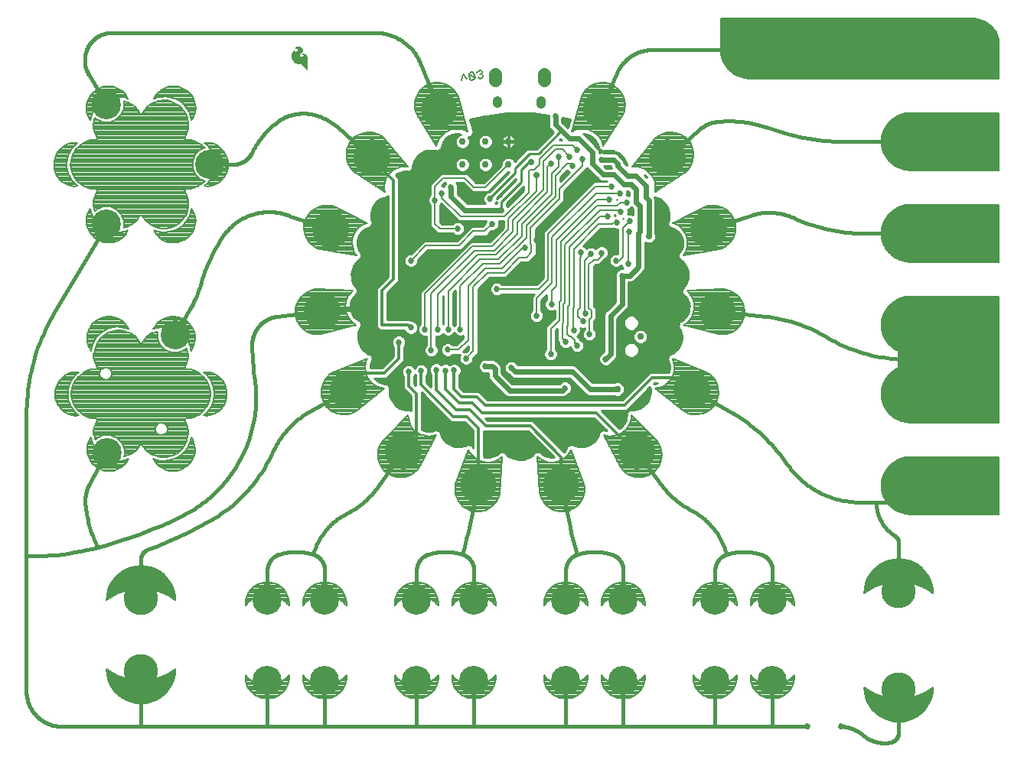
<source format=gbl>
G75*
%MOIN*%
%OFA0B0*%
%FSLAX25Y25*%
%IPPOS*%
%LPD*%
%AMOC8*
5,1,8,0,0,1.08239X$1,22.5*
%
%ADD10C,0.00600*%
%ADD11C,0.16000*%
%ADD12C,0.00800*%
%ADD13C,0.03937*%
%ADD14C,0.05512*%
%ADD15C,0.03000*%
%ADD16C,0.12661*%
%ADD17C,0.15000*%
%ADD18C,0.00500*%
%ADD19C,0.20000*%
%ADD20C,0.00300*%
%ADD21C,0.02700*%
%ADD22C,0.02400*%
%ADD23C,0.01000*%
%ADD24C,0.01600*%
%ADD25C,0.02900*%
%ADD26C,0.01200*%
D10*
X0237127Y0568268D02*
X0237748Y0570727D01*
X0239343Y0568755D01*
X0240846Y0568505D02*
X0240359Y0570721D01*
X0243062Y0568992D01*
X0242575Y0571208D01*
X0241899Y0571640D01*
X0240791Y0571397D01*
X0240359Y0570721D01*
X0240846Y0568505D02*
X0241522Y0568073D01*
X0242630Y0568317D01*
X0243062Y0568992D01*
X0244443Y0569296D02*
X0245119Y0568864D01*
X0246227Y0569108D01*
X0246659Y0569783D01*
X0246537Y0570337D01*
X0245862Y0570769D01*
X0246294Y0571445D01*
X0246172Y0571999D01*
X0245496Y0572431D01*
X0244388Y0572187D01*
X0243956Y0571512D01*
X0245308Y0570647D02*
X0245862Y0570769D01*
D11*
X0227413Y0555422D03*
X0198313Y0534281D03*
X0180337Y0503134D03*
X0176573Y0467362D03*
X0187687Y0433149D03*
X0211755Y0406426D03*
X0244610Y0391796D03*
X0280581Y0391796D03*
X0313436Y0406426D03*
X0337503Y0433149D03*
X0348618Y0467362D03*
X0344853Y0503134D03*
X0326877Y0534281D03*
X0297777Y0555422D03*
D12*
X0289273Y0560244D02*
X0307918Y0560244D01*
X0307809Y0560642D02*
X0308227Y0559123D01*
X0308402Y0557557D01*
X0308329Y0555983D01*
X0308012Y0554440D01*
X0307457Y0552965D01*
X0298894Y0539540D01*
X0298503Y0540946D01*
X0297892Y0542272D01*
X0297078Y0543484D01*
X0296082Y0544550D01*
X0294928Y0545444D01*
X0293646Y0546143D01*
X0292269Y0546628D01*
X0290832Y0546888D01*
X0289373Y0546915D01*
X0287928Y0546709D01*
X0286534Y0546275D01*
X0285227Y0545625D01*
X0289474Y0560972D01*
X0290199Y0562371D01*
X0291133Y0563640D01*
X0292255Y0564746D01*
X0293535Y0565664D01*
X0294944Y0566370D01*
X0296446Y0566847D01*
X0298004Y0567084D01*
X0299579Y0567073D01*
X0301134Y0566817D01*
X0302629Y0566320D01*
X0303999Y0565541D01*
X0305230Y0564557D01*
X0306292Y0563393D01*
X0307158Y0562078D01*
X0307809Y0560642D01*
X0307628Y0561042D02*
X0289510Y0561042D01*
X0289924Y0561841D02*
X0307266Y0561841D01*
X0306788Y0562639D02*
X0290396Y0562639D01*
X0290984Y0563438D02*
X0306251Y0563438D01*
X0305523Y0564236D02*
X0291738Y0564236D01*
X0292657Y0565035D02*
X0304632Y0565035D01*
X0303485Y0565833D02*
X0293873Y0565833D01*
X0295767Y0566632D02*
X0301690Y0566632D01*
X0308138Y0559445D02*
X0289052Y0559445D01*
X0288831Y0558647D02*
X0308280Y0558647D01*
X0308369Y0557848D02*
X0288610Y0557848D01*
X0288389Y0557050D02*
X0308378Y0557050D01*
X0308342Y0556251D02*
X0288168Y0556251D01*
X0287947Y0555453D02*
X0308220Y0555453D01*
X0308056Y0554654D02*
X0287726Y0554654D01*
X0287505Y0553856D02*
X0307792Y0553856D01*
X0307492Y0553057D02*
X0287284Y0553057D01*
X0287063Y0552259D02*
X0307006Y0552259D01*
X0306497Y0551460D02*
X0286842Y0551460D01*
X0286621Y0550662D02*
X0305988Y0550662D01*
X0305479Y0549863D02*
X0286400Y0549863D01*
X0286179Y0549065D02*
X0304969Y0549065D01*
X0304460Y0548266D02*
X0285958Y0548266D01*
X0285737Y0547468D02*
X0303951Y0547468D01*
X0303441Y0546669D02*
X0292042Y0546669D01*
X0294145Y0545870D02*
X0302932Y0545870D01*
X0302423Y0545072D02*
X0295408Y0545072D01*
X0296340Y0544273D02*
X0301913Y0544273D01*
X0301404Y0543475D02*
X0297084Y0543475D01*
X0297621Y0542676D02*
X0300895Y0542676D01*
X0300385Y0541878D02*
X0298074Y0541878D01*
X0298441Y0541079D02*
X0299876Y0541079D01*
X0299367Y0540281D02*
X0298688Y0540281D01*
X0289845Y0533650D02*
X0289845Y0530838D01*
X0279783Y0520775D01*
X0279783Y0516400D01*
X0267283Y0503900D01*
X0267283Y0496869D01*
X0267595Y0496556D01*
X0267595Y0492962D01*
X0265408Y0490775D01*
X0262283Y0490775D01*
X0255720Y0484212D01*
X0248533Y0484212D01*
X0242283Y0477962D01*
X0242283Y0449994D01*
X0239158Y0446869D01*
X0235876Y0450619D02*
X0231189Y0450619D01*
X0235876Y0450619D02*
X0240095Y0454837D01*
X0240095Y0478587D01*
X0247595Y0486087D01*
X0254783Y0486087D01*
X0263814Y0495119D01*
X0264908Y0495119D01*
X0265408Y0499525D02*
X0253845Y0487962D01*
X0246345Y0487962D01*
X0236658Y0478275D01*
X0236658Y0459525D01*
X0231345Y0459525D02*
X0231345Y0476150D01*
X0245158Y0489962D01*
X0253158Y0489962D01*
X0263408Y0500212D01*
X0263408Y0505525D01*
X0276345Y0518462D01*
X0276345Y0527338D01*
X0279470Y0530463D01*
X0279470Y0534838D01*
X0278220Y0537963D02*
X0272908Y0532650D01*
X0272908Y0520462D01*
X0259470Y0507025D01*
X0259470Y0502025D01*
X0251345Y0493900D01*
X0242908Y0493900D01*
X0224001Y0474994D01*
X0224001Y0450462D01*
X0221189Y0459525D02*
X0221189Y0474994D01*
X0241970Y0495775D01*
X0250408Y0495775D01*
X0257595Y0502962D01*
X0257595Y0507650D01*
X0269783Y0519837D01*
X0269783Y0526713D01*
X0268845Y0529213D02*
X0267283Y0529213D01*
X0266345Y0528275D01*
X0266345Y0519150D01*
X0255939Y0508744D01*
X0236751Y0508744D01*
X0228595Y0516900D01*
X0228595Y0518900D01*
X0225595Y0515900D02*
X0225595Y0505587D01*
X0227720Y0503462D01*
X0235595Y0503462D01*
X0242283Y0502337D02*
X0236033Y0496087D01*
X0221658Y0496087D01*
X0215095Y0489525D01*
X0226970Y0474775D02*
X0226970Y0459525D01*
X0226970Y0474775D02*
X0244158Y0491962D01*
X0252158Y0491962D01*
X0261408Y0501212D01*
X0261408Y0506212D01*
X0274626Y0519431D01*
X0274626Y0530306D01*
X0276033Y0531713D01*
X0271095Y0531463D02*
X0268845Y0529213D01*
X0271095Y0531463D02*
X0271095Y0533650D01*
X0277283Y0539838D01*
X0285408Y0539838D01*
X0287595Y0537650D01*
X0284158Y0534838D02*
X0281033Y0537963D01*
X0278220Y0537963D01*
X0283220Y0531713D02*
X0284470Y0531713D01*
X0285408Y0530775D01*
X0283220Y0531713D02*
X0278064Y0526556D01*
X0278064Y0517494D01*
X0265408Y0504837D01*
X0265408Y0499525D01*
X0274783Y0501087D02*
X0295595Y0521900D01*
X0302595Y0521900D01*
X0306095Y0518900D02*
X0295720Y0518900D01*
X0276658Y0499837D01*
X0276658Y0479837D01*
X0269783Y0472962D01*
X0269783Y0465462D01*
X0276345Y0470462D02*
X0276345Y0476400D01*
X0278533Y0478587D01*
X0278533Y0498587D01*
X0296033Y0516087D01*
X0301658Y0516087D01*
X0304939Y0513431D02*
X0296189Y0513431D01*
X0280408Y0497650D01*
X0280408Y0472025D01*
X0279783Y0471400D01*
X0279783Y0463587D01*
X0276033Y0459837D01*
X0276033Y0448744D01*
X0282439Y0454056D02*
X0281033Y0455462D01*
X0281033Y0461712D01*
X0281658Y0462337D01*
X0281658Y0470462D01*
X0282283Y0471087D01*
X0282283Y0496400D01*
X0297439Y0511556D01*
X0305876Y0511556D01*
X0306658Y0510775D01*
X0304939Y0513431D02*
X0306408Y0514900D01*
X0309095Y0514900D01*
X0310408Y0506837D02*
X0307439Y0503869D01*
X0307439Y0491244D01*
X0305720Y0489525D01*
X0304470Y0489525D01*
X0309783Y0487962D02*
X0309783Y0501900D01*
X0310095Y0502212D01*
X0304845Y0506212D02*
X0303658Y0506212D01*
X0302908Y0505462D01*
X0296970Y0505462D01*
X0286033Y0494525D01*
X0286033Y0469212D01*
X0285720Y0468900D01*
X0285720Y0459525D01*
X0286033Y0459212D01*
X0284783Y0456400D02*
X0286345Y0454837D01*
X0286345Y0453587D01*
X0287595Y0452337D01*
X0284783Y0456400D02*
X0284158Y0456400D01*
X0283220Y0457337D01*
X0283220Y0460775D01*
X0283533Y0461087D01*
X0283533Y0469525D01*
X0284158Y0470150D01*
X0284158Y0495462D01*
X0297470Y0508775D01*
X0300783Y0508775D01*
X0298095Y0492900D02*
X0298095Y0491587D01*
X0296345Y0489837D01*
X0294783Y0489837D01*
X0292595Y0487650D01*
X0292595Y0468900D01*
X0293845Y0467650D01*
X0293845Y0464837D01*
X0292908Y0463900D01*
X0292908Y0457337D01*
X0290095Y0462962D02*
X0287908Y0465150D01*
X0287908Y0467962D01*
X0288845Y0468900D01*
X0288845Y0490775D01*
X0289158Y0491087D01*
X0289158Y0492837D01*
X0289283Y0492962D01*
X0290720Y0489525D02*
X0293595Y0492400D01*
X0290720Y0489525D02*
X0290720Y0466712D01*
X0291033Y0466400D01*
X0274783Y0481087D02*
X0270720Y0477025D01*
X0252595Y0477025D01*
X0274783Y0481087D02*
X0274783Y0501087D01*
X0250533Y0505525D02*
X0250345Y0505525D01*
X0247158Y0502337D01*
X0242283Y0502337D01*
X0242595Y0521400D02*
X0238595Y0525400D01*
X0229095Y0525400D01*
X0225595Y0521900D01*
X0225595Y0515900D01*
X0213763Y0530435D02*
X0212305Y0530498D01*
X0210855Y0530327D01*
X0209451Y0529927D01*
X0208129Y0529309D01*
X0206922Y0528488D01*
X0205861Y0527484D01*
X0204974Y0526325D01*
X0204284Y0525039D01*
X0203807Y0523659D01*
X0203556Y0522221D01*
X0203538Y0520761D01*
X0203753Y0519317D01*
X0190469Y0528099D01*
X0189362Y0529221D01*
X0188444Y0530502D01*
X0187738Y0531910D01*
X0187261Y0533412D01*
X0187025Y0534970D01*
X0187035Y0536545D01*
X0187292Y0538100D01*
X0187789Y0539595D01*
X0188513Y0540994D01*
X0189448Y0542263D01*
X0190612Y0543325D01*
X0191928Y0544192D01*
X0193363Y0544842D01*
X0194882Y0545260D01*
X0196448Y0545435D01*
X0198022Y0545363D01*
X0199565Y0545045D01*
X0201040Y0544490D01*
X0202410Y0543712D01*
X0203641Y0542728D01*
X0213763Y0530435D01*
X0213546Y0530699D02*
X0188346Y0530699D01*
X0187945Y0531497D02*
X0212889Y0531497D01*
X0212231Y0532296D02*
X0187616Y0532296D01*
X0187362Y0533094D02*
X0211574Y0533094D01*
X0210916Y0533893D02*
X0187188Y0533893D01*
X0187067Y0534691D02*
X0210259Y0534691D01*
X0209601Y0535490D02*
X0187029Y0535490D01*
X0187034Y0536288D02*
X0208944Y0536288D01*
X0208286Y0537087D02*
X0187125Y0537087D01*
X0187257Y0537885D02*
X0207628Y0537885D01*
X0206971Y0538684D02*
X0187486Y0538684D01*
X0187751Y0539482D02*
X0206313Y0539482D01*
X0205656Y0540281D02*
X0188144Y0540281D01*
X0188576Y0541079D02*
X0204998Y0541079D01*
X0204341Y0541878D02*
X0189164Y0541878D01*
X0189901Y0542676D02*
X0203683Y0542676D01*
X0202706Y0543475D02*
X0190839Y0543475D01*
X0192108Y0544273D02*
X0201421Y0544273D01*
X0199435Y0545072D02*
X0194199Y0545072D01*
X0188875Y0529900D02*
X0209393Y0529900D01*
X0207824Y0529102D02*
X0189480Y0529102D01*
X0190268Y0528303D02*
X0206727Y0528303D01*
X0205883Y0527505D02*
X0191368Y0527505D01*
X0192576Y0526706D02*
X0205266Y0526706D01*
X0204750Y0525908D02*
X0193784Y0525908D01*
X0194992Y0525109D02*
X0204322Y0525109D01*
X0204032Y0524311D02*
X0196200Y0524311D01*
X0197407Y0523512D02*
X0203781Y0523512D01*
X0203642Y0522714D02*
X0198615Y0522714D01*
X0199823Y0521915D02*
X0203552Y0521915D01*
X0203542Y0521117D02*
X0201031Y0521117D01*
X0202239Y0520318D02*
X0203604Y0520318D01*
X0203723Y0519520D02*
X0203447Y0519520D01*
X0196016Y0505904D02*
X0181769Y0513017D01*
X0180244Y0513415D01*
X0178676Y0513569D01*
X0177103Y0513477D01*
X0175564Y0513139D01*
X0174097Y0512564D01*
X0172738Y0511768D01*
X0171520Y0510768D01*
X0170473Y0509590D01*
X0169624Y0508263D01*
X0168992Y0506820D01*
X0168655Y0505281D01*
X0168562Y0503708D01*
X0168716Y0502140D01*
X0169114Y0500615D01*
X0169745Y0499172D01*
X0170595Y0497845D01*
X0171641Y0496667D01*
X0172859Y0495667D01*
X0174219Y0494870D01*
X0175686Y0494296D01*
X0191393Y0491676D01*
X0190610Y0492908D01*
X0190033Y0494249D01*
X0189677Y0495664D01*
X0189551Y0497119D01*
X0189659Y0498575D01*
X0189998Y0499995D01*
X0190558Y0501343D01*
X0191327Y0502584D01*
X0192283Y0503687D01*
X0193403Y0504623D01*
X0194658Y0505368D01*
X0196016Y0505904D01*
X0195935Y0505945D02*
X0168800Y0505945D01*
X0168647Y0505146D02*
X0194285Y0505146D01*
X0193075Y0504348D02*
X0168599Y0504348D01*
X0168577Y0503549D02*
X0192164Y0503549D01*
X0191472Y0502751D02*
X0168656Y0502751D01*
X0168765Y0501952D02*
X0190936Y0501952D01*
X0190480Y0501154D02*
X0168973Y0501154D01*
X0169228Y0500355D02*
X0190148Y0500355D01*
X0189893Y0499557D02*
X0169577Y0499557D01*
X0170010Y0498758D02*
X0189703Y0498758D01*
X0189614Y0497960D02*
X0170521Y0497960D01*
X0171202Y0497161D02*
X0189554Y0497161D01*
X0189616Y0496363D02*
X0172012Y0496363D01*
X0173035Y0495564D02*
X0189702Y0495564D01*
X0189903Y0494766D02*
X0174486Y0494766D01*
X0177656Y0493967D02*
X0190154Y0493967D01*
X0190497Y0493169D02*
X0182444Y0493169D01*
X0187231Y0492370D02*
X0190952Y0492370D01*
X0194336Y0506743D02*
X0168975Y0506743D01*
X0169308Y0507542D02*
X0192736Y0507542D01*
X0191137Y0508340D02*
X0169673Y0508340D01*
X0170184Y0509139D02*
X0189537Y0509139D01*
X0187938Y0509937D02*
X0170782Y0509937D01*
X0171491Y0510736D02*
X0186339Y0510736D01*
X0184739Y0511534D02*
X0172454Y0511534D01*
X0173702Y0512333D02*
X0183140Y0512333D01*
X0181332Y0513132D02*
X0175546Y0513132D01*
X0173860Y0476974D02*
X0189769Y0476271D01*
X0188746Y0475229D01*
X0187903Y0474037D01*
X0187261Y0472726D01*
X0186836Y0471330D01*
X0186638Y0469883D01*
X0186674Y0468424D01*
X0186943Y0466989D01*
X0187436Y0465615D01*
X0188142Y0464338D01*
X0189043Y0463189D01*
X0190116Y0462199D01*
X0191333Y0461392D01*
X0175918Y0457397D01*
X0174344Y0457325D01*
X0172778Y0457500D01*
X0171259Y0457918D01*
X0169823Y0458568D01*
X0168508Y0459435D01*
X0167344Y0460497D01*
X0166360Y0461728D01*
X0165581Y0463097D01*
X0165026Y0464572D01*
X0164709Y0466115D01*
X0164699Y0467691D01*
X0164935Y0469249D01*
X0165412Y0470750D01*
X0166118Y0472159D01*
X0167036Y0473440D01*
X0168143Y0474561D01*
X0169411Y0475496D01*
X0170810Y0476220D01*
X0172306Y0476717D01*
X0173860Y0476974D01*
X0171351Y0476400D02*
X0186847Y0476400D01*
X0188445Y0474803D02*
X0168471Y0474803D01*
X0167593Y0474004D02*
X0187887Y0474004D01*
X0187496Y0473206D02*
X0166868Y0473206D01*
X0166296Y0472407D02*
X0187164Y0472407D01*
X0186920Y0471609D02*
X0165842Y0471609D01*
X0165442Y0470810D02*
X0186765Y0470810D01*
X0186656Y0470012D02*
X0165177Y0470012D01*
X0164930Y0469213D02*
X0186655Y0469213D01*
X0186676Y0468415D02*
X0164808Y0468415D01*
X0164699Y0467616D02*
X0186825Y0467616D01*
X0187004Y0466818D02*
X0164704Y0466818D01*
X0164729Y0466019D02*
X0187291Y0466019D01*
X0187654Y0465221D02*
X0164893Y0465221D01*
X0165083Y0464422D02*
X0188096Y0464422D01*
X0188702Y0463624D02*
X0165383Y0463624D01*
X0165736Y0462825D02*
X0189437Y0462825D01*
X0190375Y0462027D02*
X0166190Y0462027D01*
X0166759Y0461228D02*
X0190700Y0461228D01*
X0187620Y0460430D02*
X0167417Y0460430D01*
X0168292Y0459631D02*
X0184539Y0459631D01*
X0181458Y0458833D02*
X0169422Y0458833D01*
X0171001Y0458034D02*
X0178377Y0458034D01*
X0184447Y0442064D02*
X0195311Y0442064D01*
X0195270Y0442397D02*
X0195449Y0440948D01*
X0195858Y0439546D01*
X0196484Y0438228D01*
X0197313Y0437026D01*
X0198322Y0435972D01*
X0199487Y0435092D01*
X0200777Y0434409D01*
X0202160Y0433940D01*
X0203600Y0433698D01*
X0191143Y0423779D01*
X0189734Y0423073D01*
X0188232Y0422596D01*
X0186674Y0422359D01*
X0185099Y0422370D01*
X0183544Y0422627D01*
X0182049Y0423123D01*
X0180650Y0423848D01*
X0179381Y0424782D01*
X0178274Y0425904D01*
X0177356Y0427184D01*
X0176706Y0428620D01*
X0176289Y0430139D01*
X0176114Y0431705D01*
X0176186Y0433279D01*
X0176503Y0434822D01*
X0177058Y0436297D01*
X0177837Y0437666D01*
X0178820Y0438898D01*
X0179984Y0439960D01*
X0181300Y0440826D01*
X0196119Y0446655D01*
X0195609Y0445287D01*
X0195323Y0443855D01*
X0195270Y0442397D01*
X0195287Y0442863D02*
X0186477Y0442863D01*
X0188507Y0443661D02*
X0195316Y0443661D01*
X0195444Y0444460D02*
X0190538Y0444460D01*
X0192568Y0445258D02*
X0195603Y0445258D01*
X0195896Y0446057D02*
X0194598Y0446057D01*
X0195410Y0441266D02*
X0182416Y0441266D01*
X0180754Y0440467D02*
X0195589Y0440467D01*
X0195822Y0439668D02*
X0179665Y0439668D01*
X0178798Y0438870D02*
X0196179Y0438870D01*
X0196592Y0438071D02*
X0178161Y0438071D01*
X0177613Y0437273D02*
X0197142Y0437273D01*
X0197841Y0436474D02*
X0177159Y0436474D01*
X0176825Y0435676D02*
X0198714Y0435676D01*
X0199892Y0434877D02*
X0176524Y0434877D01*
X0176350Y0434079D02*
X0201751Y0434079D01*
X0203075Y0433280D02*
X0176186Y0433280D01*
X0176149Y0432482D02*
X0202072Y0432482D01*
X0201069Y0431683D02*
X0176116Y0431683D01*
X0176205Y0430885D02*
X0200066Y0430885D01*
X0199064Y0430086D02*
X0176303Y0430086D01*
X0176523Y0429288D02*
X0198061Y0429288D01*
X0197058Y0428489D02*
X0176765Y0428489D01*
X0177127Y0427691D02*
X0196055Y0427691D01*
X0195053Y0426892D02*
X0177566Y0426892D01*
X0178138Y0426094D02*
X0194050Y0426094D01*
X0193047Y0425295D02*
X0178875Y0425295D01*
X0179769Y0424497D02*
X0192044Y0424497D01*
X0190982Y0423698D02*
X0180939Y0423698D01*
X0182722Y0422900D02*
X0189190Y0422900D01*
X0202797Y0410841D02*
X0213964Y0422193D01*
X0214054Y0420736D01*
X0214376Y0419312D01*
X0214920Y0417958D01*
X0215673Y0416707D01*
X0216616Y0415593D01*
X0217725Y0414643D01*
X0218971Y0413882D01*
X0220322Y0413330D01*
X0221744Y0413000D01*
X0223200Y0412901D01*
X0224654Y0413035D01*
X0226068Y0413400D01*
X0218722Y0399271D01*
X0217723Y0398053D01*
X0216545Y0397006D01*
X0215218Y0396157D01*
X0213774Y0395525D01*
X0212249Y0395128D01*
X0210681Y0394973D01*
X0209108Y0395066D01*
X0207569Y0395404D01*
X0206102Y0395978D01*
X0204743Y0396775D01*
X0203565Y0397821D01*
X0202565Y0399039D01*
X0201769Y0400399D01*
X0201195Y0401866D01*
X0200857Y0403405D01*
X0200764Y0404978D01*
X0200918Y0406546D01*
X0201316Y0408070D01*
X0201947Y0409514D01*
X0202797Y0410841D01*
X0202876Y0410922D02*
X0224780Y0410922D01*
X0225195Y0411721D02*
X0203662Y0411721D01*
X0204447Y0412519D02*
X0225610Y0412519D01*
X0225750Y0413318D02*
X0226025Y0413318D01*
X0224365Y0410124D02*
X0202337Y0410124D01*
X0201865Y0409325D02*
X0223949Y0409325D01*
X0223534Y0408527D02*
X0201515Y0408527D01*
X0201227Y0407728D02*
X0223119Y0407728D01*
X0222704Y0406930D02*
X0201018Y0406930D01*
X0200877Y0406131D02*
X0222289Y0406131D01*
X0221874Y0405332D02*
X0200799Y0405332D01*
X0200790Y0404534D02*
X0221459Y0404534D01*
X0221043Y0403735D02*
X0200837Y0403735D01*
X0200959Y0402937D02*
X0220628Y0402937D01*
X0220213Y0402138D02*
X0201135Y0402138D01*
X0201400Y0401340D02*
X0219798Y0401340D01*
X0219383Y0400541D02*
X0201713Y0400541D01*
X0202153Y0399743D02*
X0218968Y0399743D01*
X0218454Y0398944D02*
X0202643Y0398944D01*
X0203299Y0398146D02*
X0217799Y0398146D01*
X0216929Y0397347D02*
X0204098Y0397347D01*
X0205128Y0396549D02*
X0215830Y0396549D01*
X0214288Y0395750D02*
X0206684Y0395750D01*
X0205233Y0413318D02*
X0220374Y0413318D01*
X0218588Y0414116D02*
X0206018Y0414116D01*
X0206804Y0414915D02*
X0217408Y0414915D01*
X0216515Y0415713D02*
X0207589Y0415713D01*
X0208375Y0416512D02*
X0215839Y0416512D01*
X0215310Y0417310D02*
X0209161Y0417310D01*
X0209946Y0418109D02*
X0214859Y0418109D01*
X0214539Y0418907D02*
X0210732Y0418907D01*
X0211517Y0419706D02*
X0214287Y0419706D01*
X0214107Y0420504D02*
X0212303Y0420504D01*
X0213088Y0421303D02*
X0214019Y0421303D01*
X0213970Y0422101D02*
X0213874Y0422101D01*
X0236862Y0398146D02*
X0254495Y0398146D01*
X0254543Y0398944D02*
X0237161Y0398944D01*
X0237460Y0399743D02*
X0254591Y0399743D01*
X0254640Y0400541D02*
X0237759Y0400541D01*
X0238058Y0401340D02*
X0254688Y0401340D01*
X0254737Y0402138D02*
X0251810Y0402138D01*
X0252432Y0402366D02*
X0253706Y0403080D01*
X0254849Y0403988D01*
X0253885Y0388093D01*
X0253467Y0386574D01*
X0252817Y0385139D01*
X0251950Y0383823D01*
X0250888Y0382659D01*
X0249657Y0381676D01*
X0248287Y0380897D01*
X0246813Y0380342D01*
X0245269Y0380024D01*
X0243695Y0379952D01*
X0242129Y0380127D01*
X0240628Y0380604D01*
X0239219Y0381310D01*
X0237939Y0382228D01*
X0236817Y0383335D01*
X0235883Y0384604D01*
X0235158Y0386003D01*
X0234661Y0387498D01*
X0234405Y0389053D01*
X0234394Y0390628D01*
X0234630Y0392186D01*
X0240215Y0407099D01*
X0240890Y0405804D01*
X0241763Y0404634D01*
X0242811Y0403618D01*
X0244008Y0402782D01*
X0245322Y0402148D01*
X0246722Y0401731D01*
X0248169Y0401543D01*
X0249628Y0401587D01*
X0251062Y0401864D01*
X0252432Y0402366D01*
X0253450Y0402937D02*
X0254785Y0402937D01*
X0254833Y0403735D02*
X0254530Y0403735D01*
X0254446Y0397347D02*
X0236563Y0397347D01*
X0236264Y0396549D02*
X0254398Y0396549D01*
X0254349Y0395750D02*
X0235965Y0395750D01*
X0235666Y0394952D02*
X0254301Y0394952D01*
X0254253Y0394153D02*
X0235367Y0394153D01*
X0235068Y0393355D02*
X0254204Y0393355D01*
X0254156Y0392556D02*
X0234769Y0392556D01*
X0234565Y0391758D02*
X0254107Y0391758D01*
X0254059Y0390959D02*
X0234444Y0390959D01*
X0234397Y0390161D02*
X0254010Y0390161D01*
X0253962Y0389362D02*
X0234403Y0389362D01*
X0234485Y0388564D02*
X0253914Y0388564D01*
X0253795Y0387765D02*
X0234617Y0387765D01*
X0234838Y0386967D02*
X0253575Y0386967D01*
X0253283Y0386168D02*
X0235103Y0386168D01*
X0235486Y0385370D02*
X0252922Y0385370D01*
X0252443Y0384571D02*
X0235907Y0384571D01*
X0236495Y0383773D02*
X0251904Y0383773D01*
X0251176Y0382974D02*
X0237183Y0382974D01*
X0238012Y0382176D02*
X0250283Y0382176D01*
X0249132Y0381377D02*
X0239126Y0381377D01*
X0240708Y0380579D02*
X0247442Y0380579D01*
X0245354Y0402138D02*
X0238357Y0402138D01*
X0238656Y0402937D02*
X0243786Y0402937D01*
X0242690Y0403735D02*
X0238956Y0403735D01*
X0239255Y0404534D02*
X0241866Y0404534D01*
X0241242Y0405332D02*
X0239554Y0405332D01*
X0239853Y0406131D02*
X0240720Y0406131D01*
X0240303Y0406930D02*
X0240152Y0406930D01*
X0270341Y0403988D02*
X0271305Y0388093D01*
X0271723Y0386574D01*
X0272373Y0385139D01*
X0273240Y0383823D01*
X0274302Y0382659D01*
X0275533Y0381676D01*
X0276903Y0380897D01*
X0278378Y0380342D01*
X0279921Y0380024D01*
X0281495Y0379952D01*
X0283061Y0380127D01*
X0284562Y0380604D01*
X0285971Y0381310D01*
X0287252Y0382228D01*
X0288373Y0383335D01*
X0289308Y0384603D01*
X0290032Y0386003D01*
X0290529Y0387498D01*
X0290786Y0389053D01*
X0290796Y0390628D01*
X0290560Y0392186D01*
X0284975Y0407099D01*
X0284300Y0405804D01*
X0283427Y0404634D01*
X0282379Y0403618D01*
X0281183Y0402782D01*
X0279868Y0402148D01*
X0278469Y0401731D01*
X0277021Y0401543D01*
X0275562Y0401587D01*
X0274129Y0401864D01*
X0272758Y0402366D01*
X0271485Y0403080D01*
X0270341Y0403988D01*
X0270357Y0403735D02*
X0270660Y0403735D01*
X0270405Y0402937D02*
X0271740Y0402937D01*
X0270454Y0402138D02*
X0273380Y0402138D01*
X0270502Y0401340D02*
X0287132Y0401340D01*
X0286833Y0402138D02*
X0279837Y0402138D01*
X0281404Y0402937D02*
X0286534Y0402937D01*
X0286235Y0403735D02*
X0282500Y0403735D01*
X0283324Y0404534D02*
X0285936Y0404534D01*
X0285637Y0405332D02*
X0283948Y0405332D01*
X0284471Y0406131D02*
X0285338Y0406131D01*
X0285039Y0406930D02*
X0284887Y0406930D01*
X0287431Y0400541D02*
X0270550Y0400541D01*
X0270599Y0399743D02*
X0287730Y0399743D01*
X0288029Y0398944D02*
X0270647Y0398944D01*
X0270696Y0398146D02*
X0288328Y0398146D01*
X0288627Y0397347D02*
X0270744Y0397347D01*
X0270793Y0396549D02*
X0288926Y0396549D01*
X0289225Y0395750D02*
X0270841Y0395750D01*
X0270889Y0394952D02*
X0289524Y0394952D01*
X0289823Y0394153D02*
X0270938Y0394153D01*
X0270986Y0393355D02*
X0290122Y0393355D01*
X0290421Y0392556D02*
X0271035Y0392556D01*
X0271083Y0391758D02*
X0290625Y0391758D01*
X0290746Y0390959D02*
X0271131Y0390959D01*
X0271180Y0390161D02*
X0290793Y0390161D01*
X0290788Y0389362D02*
X0271228Y0389362D01*
X0271277Y0388564D02*
X0290705Y0388564D01*
X0290573Y0387765D02*
X0271395Y0387765D01*
X0271615Y0386967D02*
X0290353Y0386967D01*
X0290087Y0386168D02*
X0271907Y0386168D01*
X0272269Y0385370D02*
X0289705Y0385370D01*
X0289284Y0384571D02*
X0272747Y0384571D01*
X0273286Y0383773D02*
X0288696Y0383773D01*
X0288008Y0382974D02*
X0274015Y0382974D01*
X0274908Y0382176D02*
X0287179Y0382176D01*
X0286064Y0381377D02*
X0276058Y0381377D01*
X0277749Y0380579D02*
X0284482Y0380579D01*
X0306736Y0398944D02*
X0322547Y0398944D01*
X0322625Y0399039D02*
X0321625Y0397821D01*
X0320447Y0396775D01*
X0319088Y0395978D01*
X0317621Y0395404D01*
X0316082Y0395066D01*
X0314509Y0394973D01*
X0312941Y0395128D01*
X0311416Y0395526D01*
X0309973Y0396157D01*
X0308646Y0397006D01*
X0307468Y0398053D01*
X0306468Y0399271D01*
X0299123Y0413400D01*
X0300536Y0413035D01*
X0301990Y0412901D01*
X0303446Y0413000D01*
X0304868Y0413330D01*
X0306219Y0413882D01*
X0307465Y0414643D01*
X0308574Y0415593D01*
X0309517Y0416707D01*
X0310270Y0417958D01*
X0310814Y0419312D01*
X0311136Y0420736D01*
X0311226Y0422193D01*
X0322394Y0410841D01*
X0323243Y0409514D01*
X0323874Y0408071D01*
X0324272Y0406546D01*
X0324426Y0404978D01*
X0324334Y0403405D01*
X0323996Y0401866D01*
X0323422Y0400399D01*
X0322625Y0399039D01*
X0323037Y0399743D02*
X0306223Y0399743D01*
X0305807Y0400541D02*
X0323478Y0400541D01*
X0323790Y0401340D02*
X0305392Y0401340D01*
X0304977Y0402138D02*
X0324056Y0402138D01*
X0324231Y0402937D02*
X0304562Y0402937D01*
X0304147Y0403735D02*
X0324353Y0403735D01*
X0324400Y0404534D02*
X0303732Y0404534D01*
X0303317Y0405332D02*
X0324392Y0405332D01*
X0324313Y0406131D02*
X0302901Y0406131D01*
X0302486Y0406930D02*
X0324172Y0406930D01*
X0323964Y0407728D02*
X0302071Y0407728D01*
X0301656Y0408527D02*
X0323675Y0408527D01*
X0323326Y0409325D02*
X0301241Y0409325D01*
X0300826Y0410124D02*
X0322853Y0410124D01*
X0322314Y0410922D02*
X0300411Y0410922D01*
X0299995Y0411721D02*
X0321528Y0411721D01*
X0320743Y0412519D02*
X0299580Y0412519D01*
X0299440Y0413318D02*
X0299165Y0413318D01*
X0304816Y0413318D02*
X0319957Y0413318D01*
X0319172Y0414116D02*
X0306602Y0414116D01*
X0307782Y0414915D02*
X0318386Y0414915D01*
X0317601Y0415713D02*
X0308676Y0415713D01*
X0309351Y0416512D02*
X0316815Y0416512D01*
X0316030Y0417310D02*
X0309880Y0417310D01*
X0310331Y0418109D02*
X0315244Y0418109D01*
X0314459Y0418907D02*
X0310652Y0418907D01*
X0310903Y0419706D02*
X0313673Y0419706D01*
X0312888Y0420504D02*
X0311083Y0420504D01*
X0311171Y0421303D02*
X0312102Y0421303D01*
X0311316Y0422101D02*
X0311220Y0422101D01*
X0321591Y0433698D02*
X0334048Y0423779D01*
X0335456Y0423073D01*
X0336958Y0422596D01*
X0338516Y0422360D01*
X0340091Y0422370D01*
X0341646Y0422627D01*
X0343141Y0423123D01*
X0344540Y0423848D01*
X0345809Y0424782D01*
X0346916Y0425904D01*
X0347834Y0427184D01*
X0348484Y0428620D01*
X0348902Y0430139D01*
X0349077Y0431705D01*
X0349005Y0433279D01*
X0348687Y0434822D01*
X0348132Y0436297D01*
X0347353Y0437667D01*
X0346370Y0438898D01*
X0345206Y0439960D01*
X0343890Y0440826D01*
X0329071Y0446655D01*
X0329581Y0445287D01*
X0329867Y0443855D01*
X0329920Y0442397D01*
X0329741Y0440948D01*
X0329333Y0439546D01*
X0328706Y0438228D01*
X0327878Y0437026D01*
X0326868Y0435972D01*
X0325703Y0435092D01*
X0324413Y0434409D01*
X0323030Y0433940D01*
X0321591Y0433698D01*
X0322116Y0433280D02*
X0349004Y0433280D01*
X0349041Y0432482D02*
X0323118Y0432482D01*
X0324121Y0431683D02*
X0349074Y0431683D01*
X0348985Y0430885D02*
X0325124Y0430885D01*
X0326127Y0430086D02*
X0348887Y0430086D01*
X0348668Y0429288D02*
X0327129Y0429288D01*
X0328132Y0428489D02*
X0348425Y0428489D01*
X0348063Y0427691D02*
X0329135Y0427691D01*
X0330138Y0426892D02*
X0347624Y0426892D01*
X0347052Y0426094D02*
X0331140Y0426094D01*
X0332143Y0425295D02*
X0346315Y0425295D01*
X0345421Y0424497D02*
X0333146Y0424497D01*
X0334208Y0423698D02*
X0344251Y0423698D01*
X0342468Y0422900D02*
X0336001Y0422900D01*
X0326476Y0435676D02*
X0348366Y0435676D01*
X0348666Y0434877D02*
X0325298Y0434877D01*
X0323439Y0434079D02*
X0348840Y0434079D01*
X0348031Y0436474D02*
X0327349Y0436474D01*
X0328048Y0437273D02*
X0347577Y0437273D01*
X0347030Y0438071D02*
X0328598Y0438071D01*
X0329011Y0438870D02*
X0346392Y0438870D01*
X0345525Y0439668D02*
X0329368Y0439668D01*
X0329601Y0440467D02*
X0344436Y0440467D01*
X0342774Y0441266D02*
X0329780Y0441266D01*
X0329879Y0442064D02*
X0340744Y0442064D01*
X0338713Y0442863D02*
X0329903Y0442863D01*
X0329874Y0443661D02*
X0336683Y0443661D01*
X0334653Y0444460D02*
X0329746Y0444460D01*
X0329587Y0445258D02*
X0332622Y0445258D01*
X0330592Y0446057D02*
X0329294Y0446057D01*
X0340651Y0459631D02*
X0356898Y0459631D01*
X0356682Y0459435D02*
X0355367Y0458568D01*
X0353932Y0457918D01*
X0352412Y0457500D01*
X0350846Y0457325D01*
X0349272Y0457397D01*
X0333858Y0461392D01*
X0335074Y0462199D01*
X0336147Y0463189D01*
X0337048Y0464338D01*
X0337754Y0465615D01*
X0338248Y0466989D01*
X0338516Y0468424D01*
X0338552Y0469883D01*
X0338355Y0471330D01*
X0337930Y0472726D01*
X0337287Y0474037D01*
X0336444Y0475229D01*
X0335421Y0476271D01*
X0351330Y0476974D01*
X0352885Y0476717D01*
X0354380Y0476220D01*
X0355779Y0475496D01*
X0357048Y0474561D01*
X0358155Y0473440D01*
X0359072Y0472159D01*
X0359778Y0470751D01*
X0360255Y0469249D01*
X0360492Y0467691D01*
X0360481Y0466115D01*
X0360164Y0464572D01*
X0359609Y0463097D01*
X0358830Y0461728D01*
X0357846Y0460497D01*
X0356682Y0459435D01*
X0355768Y0458833D02*
X0343732Y0458833D01*
X0346813Y0458034D02*
X0354189Y0458034D01*
X0357773Y0460430D02*
X0337571Y0460430D01*
X0335753Y0462825D02*
X0359454Y0462825D01*
X0359807Y0463624D02*
X0336488Y0463624D01*
X0337095Y0464422D02*
X0360108Y0464422D01*
X0360297Y0465221D02*
X0337536Y0465221D01*
X0337899Y0466019D02*
X0360462Y0466019D01*
X0360486Y0466818D02*
X0338186Y0466818D01*
X0338365Y0467616D02*
X0360491Y0467616D01*
X0360382Y0468415D02*
X0338514Y0468415D01*
X0338535Y0469213D02*
X0360261Y0469213D01*
X0360013Y0470012D02*
X0338534Y0470012D01*
X0338426Y0470810D02*
X0359748Y0470810D01*
X0359348Y0471609D02*
X0338270Y0471609D01*
X0338027Y0472407D02*
X0358894Y0472407D01*
X0358322Y0473206D02*
X0337694Y0473206D01*
X0337303Y0474004D02*
X0357597Y0474004D01*
X0356720Y0474803D02*
X0336745Y0474803D01*
X0336078Y0475601D02*
X0355575Y0475601D01*
X0353840Y0476400D02*
X0338344Y0476400D01*
X0334815Y0462027D02*
X0359000Y0462027D01*
X0358431Y0461228D02*
X0334490Y0461228D01*
X0333797Y0491676D02*
X0349504Y0494296D01*
X0350972Y0494870D01*
X0352331Y0495667D01*
X0353549Y0496667D01*
X0354595Y0497845D01*
X0355445Y0499172D01*
X0356076Y0500615D01*
X0356474Y0502140D01*
X0356628Y0503708D01*
X0356536Y0505281D01*
X0356198Y0506820D01*
X0355567Y0508263D01*
X0354717Y0509590D01*
X0353671Y0510768D01*
X0352453Y0511768D01*
X0351093Y0512565D01*
X0349626Y0513139D01*
X0348087Y0513477D01*
X0346514Y0513570D01*
X0344946Y0513415D01*
X0343421Y0513017D01*
X0329174Y0505904D01*
X0330532Y0505368D01*
X0331787Y0504623D01*
X0332907Y0503687D01*
X0333863Y0502584D01*
X0334632Y0501343D01*
X0335193Y0499995D01*
X0335531Y0498575D01*
X0335639Y0497119D01*
X0335513Y0495664D01*
X0335158Y0494249D01*
X0334581Y0492908D01*
X0333797Y0491676D01*
X0334239Y0492370D02*
X0337959Y0492370D01*
X0335036Y0493967D02*
X0347534Y0493967D01*
X0350705Y0494766D02*
X0335288Y0494766D01*
X0335488Y0495564D02*
X0352155Y0495564D01*
X0353178Y0496363D02*
X0335574Y0496363D01*
X0335636Y0497161D02*
X0353988Y0497161D01*
X0354669Y0497960D02*
X0335577Y0497960D01*
X0335487Y0498758D02*
X0355180Y0498758D01*
X0355613Y0499557D02*
X0335297Y0499557D01*
X0335042Y0500355D02*
X0355962Y0500355D01*
X0356217Y0501154D02*
X0334710Y0501154D01*
X0334254Y0501952D02*
X0356425Y0501952D01*
X0356534Y0502751D02*
X0333718Y0502751D01*
X0333026Y0503549D02*
X0356613Y0503549D01*
X0356591Y0504348D02*
X0332116Y0504348D01*
X0330906Y0505146D02*
X0356544Y0505146D01*
X0356390Y0505945D02*
X0329255Y0505945D01*
X0330855Y0506743D02*
X0356215Y0506743D01*
X0355882Y0507542D02*
X0332454Y0507542D01*
X0334053Y0508340D02*
X0355517Y0508340D01*
X0355006Y0509139D02*
X0335653Y0509139D01*
X0337252Y0509937D02*
X0354409Y0509937D01*
X0353699Y0510736D02*
X0338852Y0510736D01*
X0340451Y0511534D02*
X0352737Y0511534D01*
X0351488Y0512333D02*
X0342050Y0512333D01*
X0343859Y0513132D02*
X0349645Y0513132D01*
X0342747Y0493169D02*
X0334693Y0493169D01*
X0321438Y0519317D02*
X0334721Y0528099D01*
X0335828Y0529221D01*
X0336746Y0530502D01*
X0337452Y0531910D01*
X0337929Y0533412D01*
X0338165Y0534970D01*
X0338155Y0536545D01*
X0337898Y0538100D01*
X0337401Y0539595D01*
X0336677Y0540994D01*
X0335742Y0542263D01*
X0334578Y0543325D01*
X0333263Y0544192D01*
X0331827Y0544842D01*
X0330308Y0545260D01*
X0328742Y0545435D01*
X0327168Y0545363D01*
X0325625Y0545045D01*
X0324150Y0544490D01*
X0322781Y0543712D01*
X0321550Y0542728D01*
X0311427Y0530435D01*
X0312886Y0530498D01*
X0314335Y0530327D01*
X0315739Y0529927D01*
X0317062Y0529309D01*
X0318268Y0528488D01*
X0319329Y0527484D01*
X0320216Y0526325D01*
X0320907Y0525039D01*
X0321383Y0523659D01*
X0321634Y0522221D01*
X0321652Y0520761D01*
X0321438Y0519317D01*
X0321468Y0519520D02*
X0321744Y0519520D01*
X0321586Y0520318D02*
X0322952Y0520318D01*
X0324159Y0521117D02*
X0321648Y0521117D01*
X0321638Y0521915D02*
X0325367Y0521915D01*
X0326575Y0522714D02*
X0321548Y0522714D01*
X0321409Y0523512D02*
X0327783Y0523512D01*
X0328991Y0524311D02*
X0321158Y0524311D01*
X0320869Y0525109D02*
X0330199Y0525109D01*
X0331406Y0525908D02*
X0320440Y0525908D01*
X0319924Y0526706D02*
X0332614Y0526706D01*
X0333822Y0527505D02*
X0319307Y0527505D01*
X0318463Y0528303D02*
X0334923Y0528303D01*
X0335711Y0529102D02*
X0317366Y0529102D01*
X0315797Y0529900D02*
X0336315Y0529900D01*
X0336845Y0530699D02*
X0311644Y0530699D01*
X0312302Y0531497D02*
X0337245Y0531497D01*
X0337574Y0532296D02*
X0312959Y0532296D01*
X0313617Y0533094D02*
X0337828Y0533094D01*
X0338002Y0533893D02*
X0314274Y0533893D01*
X0314932Y0534691D02*
X0338123Y0534691D01*
X0338162Y0535490D02*
X0315589Y0535490D01*
X0316247Y0536288D02*
X0338156Y0536288D01*
X0338065Y0537087D02*
X0316904Y0537087D01*
X0317562Y0537885D02*
X0337933Y0537885D01*
X0337704Y0538684D02*
X0318219Y0538684D01*
X0318877Y0539482D02*
X0337439Y0539482D01*
X0337046Y0540281D02*
X0319534Y0540281D01*
X0320192Y0541079D02*
X0336614Y0541079D01*
X0336026Y0541878D02*
X0320849Y0541878D01*
X0321507Y0542676D02*
X0335289Y0542676D01*
X0334351Y0543475D02*
X0322484Y0543475D01*
X0323769Y0544273D02*
X0333083Y0544273D01*
X0330992Y0545072D02*
X0325754Y0545072D01*
X0287800Y0546669D02*
X0285516Y0546669D01*
X0285721Y0545870D02*
X0285295Y0545870D01*
X0257595Y0531400D02*
X0247595Y0521400D01*
X0242595Y0521400D01*
X0227569Y0542676D02*
X0224296Y0542676D01*
X0224805Y0541878D02*
X0227116Y0541878D01*
X0227298Y0542272D02*
X0226687Y0540946D01*
X0226296Y0539540D01*
X0217733Y0552965D01*
X0217178Y0554440D01*
X0216861Y0555983D01*
X0216789Y0557557D01*
X0216964Y0559123D01*
X0217381Y0560642D01*
X0218032Y0562078D01*
X0218899Y0563393D01*
X0219961Y0564557D01*
X0221191Y0565541D01*
X0222561Y0566320D01*
X0224056Y0566817D01*
X0225611Y0567073D01*
X0227187Y0567083D01*
X0228744Y0566847D01*
X0230246Y0566370D01*
X0231655Y0565664D01*
X0232936Y0564746D01*
X0234057Y0563640D01*
X0234992Y0562371D01*
X0235716Y0560972D01*
X0239964Y0545625D01*
X0238657Y0546275D01*
X0237263Y0546709D01*
X0235817Y0546915D01*
X0234358Y0546888D01*
X0232921Y0546628D01*
X0231545Y0546143D01*
X0230263Y0545444D01*
X0229109Y0544550D01*
X0228112Y0543484D01*
X0227298Y0542272D01*
X0226749Y0541079D02*
X0225314Y0541079D01*
X0225823Y0540281D02*
X0226502Y0540281D01*
X0228106Y0543475D02*
X0223786Y0543475D01*
X0223277Y0544273D02*
X0228850Y0544273D01*
X0229782Y0545072D02*
X0222768Y0545072D01*
X0222258Y0545870D02*
X0231045Y0545870D01*
X0233148Y0546669D02*
X0221749Y0546669D01*
X0221240Y0547468D02*
X0239454Y0547468D01*
X0239233Y0548266D02*
X0220730Y0548266D01*
X0220221Y0549065D02*
X0239012Y0549065D01*
X0238791Y0549863D02*
X0219712Y0549863D01*
X0219202Y0550662D02*
X0238570Y0550662D01*
X0238349Y0551460D02*
X0218693Y0551460D01*
X0218184Y0552259D02*
X0238128Y0552259D01*
X0237907Y0553057D02*
X0217698Y0553057D01*
X0217398Y0553856D02*
X0237686Y0553856D01*
X0237465Y0554654D02*
X0217134Y0554654D01*
X0216970Y0555453D02*
X0237244Y0555453D01*
X0237023Y0556251D02*
X0216848Y0556251D01*
X0216812Y0557050D02*
X0236802Y0557050D01*
X0236581Y0557848D02*
X0216821Y0557848D01*
X0216910Y0558647D02*
X0236360Y0558647D01*
X0236139Y0559445D02*
X0217052Y0559445D01*
X0217272Y0560244D02*
X0235918Y0560244D01*
X0235680Y0561042D02*
X0217563Y0561042D01*
X0217924Y0561841D02*
X0235266Y0561841D01*
X0234794Y0562639D02*
X0218402Y0562639D01*
X0218939Y0563438D02*
X0234206Y0563438D01*
X0233452Y0564236D02*
X0219667Y0564236D01*
X0220558Y0565035D02*
X0232533Y0565035D01*
X0231317Y0565833D02*
X0221705Y0565833D01*
X0223500Y0566632D02*
X0229423Y0566632D01*
X0237390Y0546669D02*
X0239674Y0546669D01*
X0239469Y0545870D02*
X0239895Y0545870D01*
X0189112Y0475601D02*
X0169615Y0475601D01*
X0132507Y0437918D02*
X0133396Y0436800D01*
X0134104Y0435558D01*
X0134614Y0434224D01*
X0134914Y0432827D01*
X0134997Y0431400D01*
X0134914Y0429973D01*
X0134614Y0428576D01*
X0134104Y0427242D01*
X0133396Y0426000D01*
X0132507Y0424882D01*
X0131457Y0423913D01*
X0130271Y0423116D01*
X0128977Y0422509D01*
X0127606Y0422107D01*
X0126189Y0421920D01*
X0124760Y0421951D01*
X0126032Y0423055D01*
X0127134Y0424328D01*
X0128043Y0425745D01*
X0128742Y0427276D01*
X0129216Y0428892D01*
X0129455Y0430558D01*
X0129455Y0432242D01*
X0129216Y0433908D01*
X0128742Y0435524D01*
X0128043Y0437055D01*
X0127134Y0438472D01*
X0126032Y0439745D01*
X0124760Y0440849D01*
X0126189Y0440880D01*
X0127606Y0440693D01*
X0128977Y0440291D01*
X0130271Y0439684D01*
X0131457Y0438887D01*
X0132507Y0437918D01*
X0132340Y0438071D02*
X0127391Y0438071D01*
X0127903Y0437273D02*
X0133020Y0437273D01*
X0133581Y0436474D02*
X0128308Y0436474D01*
X0128672Y0435676D02*
X0134037Y0435676D01*
X0134364Y0434877D02*
X0128931Y0434877D01*
X0129165Y0434079D02*
X0134645Y0434079D01*
X0134816Y0433280D02*
X0129306Y0433280D01*
X0129420Y0432482D02*
X0134934Y0432482D01*
X0134980Y0431683D02*
X0129455Y0431683D01*
X0129455Y0430885D02*
X0134967Y0430885D01*
X0134920Y0430086D02*
X0129387Y0430086D01*
X0129272Y0429288D02*
X0134767Y0429288D01*
X0134581Y0428489D02*
X0129097Y0428489D01*
X0128863Y0427691D02*
X0134276Y0427691D01*
X0133905Y0426892D02*
X0128566Y0426892D01*
X0128202Y0426094D02*
X0133449Y0426094D01*
X0132835Y0425295D02*
X0127754Y0425295D01*
X0127242Y0424497D02*
X0132089Y0424497D01*
X0131137Y0423698D02*
X0126589Y0423698D01*
X0125853Y0422900D02*
X0129811Y0422900D01*
X0127561Y0422101D02*
X0124933Y0422101D01*
X0123682Y0423134D02*
X0123211Y0422725D01*
X0123208Y0422680D01*
X0123175Y0422649D01*
X0123168Y0422330D01*
X0121958Y0421669D01*
X0120528Y0421135D01*
X0119036Y0420811D01*
X0117705Y0420716D01*
X0117634Y0420757D01*
X0117547Y0420735D01*
X0117462Y0420764D01*
X0117303Y0420687D01*
X0117126Y0420674D01*
X0117072Y0420612D01*
X0116993Y0420592D01*
X0116947Y0420514D01*
X0116866Y0420475D01*
X0116808Y0420307D01*
X0116692Y0420173D01*
X0116698Y0420091D01*
X0116656Y0420021D01*
X0116679Y0419934D01*
X0116649Y0419848D01*
X0116727Y0419689D01*
X0116739Y0419512D01*
X0116802Y0419459D01*
X0116822Y0419379D01*
X0116900Y0419333D01*
X0117486Y0418126D01*
X0117951Y0416672D01*
X0118204Y0415167D01*
X0118237Y0413769D01*
X0117964Y0413603D01*
X0117953Y0413560D01*
X0117916Y0413534D01*
X0117797Y0412922D01*
X0117649Y0412316D01*
X0117673Y0412277D01*
X0117492Y0411343D01*
X0117015Y0409969D01*
X0116347Y0408676D01*
X0115503Y0407491D01*
X0114499Y0406438D01*
X0113355Y0405539D01*
X0112095Y0404812D01*
X0110744Y0404271D01*
X0109331Y0403927D01*
X0107882Y0403788D01*
X0106429Y0403857D01*
X0105000Y0404131D01*
X0104101Y0404442D01*
X0104079Y0404481D01*
X0103480Y0404656D01*
X0102890Y0404859D01*
X0102850Y0404840D01*
X0102807Y0404852D01*
X0102543Y0404708D01*
X0101349Y0405436D01*
X0100172Y0406408D01*
X0099145Y0407537D01*
X0098395Y0408645D01*
X0098395Y0408731D01*
X0098334Y0408792D01*
X0098318Y0408877D01*
X0098171Y0408976D01*
X0098072Y0409123D01*
X0097987Y0409139D01*
X0097927Y0409200D01*
X0097840Y0409200D01*
X0097769Y0409248D01*
X0097595Y0409215D01*
X0097421Y0409248D01*
X0097350Y0409200D01*
X0097264Y0409200D01*
X0097203Y0409139D01*
X0097118Y0409123D01*
X0097019Y0408976D01*
X0096872Y0408877D01*
X0096856Y0408792D01*
X0096795Y0408731D01*
X0096795Y0408645D01*
X0096045Y0407537D01*
X0095018Y0406408D01*
X0093841Y0405436D01*
X0092647Y0404708D01*
X0092384Y0404852D01*
X0092340Y0404840D01*
X0092300Y0404859D01*
X0091710Y0404656D01*
X0091111Y0404481D01*
X0091089Y0404442D01*
X0090304Y0404170D01*
X0090362Y0404311D01*
X0090362Y0407307D01*
X0089216Y0410075D01*
X0087097Y0412194D01*
X0084329Y0413340D01*
X0081333Y0413340D01*
X0078566Y0412194D01*
X0077703Y0411331D01*
X0077699Y0411343D01*
X0077518Y0412277D01*
X0077541Y0412316D01*
X0077393Y0412922D01*
X0077274Y0413534D01*
X0077237Y0413560D01*
X0077226Y0413603D01*
X0076953Y0413769D01*
X0076986Y0415167D01*
X0077239Y0416672D01*
X0077704Y0418126D01*
X0078291Y0419333D01*
X0078368Y0419379D01*
X0078389Y0419459D01*
X0078451Y0419512D01*
X0078463Y0419689D01*
X0078541Y0419848D01*
X0078511Y0419934D01*
X0078534Y0420021D01*
X0078492Y0420091D01*
X0078498Y0420173D01*
X0078382Y0420307D01*
X0078324Y0420475D01*
X0078243Y0420514D01*
X0078197Y0420592D01*
X0078118Y0420612D01*
X0078064Y0420674D01*
X0077887Y0420687D01*
X0077728Y0420764D01*
X0077643Y0420735D01*
X0077556Y0420757D01*
X0077485Y0420716D01*
X0076154Y0420811D01*
X0074663Y0421135D01*
X0073232Y0421669D01*
X0072022Y0422330D01*
X0072015Y0422649D01*
X0071982Y0422680D01*
X0071979Y0422725D01*
X0071508Y0423134D01*
X0071057Y0423565D01*
X0071012Y0423564D01*
X0070293Y0424188D01*
X0069341Y0425288D01*
X0068556Y0426513D01*
X0067952Y0427836D01*
X0067542Y0429232D01*
X0067335Y0430673D01*
X0067335Y0432127D01*
X0067542Y0433568D01*
X0067952Y0434964D01*
X0068556Y0436287D01*
X0069341Y0437512D01*
X0070293Y0438612D01*
X0071012Y0439236D01*
X0071057Y0439235D01*
X0071508Y0439666D01*
X0071979Y0440075D01*
X0071982Y0440120D01*
X0072015Y0440151D01*
X0072022Y0440470D01*
X0073232Y0441131D01*
X0074663Y0441665D01*
X0076154Y0441989D01*
X0077511Y0442086D01*
X0077607Y0442037D01*
X0077668Y0442056D01*
X0077728Y0442036D01*
X0077887Y0442113D01*
X0078064Y0442126D01*
X0078135Y0442207D01*
X0078238Y0442241D01*
X0078267Y0442297D01*
X0078324Y0442325D01*
X0078382Y0442493D01*
X0078498Y0442627D01*
X0078490Y0442734D01*
X0078540Y0442831D01*
X0078520Y0442891D01*
X0078541Y0442951D01*
X0078463Y0443111D01*
X0078451Y0443288D01*
X0078369Y0443358D01*
X0078336Y0443461D01*
X0078279Y0443490D01*
X0077704Y0444674D01*
X0077239Y0446128D01*
X0076986Y0447633D01*
X0076953Y0449031D01*
X0077226Y0449197D01*
X0077237Y0449240D01*
X0077274Y0449266D01*
X0077393Y0449878D01*
X0077541Y0450484D01*
X0077518Y0450523D01*
X0077699Y0451457D01*
X0078175Y0452831D01*
X0078843Y0454124D01*
X0079687Y0455309D01*
X0080692Y0456362D01*
X0081835Y0457261D01*
X0083095Y0457988D01*
X0084446Y0458529D01*
X0085860Y0458873D01*
X0087308Y0459012D01*
X0088761Y0458943D01*
X0090190Y0458669D01*
X0091089Y0458358D01*
X0091111Y0458319D01*
X0091710Y0458144D01*
X0092300Y0457941D01*
X0092340Y0457960D01*
X0092384Y0457948D01*
X0092647Y0458092D01*
X0093841Y0457364D01*
X0095018Y0456392D01*
X0096045Y0455263D01*
X0096795Y0454155D01*
X0096795Y0454069D01*
X0096856Y0454008D01*
X0096872Y0453923D01*
X0097019Y0453824D01*
X0097118Y0453677D01*
X0097203Y0453661D01*
X0097264Y0453600D01*
X0097350Y0453600D01*
X0097421Y0453552D01*
X0097595Y0453585D01*
X0097769Y0453552D01*
X0097840Y0453600D01*
X0097927Y0453600D01*
X0097987Y0453661D01*
X0098072Y0453677D01*
X0098171Y0453824D01*
X0098318Y0453923D01*
X0098334Y0454008D01*
X0098395Y0454069D01*
X0098395Y0454155D01*
X0099145Y0455263D01*
X0100172Y0456392D01*
X0101349Y0457364D01*
X0102509Y0458071D01*
X0102807Y0457908D01*
X0102850Y0457921D01*
X0102890Y0457901D01*
X0103480Y0458105D01*
X0104079Y0458279D01*
X0104101Y0458319D01*
X0104887Y0458590D01*
X0104828Y0458449D01*
X0104828Y0455453D01*
X0105975Y0452685D01*
X0108093Y0450567D01*
X0110861Y0449420D01*
X0113857Y0449420D01*
X0116625Y0450567D01*
X0117487Y0451430D01*
X0117492Y0451418D01*
X0117673Y0450483D01*
X0117649Y0450445D01*
X0117797Y0449839D01*
X0117916Y0449226D01*
X0117953Y0449201D01*
X0117964Y0449157D01*
X0118236Y0448992D01*
X0118204Y0447633D01*
X0117951Y0446128D01*
X0117486Y0444674D01*
X0116900Y0443467D01*
X0116822Y0443421D01*
X0116802Y0443341D01*
X0116739Y0443288D01*
X0116727Y0443111D01*
X0116649Y0442951D01*
X0116679Y0442866D01*
X0116656Y0442779D01*
X0116698Y0442709D01*
X0116692Y0442627D01*
X0116808Y0442493D01*
X0116866Y0442325D01*
X0116947Y0442286D01*
X0116993Y0442208D01*
X0117072Y0442188D01*
X0117126Y0442126D01*
X0117303Y0442113D01*
X0117462Y0442036D01*
X0117547Y0442065D01*
X0117634Y0442043D01*
X0117705Y0442084D01*
X0119036Y0441989D01*
X0120528Y0441665D01*
X0121958Y0441131D01*
X0123168Y0440470D01*
X0123175Y0440151D01*
X0123208Y0440120D01*
X0123211Y0440075D01*
X0123682Y0439666D01*
X0124133Y0439235D01*
X0124178Y0439236D01*
X0124897Y0438612D01*
X0125849Y0437512D01*
X0126635Y0436287D01*
X0127239Y0434964D01*
X0127648Y0433568D01*
X0127855Y0432127D01*
X0127855Y0430673D01*
X0127648Y0429232D01*
X0127239Y0427836D01*
X0126635Y0426513D01*
X0125849Y0425288D01*
X0124897Y0424188D01*
X0124178Y0423564D01*
X0124133Y0423565D01*
X0123682Y0423134D01*
X0123412Y0422900D02*
X0071778Y0422900D01*
X0072440Y0422101D02*
X0122750Y0422101D01*
X0120976Y0421303D02*
X0074214Y0421303D01*
X0070430Y0421951D02*
X0069158Y0423055D01*
X0068057Y0424328D01*
X0067147Y0425745D01*
X0066449Y0427276D01*
X0065975Y0428892D01*
X0065735Y0430558D01*
X0065735Y0432242D01*
X0065975Y0433908D01*
X0066449Y0435524D01*
X0067147Y0437055D01*
X0068057Y0438472D01*
X0069158Y0439745D01*
X0070430Y0440849D01*
X0069001Y0440880D01*
X0067585Y0440693D01*
X0066213Y0440291D01*
X0064920Y0439684D01*
X0063734Y0438887D01*
X0062684Y0437918D01*
X0061794Y0436800D01*
X0061086Y0435558D01*
X0060576Y0434224D01*
X0060276Y0432827D01*
X0060194Y0431400D01*
X0060276Y0429973D01*
X0060576Y0428576D01*
X0061086Y0427242D01*
X0061794Y0426000D01*
X0062684Y0424882D01*
X0063734Y0423913D01*
X0064920Y0423116D01*
X0066213Y0422509D01*
X0067585Y0422107D01*
X0069001Y0421920D01*
X0070430Y0421951D01*
X0070257Y0422101D02*
X0067629Y0422101D01*
X0068602Y0423698D02*
X0064053Y0423698D01*
X0063101Y0424497D02*
X0067948Y0424497D01*
X0067436Y0425295D02*
X0062355Y0425295D01*
X0061741Y0426094D02*
X0066988Y0426094D01*
X0066624Y0426892D02*
X0061285Y0426892D01*
X0060915Y0427691D02*
X0066327Y0427691D01*
X0066093Y0428489D02*
X0060610Y0428489D01*
X0060424Y0429288D02*
X0065918Y0429288D01*
X0065803Y0430086D02*
X0060270Y0430086D01*
X0060223Y0430885D02*
X0065735Y0430885D01*
X0065735Y0431683D02*
X0060210Y0431683D01*
X0060256Y0432482D02*
X0065770Y0432482D01*
X0065885Y0433280D02*
X0060374Y0433280D01*
X0060545Y0434079D02*
X0066025Y0434079D01*
X0066259Y0434877D02*
X0060826Y0434877D01*
X0061153Y0435676D02*
X0066518Y0435676D01*
X0066882Y0436474D02*
X0061609Y0436474D01*
X0062171Y0437273D02*
X0067287Y0437273D01*
X0067800Y0438071D02*
X0062850Y0438071D01*
X0063715Y0438870D02*
X0068401Y0438870D01*
X0069092Y0439668D02*
X0064896Y0439668D01*
X0066814Y0440467D02*
X0069990Y0440467D01*
X0070591Y0438870D02*
X0079921Y0438870D01*
X0079973Y0438743D02*
X0080726Y0437991D01*
X0081709Y0437583D01*
X0082773Y0437583D01*
X0083756Y0437991D01*
X0084508Y0438743D01*
X0084916Y0439726D01*
X0084916Y0440790D01*
X0084508Y0441773D01*
X0083756Y0442526D01*
X0082773Y0442933D01*
X0081709Y0442933D01*
X0080726Y0442526D01*
X0079973Y0441773D01*
X0079566Y0440790D01*
X0079566Y0439726D01*
X0079973Y0438743D01*
X0080645Y0438071D02*
X0069826Y0438071D01*
X0069188Y0437273D02*
X0126002Y0437273D01*
X0126515Y0436474D02*
X0068676Y0436474D01*
X0068277Y0435676D02*
X0126914Y0435676D01*
X0127264Y0434877D02*
X0067926Y0434877D01*
X0067692Y0434079D02*
X0127498Y0434079D01*
X0127689Y0433280D02*
X0067501Y0433280D01*
X0067386Y0432482D02*
X0127804Y0432482D01*
X0127855Y0431683D02*
X0067335Y0431683D01*
X0067335Y0430885D02*
X0127855Y0430885D01*
X0127771Y0430086D02*
X0067420Y0430086D01*
X0067534Y0429288D02*
X0127656Y0429288D01*
X0127430Y0428489D02*
X0067760Y0428489D01*
X0068018Y0427691D02*
X0127172Y0427691D01*
X0126808Y0426892D02*
X0068382Y0426892D01*
X0068824Y0426094D02*
X0126366Y0426094D01*
X0125853Y0425295D02*
X0069337Y0425295D01*
X0070026Y0424497D02*
X0125164Y0424497D01*
X0124332Y0423698D02*
X0070858Y0423698D01*
X0069337Y0422900D02*
X0065380Y0422900D01*
X0075830Y0412580D02*
X0076150Y0410927D01*
X0076701Y0409336D01*
X0077474Y0407840D01*
X0078451Y0406469D01*
X0079613Y0405251D01*
X0080936Y0404211D01*
X0082394Y0403369D01*
X0083957Y0402743D01*
X0085593Y0402346D01*
X0087269Y0402185D01*
X0088951Y0402264D01*
X0090604Y0402581D01*
X0092195Y0403131D01*
X0091508Y0401878D01*
X0090638Y0400745D01*
X0089604Y0399758D01*
X0088432Y0398941D01*
X0087149Y0398313D01*
X0085784Y0397888D01*
X0084371Y0397677D01*
X0082942Y0397684D01*
X0081531Y0397910D01*
X0080171Y0398349D01*
X0078894Y0398990D01*
X0077700Y0399775D01*
X0076640Y0400734D01*
X0075739Y0401843D01*
X0075019Y0403076D01*
X0074495Y0404406D01*
X0074180Y0405800D01*
X0074083Y0407225D01*
X0074204Y0408649D01*
X0074542Y0410038D01*
X0075088Y0411358D01*
X0075830Y0412580D01*
X0075841Y0412519D02*
X0075793Y0412519D01*
X0075996Y0411721D02*
X0075308Y0411721D01*
X0074908Y0410922D02*
X0076151Y0410922D01*
X0076428Y0410124D02*
X0074578Y0410124D01*
X0074369Y0409325D02*
X0076707Y0409325D01*
X0077119Y0408527D02*
X0074194Y0408527D01*
X0074126Y0407728D02*
X0077553Y0407728D01*
X0078123Y0406930D02*
X0074103Y0406930D01*
X0074158Y0406131D02*
X0078773Y0406131D01*
X0079535Y0405332D02*
X0074286Y0405332D01*
X0074466Y0404534D02*
X0080525Y0404534D01*
X0081759Y0403735D02*
X0074759Y0403735D01*
X0075100Y0402937D02*
X0083473Y0402937D01*
X0080800Y0398146D02*
X0086613Y0398146D01*
X0088437Y0398944D02*
X0078986Y0398944D01*
X0077750Y0399743D02*
X0089582Y0399743D01*
X0090425Y0400541D02*
X0076853Y0400541D01*
X0076148Y0401340D02*
X0091095Y0401340D01*
X0091651Y0402138D02*
X0075567Y0402138D01*
X0077626Y0411721D02*
X0078092Y0411721D01*
X0077491Y0412519D02*
X0079351Y0412519D01*
X0081279Y0413318D02*
X0077316Y0413318D01*
X0076961Y0414116D02*
X0104600Y0414116D01*
X0104938Y0413778D02*
X0105921Y0413371D01*
X0106985Y0413371D01*
X0107969Y0413778D01*
X0108721Y0414531D01*
X0109128Y0415514D01*
X0109128Y0416578D01*
X0108721Y0417561D01*
X0107969Y0418313D01*
X0106985Y0418720D01*
X0105921Y0418720D01*
X0104938Y0418313D01*
X0104186Y0417561D01*
X0103779Y0416578D01*
X0103779Y0415514D01*
X0104186Y0414531D01*
X0104938Y0413778D01*
X0104027Y0414915D02*
X0076980Y0414915D01*
X0077078Y0415713D02*
X0103779Y0415713D01*
X0103779Y0416512D02*
X0077212Y0416512D01*
X0077443Y0417310D02*
X0104082Y0417310D01*
X0104734Y0418109D02*
X0077699Y0418109D01*
X0078084Y0418907D02*
X0117107Y0418907D01*
X0117492Y0418109D02*
X0108173Y0418109D01*
X0108825Y0417310D02*
X0117747Y0417310D01*
X0117978Y0416512D02*
X0109128Y0416512D01*
X0109128Y0415713D02*
X0118112Y0415713D01*
X0118210Y0414915D02*
X0108880Y0414915D01*
X0108307Y0414116D02*
X0118229Y0414116D01*
X0117874Y0413318D02*
X0084384Y0413318D01*
X0086312Y0412519D02*
X0117699Y0412519D01*
X0117565Y0411721D02*
X0087570Y0411721D01*
X0088369Y0410922D02*
X0117346Y0410922D01*
X0117069Y0410124D02*
X0089167Y0410124D01*
X0089526Y0409325D02*
X0116683Y0409325D01*
X0116241Y0408527D02*
X0098475Y0408527D01*
X0099016Y0407728D02*
X0115672Y0407728D01*
X0114967Y0406930D02*
X0099697Y0406930D01*
X0100507Y0406131D02*
X0114108Y0406131D01*
X0112997Y0405332D02*
X0101518Y0405332D01*
X0103898Y0404534D02*
X0111402Y0404534D01*
X0111718Y0402937D02*
X0120090Y0402937D01*
X0120172Y0403076D02*
X0119451Y0401843D01*
X0118550Y0400734D01*
X0117490Y0399775D01*
X0116296Y0398990D01*
X0115019Y0398349D01*
X0113659Y0397910D01*
X0112248Y0397684D01*
X0110819Y0397677D01*
X0109406Y0397888D01*
X0108042Y0398313D01*
X0106758Y0398941D01*
X0105586Y0399758D01*
X0104553Y0400745D01*
X0103682Y0401878D01*
X0102995Y0403131D01*
X0104586Y0402581D01*
X0106240Y0402264D01*
X0107921Y0402185D01*
X0109597Y0402346D01*
X0111233Y0402743D01*
X0112796Y0403369D01*
X0114254Y0404211D01*
X0115577Y0405251D01*
X0116740Y0406469D01*
X0117717Y0407840D01*
X0118489Y0409336D01*
X0119041Y0410927D01*
X0119361Y0412580D01*
X0120102Y0411358D01*
X0120648Y0410038D01*
X0120986Y0408649D01*
X0121107Y0407225D01*
X0121010Y0405800D01*
X0120696Y0404406D01*
X0120172Y0403076D01*
X0120431Y0403735D02*
X0113431Y0403735D01*
X0114665Y0404534D02*
X0120724Y0404534D01*
X0120905Y0405332D02*
X0115655Y0405332D01*
X0116417Y0406131D02*
X0121033Y0406131D01*
X0121087Y0406930D02*
X0117068Y0406930D01*
X0117637Y0407728D02*
X0121065Y0407728D01*
X0120996Y0408527D02*
X0118071Y0408527D01*
X0118483Y0409325D02*
X0120822Y0409325D01*
X0120613Y0410124D02*
X0118762Y0410124D01*
X0119039Y0410922D02*
X0120283Y0410922D01*
X0119882Y0411721D02*
X0119194Y0411721D01*
X0119349Y0412519D02*
X0119397Y0412519D01*
X0116719Y0419706D02*
X0078472Y0419706D01*
X0078264Y0420504D02*
X0116927Y0420504D01*
X0119624Y0402138D02*
X0103539Y0402138D01*
X0103556Y0402937D02*
X0103101Y0402937D01*
X0104095Y0401340D02*
X0119042Y0401340D01*
X0118337Y0400541D02*
X0104766Y0400541D01*
X0105608Y0399743D02*
X0117441Y0399743D01*
X0116205Y0398944D02*
X0106753Y0398944D01*
X0108577Y0398146D02*
X0114390Y0398146D01*
X0096715Y0408527D02*
X0089857Y0408527D01*
X0090188Y0407728D02*
X0096174Y0407728D01*
X0095493Y0406930D02*
X0090362Y0406930D01*
X0090362Y0406131D02*
X0094683Y0406131D01*
X0093672Y0405332D02*
X0090362Y0405332D01*
X0090362Y0404534D02*
X0091292Y0404534D01*
X0091634Y0402937D02*
X0092089Y0402937D01*
X0083837Y0438071D02*
X0125364Y0438071D01*
X0124599Y0438870D02*
X0084561Y0438870D01*
X0084892Y0439668D02*
X0123679Y0439668D01*
X0123168Y0440467D02*
X0084916Y0440467D01*
X0084719Y0441266D02*
X0121598Y0441266D01*
X0125200Y0440467D02*
X0128377Y0440467D01*
X0130295Y0439668D02*
X0126098Y0439668D01*
X0126789Y0438870D02*
X0131475Y0438870D01*
X0119361Y0450181D02*
X0119041Y0451834D01*
X0118489Y0453424D01*
X0117717Y0454920D01*
X0116740Y0456291D01*
X0115577Y0457509D01*
X0114254Y0458550D01*
X0112796Y0459392D01*
X0111233Y0460018D01*
X0109597Y0460415D01*
X0107921Y0460576D01*
X0106240Y0460497D01*
X0104586Y0460179D01*
X0102995Y0459630D01*
X0103682Y0460883D01*
X0104553Y0462016D01*
X0105586Y0463003D01*
X0106758Y0463820D01*
X0108042Y0464448D01*
X0109406Y0464873D01*
X0110819Y0465084D01*
X0112248Y0465076D01*
X0113659Y0464851D01*
X0115019Y0464412D01*
X0116296Y0463770D01*
X0117490Y0462985D01*
X0118550Y0462027D01*
X0119451Y0460918D01*
X0120172Y0459684D01*
X0120696Y0458355D01*
X0121010Y0456961D01*
X0121107Y0455535D01*
X0120986Y0454111D01*
X0120648Y0452723D01*
X0120102Y0451403D01*
X0119361Y0450181D01*
X0119232Y0450848D02*
X0119765Y0450848D01*
X0120203Y0451646D02*
X0119077Y0451646D01*
X0118829Y0452445D02*
X0120533Y0452445D01*
X0120775Y0453243D02*
X0118552Y0453243D01*
X0118170Y0454042D02*
X0120969Y0454042D01*
X0121048Y0454840D02*
X0117758Y0454840D01*
X0117205Y0455639D02*
X0121100Y0455639D01*
X0121046Y0456437D02*
X0116600Y0456437D01*
X0115839Y0457236D02*
X0120948Y0457236D01*
X0120768Y0458034D02*
X0114910Y0458034D01*
X0113764Y0458833D02*
X0120507Y0458833D01*
X0120193Y0459631D02*
X0112198Y0459631D01*
X0109444Y0460430D02*
X0119736Y0460430D01*
X0119199Y0461228D02*
X0103947Y0461228D01*
X0103434Y0460430D02*
X0105891Y0460430D01*
X0104564Y0462027D02*
X0118550Y0462027D01*
X0117667Y0462825D02*
X0105400Y0462825D01*
X0106477Y0463624D02*
X0116519Y0463624D01*
X0114987Y0464422D02*
X0107989Y0464422D01*
X0102999Y0459631D02*
X0102996Y0459631D01*
X0103276Y0458034D02*
X0104828Y0458034D01*
X0104828Y0457236D02*
X0101193Y0457236D01*
X0100226Y0456437D02*
X0104828Y0456437D01*
X0104828Y0455639D02*
X0099487Y0455639D01*
X0098859Y0454840D02*
X0105082Y0454840D01*
X0105413Y0454042D02*
X0098368Y0454042D01*
X0096822Y0454042D02*
X0078800Y0454042D01*
X0078388Y0453243D02*
X0105744Y0453243D01*
X0106215Y0452445D02*
X0078041Y0452445D01*
X0077764Y0451646D02*
X0107014Y0451646D01*
X0107812Y0450848D02*
X0077581Y0450848D01*
X0077435Y0450049D02*
X0109343Y0450049D01*
X0115375Y0450049D02*
X0117746Y0450049D01*
X0117602Y0450848D02*
X0116905Y0450848D01*
X0117911Y0449251D02*
X0077252Y0449251D01*
X0076967Y0448452D02*
X0118223Y0448452D01*
X0118204Y0447654D02*
X0076986Y0447654D01*
X0077117Y0446855D02*
X0118073Y0446855D01*
X0117928Y0446057D02*
X0077262Y0446057D01*
X0077517Y0445258D02*
X0117673Y0445258D01*
X0117382Y0444460D02*
X0077808Y0444460D01*
X0078196Y0443661D02*
X0116994Y0443661D01*
X0116678Y0442863D02*
X0082943Y0442863D01*
X0081538Y0442863D02*
X0078529Y0442863D01*
X0077786Y0442064D02*
X0080264Y0442064D01*
X0079763Y0441266D02*
X0073593Y0441266D01*
X0072022Y0440467D02*
X0079566Y0440467D01*
X0079590Y0439668D02*
X0071511Y0439668D01*
X0077202Y0442064D02*
X0077554Y0442064D01*
X0084218Y0442064D02*
X0117404Y0442064D01*
X0117544Y0442064D02*
X0117551Y0442064D01*
X0117671Y0442064D02*
X0117988Y0442064D01*
X0102577Y0458034D02*
X0102448Y0458034D01*
X0096331Y0454840D02*
X0079353Y0454840D01*
X0080002Y0455639D02*
X0095703Y0455639D01*
X0094964Y0456437D02*
X0080788Y0456437D01*
X0081803Y0457236D02*
X0093997Y0457236D01*
X0092742Y0458034D02*
X0092541Y0458034D01*
X0092028Y0458034D02*
X0083210Y0458034D01*
X0082394Y0459431D02*
X0080936Y0458589D01*
X0079613Y0457549D01*
X0078451Y0456331D01*
X0077474Y0454960D01*
X0076701Y0453464D01*
X0076150Y0451873D01*
X0075830Y0450220D01*
X0075088Y0451442D01*
X0074542Y0452762D01*
X0074204Y0454151D01*
X0074083Y0455575D01*
X0074180Y0457000D01*
X0074495Y0458394D01*
X0075019Y0459724D01*
X0075739Y0460957D01*
X0076640Y0462066D01*
X0077700Y0463025D01*
X0078894Y0463810D01*
X0080171Y0464451D01*
X0081531Y0464890D01*
X0082942Y0465116D01*
X0084371Y0465123D01*
X0085784Y0464912D01*
X0087149Y0464487D01*
X0088432Y0463859D01*
X0089604Y0463042D01*
X0090638Y0462055D01*
X0091508Y0460922D01*
X0092195Y0459669D01*
X0090604Y0460219D01*
X0088951Y0460536D01*
X0087269Y0460615D01*
X0085593Y0460454D01*
X0083957Y0460057D01*
X0082394Y0459431D01*
X0082894Y0459631D02*
X0074982Y0459631D01*
X0074668Y0458833D02*
X0081358Y0458833D01*
X0080230Y0458034D02*
X0074414Y0458034D01*
X0074233Y0457236D02*
X0079314Y0457236D01*
X0078552Y0456437D02*
X0074142Y0456437D01*
X0074087Y0455639D02*
X0077957Y0455639D01*
X0077412Y0454840D02*
X0074145Y0454840D01*
X0074231Y0454042D02*
X0077000Y0454042D01*
X0076625Y0453243D02*
X0074425Y0453243D01*
X0074673Y0452445D02*
X0076348Y0452445D01*
X0076106Y0451646D02*
X0075004Y0451646D01*
X0075449Y0450848D02*
X0075951Y0450848D01*
X0075431Y0460430D02*
X0085492Y0460430D01*
X0085695Y0458833D02*
X0089336Y0458833D01*
X0089504Y0460430D02*
X0091778Y0460430D01*
X0091273Y0461228D02*
X0075959Y0461228D01*
X0076608Y0462027D02*
X0090660Y0462027D01*
X0089831Y0462825D02*
X0077480Y0462825D01*
X0078612Y0463624D02*
X0088769Y0463624D01*
X0087281Y0464422D02*
X0080114Y0464422D01*
X0082706Y0497294D02*
X0081295Y0497520D01*
X0079935Y0497959D01*
X0078658Y0498600D01*
X0077464Y0499385D01*
X0076404Y0500343D01*
X0075503Y0501452D01*
X0074782Y0502686D01*
X0074259Y0504016D01*
X0073944Y0505410D01*
X0073847Y0506835D01*
X0073968Y0508259D01*
X0074306Y0509647D01*
X0074852Y0510968D01*
X0075593Y0512189D01*
X0075913Y0510536D01*
X0076465Y0508946D01*
X0077237Y0507450D01*
X0078214Y0506079D01*
X0079377Y0504861D01*
X0080700Y0503820D01*
X0082158Y0502979D01*
X0083721Y0502353D01*
X0085357Y0501955D01*
X0087033Y0501795D01*
X0088714Y0501874D01*
X0090368Y0502191D01*
X0091959Y0502741D01*
X0091272Y0501488D01*
X0090401Y0500355D01*
X0089368Y0499368D01*
X0088196Y0498551D01*
X0086912Y0497922D01*
X0085548Y0497498D01*
X0084135Y0497287D01*
X0082706Y0497294D01*
X0079932Y0497960D02*
X0086989Y0497960D01*
X0088494Y0498758D02*
X0078417Y0498758D01*
X0077274Y0499557D02*
X0089566Y0499557D01*
X0090402Y0500355D02*
X0076394Y0500355D01*
X0075746Y0501154D02*
X0091016Y0501154D01*
X0091527Y0501952D02*
X0089124Y0501952D01*
X0090067Y0503780D02*
X0090126Y0503921D01*
X0090126Y0506917D01*
X0088979Y0509685D01*
X0086861Y0511803D01*
X0084093Y0512950D01*
X0081097Y0512950D01*
X0078329Y0511803D01*
X0077467Y0510941D01*
X0077462Y0510953D01*
X0077282Y0511887D01*
X0077305Y0511926D01*
X0077157Y0512532D01*
X0077038Y0513144D01*
X0077007Y0513165D01*
X0076950Y0513641D01*
X0076986Y0515167D01*
X0077239Y0516672D01*
X0077704Y0518126D01*
X0078291Y0519333D01*
X0078368Y0519379D01*
X0078389Y0519459D01*
X0078451Y0519512D01*
X0078463Y0519689D01*
X0078541Y0519848D01*
X0078511Y0519934D01*
X0078534Y0520021D01*
X0078492Y0520091D01*
X0078498Y0520173D01*
X0078382Y0520307D01*
X0078324Y0520475D01*
X0078243Y0520514D01*
X0078197Y0520592D01*
X0078118Y0520612D01*
X0078064Y0520674D01*
X0077887Y0520687D01*
X0077728Y0520764D01*
X0077643Y0520735D01*
X0077556Y0520757D01*
X0077485Y0520716D01*
X0076154Y0520811D01*
X0074663Y0521135D01*
X0073232Y0521669D01*
X0071893Y0522400D01*
X0071509Y0522687D01*
X0071507Y0522725D01*
X0071035Y0523134D01*
X0070585Y0523565D01*
X0070540Y0523564D01*
X0069821Y0524188D01*
X0069264Y0524832D01*
X0068677Y0525616D01*
X0067945Y0526956D01*
X0067412Y0528386D01*
X0067087Y0529878D01*
X0066979Y0531400D01*
X0067087Y0532922D01*
X0067412Y0534414D01*
X0067945Y0535844D01*
X0068677Y0537184D01*
X0069264Y0537968D01*
X0069821Y0538612D01*
X0070540Y0539236D01*
X0070585Y0539235D01*
X0071035Y0539666D01*
X0071507Y0540075D01*
X0071509Y0540113D01*
X0071893Y0540400D01*
X0073232Y0541131D01*
X0074663Y0541665D01*
X0076154Y0541989D01*
X0077511Y0542086D01*
X0077607Y0542037D01*
X0077668Y0542056D01*
X0077728Y0542036D01*
X0077887Y0542113D01*
X0078064Y0542126D01*
X0078135Y0542207D01*
X0078238Y0542241D01*
X0078267Y0542297D01*
X0078324Y0542325D01*
X0078382Y0542493D01*
X0078498Y0542627D01*
X0078490Y0542734D01*
X0078540Y0542831D01*
X0078520Y0542891D01*
X0078541Y0542951D01*
X0078463Y0543111D01*
X0078451Y0543288D01*
X0078369Y0543358D01*
X0078336Y0543461D01*
X0078279Y0543490D01*
X0077704Y0544674D01*
X0077239Y0546128D01*
X0076986Y0547633D01*
X0076950Y0549159D01*
X0077007Y0549635D01*
X0077038Y0549656D01*
X0077157Y0550268D01*
X0077305Y0550874D01*
X0077282Y0550913D01*
X0077462Y0551847D01*
X0077467Y0551859D01*
X0078329Y0550997D01*
X0081097Y0549850D01*
X0084093Y0549850D01*
X0086861Y0550997D01*
X0088979Y0553115D01*
X0090126Y0555883D01*
X0090126Y0558879D01*
X0090067Y0559020D01*
X0090853Y0558749D01*
X0090875Y0558709D01*
X0091474Y0558534D01*
X0092064Y0558331D01*
X0092098Y0558347D01*
X0092538Y0558159D01*
X0093841Y0557364D01*
X0095018Y0556392D01*
X0096045Y0555263D01*
X0096795Y0554155D01*
X0096795Y0554069D01*
X0096856Y0554008D01*
X0096872Y0553923D01*
X0097019Y0553824D01*
X0097118Y0553677D01*
X0097203Y0553661D01*
X0097264Y0553600D01*
X0097350Y0553600D01*
X0097421Y0553552D01*
X0097595Y0553585D01*
X0097769Y0553552D01*
X0097840Y0553600D01*
X0097927Y0553600D01*
X0097987Y0553661D01*
X0098072Y0553677D01*
X0098171Y0553824D01*
X0098318Y0553923D01*
X0098334Y0554008D01*
X0098395Y0554069D01*
X0098395Y0554155D01*
X0099145Y0555263D01*
X0100172Y0556392D01*
X0101349Y0557364D01*
X0102652Y0558159D01*
X0103093Y0558347D01*
X0103127Y0558331D01*
X0103716Y0558534D01*
X0104315Y0558709D01*
X0104337Y0558749D01*
X0105236Y0559059D01*
X0106072Y0559219D01*
X0107045Y0559336D01*
X0108571Y0559300D01*
X0110077Y0559046D01*
X0111530Y0558582D01*
X0112903Y0557915D01*
X0114167Y0557059D01*
X0115297Y0556032D01*
X0116269Y0554855D01*
X0117063Y0553552D01*
X0117449Y0552651D01*
X0117728Y0551847D01*
X0117909Y0550913D01*
X0117885Y0550874D01*
X0118033Y0550268D01*
X0118152Y0549656D01*
X0118183Y0549635D01*
X0118240Y0549159D01*
X0118204Y0547633D01*
X0117951Y0546128D01*
X0117486Y0544674D01*
X0116900Y0543467D01*
X0116822Y0543421D01*
X0116802Y0543341D01*
X0116739Y0543288D01*
X0116727Y0543111D01*
X0116649Y0542951D01*
X0116679Y0542866D01*
X0116656Y0542779D01*
X0116698Y0542709D01*
X0116692Y0542627D01*
X0116808Y0542493D01*
X0116866Y0542325D01*
X0116947Y0542286D01*
X0116993Y0542208D01*
X0117072Y0542188D01*
X0117126Y0542126D01*
X0117303Y0542113D01*
X0117462Y0542036D01*
X0117547Y0542065D01*
X0117634Y0542043D01*
X0117705Y0542084D01*
X0119036Y0541989D01*
X0120528Y0541665D01*
X0121958Y0541131D01*
X0123297Y0540400D01*
X0123681Y0540113D01*
X0123684Y0540075D01*
X0124155Y0539666D01*
X0124605Y0539235D01*
X0124651Y0539236D01*
X0125356Y0538624D01*
X0123329Y0537784D01*
X0121211Y0535666D01*
X0120064Y0532898D01*
X0120064Y0529902D01*
X0121211Y0527134D01*
X0123329Y0525016D01*
X0125356Y0524176D01*
X0124651Y0523564D01*
X0124605Y0523565D01*
X0124155Y0523134D01*
X0123684Y0522725D01*
X0123681Y0522687D01*
X0123297Y0522400D01*
X0121958Y0521669D01*
X0120528Y0521135D01*
X0119036Y0520811D01*
X0117705Y0520716D01*
X0117634Y0520757D01*
X0117547Y0520735D01*
X0117462Y0520764D01*
X0117303Y0520687D01*
X0117126Y0520674D01*
X0117072Y0520612D01*
X0116993Y0520592D01*
X0116947Y0520514D01*
X0116866Y0520475D01*
X0116808Y0520307D01*
X0116692Y0520173D01*
X0116698Y0520091D01*
X0116656Y0520021D01*
X0116679Y0519934D01*
X0116649Y0519848D01*
X0116727Y0519689D01*
X0116739Y0519512D01*
X0116802Y0519459D01*
X0116822Y0519379D01*
X0116900Y0519333D01*
X0117486Y0518126D01*
X0117951Y0516672D01*
X0118204Y0515167D01*
X0118240Y0513641D01*
X0118183Y0513165D01*
X0118152Y0513144D01*
X0118033Y0512532D01*
X0117885Y0511926D01*
X0117909Y0511887D01*
X0117728Y0510953D01*
X0117449Y0510149D01*
X0117063Y0509248D01*
X0116269Y0507945D01*
X0115297Y0506768D01*
X0114167Y0505741D01*
X0112903Y0504885D01*
X0111530Y0504218D01*
X0110077Y0503754D01*
X0108571Y0503500D01*
X0107045Y0503464D01*
X0106072Y0503581D01*
X0105236Y0503741D01*
X0104337Y0504051D01*
X0104315Y0504091D01*
X0103716Y0504266D01*
X0103127Y0504469D01*
X0103093Y0504453D01*
X0102652Y0504641D01*
X0101349Y0505436D01*
X0100172Y0506408D01*
X0099145Y0507537D01*
X0098395Y0508645D01*
X0098395Y0508731D01*
X0098334Y0508792D01*
X0098318Y0508877D01*
X0098171Y0508976D01*
X0098072Y0509123D01*
X0097987Y0509139D01*
X0097927Y0509200D01*
X0097840Y0509200D01*
X0097769Y0509248D01*
X0097595Y0509215D01*
X0097421Y0509248D01*
X0097350Y0509200D01*
X0097264Y0509200D01*
X0097203Y0509139D01*
X0097118Y0509123D01*
X0097019Y0508976D01*
X0096872Y0508877D01*
X0096856Y0508792D01*
X0096795Y0508731D01*
X0096795Y0508645D01*
X0096045Y0507537D01*
X0095018Y0506408D01*
X0093841Y0505436D01*
X0092538Y0504641D01*
X0092098Y0504453D01*
X0092064Y0504469D01*
X0091474Y0504266D01*
X0090875Y0504091D01*
X0090853Y0504051D01*
X0090067Y0503780D01*
X0090126Y0504348D02*
X0091712Y0504348D01*
X0090126Y0505146D02*
X0093367Y0505146D01*
X0094458Y0505945D02*
X0090126Y0505945D01*
X0090126Y0506743D02*
X0095324Y0506743D01*
X0096048Y0507542D02*
X0089867Y0507542D01*
X0089536Y0508340D02*
X0096589Y0508340D01*
X0097202Y0509139D02*
X0089206Y0509139D01*
X0088727Y0509937D02*
X0117358Y0509937D01*
X0117653Y0510736D02*
X0087928Y0510736D01*
X0087130Y0511534D02*
X0117840Y0511534D01*
X0117985Y0512333D02*
X0085582Y0512333D01*
X0079608Y0512333D02*
X0077205Y0512333D01*
X0077350Y0511534D02*
X0078060Y0511534D01*
X0077041Y0513132D02*
X0118150Y0513132D01*
X0118233Y0513930D02*
X0076957Y0513930D01*
X0076976Y0514729D02*
X0118214Y0514729D01*
X0118143Y0515527D02*
X0077047Y0515527D01*
X0077181Y0516326D02*
X0118009Y0516326D01*
X0117806Y0517124D02*
X0077384Y0517124D01*
X0077639Y0517923D02*
X0117551Y0517923D01*
X0117197Y0518721D02*
X0077993Y0518721D01*
X0078451Y0519520D02*
X0116739Y0519520D01*
X0116812Y0520318D02*
X0078378Y0520318D01*
X0074749Y0521117D02*
X0120442Y0521117D01*
X0122409Y0521915D02*
X0072781Y0521915D01*
X0071507Y0522714D02*
X0123683Y0522714D01*
X0124550Y0523512D02*
X0070640Y0523512D01*
X0069715Y0524311D02*
X0125032Y0524311D01*
X0126111Y0522714D02*
X0129886Y0522714D01*
X0129449Y0522509D02*
X0128078Y0522107D01*
X0126662Y0521920D01*
X0125233Y0521951D01*
X0126504Y0523055D01*
X0127606Y0524328D01*
X0128515Y0525745D01*
X0129214Y0527276D01*
X0129688Y0528892D01*
X0129927Y0530558D01*
X0129927Y0532242D01*
X0129688Y0533908D01*
X0129214Y0535524D01*
X0128515Y0537055D01*
X0127606Y0538472D01*
X0126504Y0539745D01*
X0125233Y0540849D01*
X0126662Y0540880D01*
X0128078Y0540693D01*
X0129449Y0540291D01*
X0130743Y0539684D01*
X0131929Y0538887D01*
X0132979Y0537918D01*
X0133868Y0536800D01*
X0134576Y0535558D01*
X0135086Y0534224D01*
X0135386Y0532827D01*
X0135469Y0531400D01*
X0135386Y0529973D01*
X0135086Y0528576D01*
X0134576Y0527242D01*
X0133868Y0526000D01*
X0132979Y0524882D01*
X0131929Y0523913D01*
X0130743Y0523116D01*
X0129449Y0522509D01*
X0131333Y0523512D02*
X0126900Y0523512D01*
X0127591Y0524311D02*
X0132360Y0524311D01*
X0133160Y0525109D02*
X0128107Y0525109D01*
X0128590Y0525908D02*
X0133795Y0525908D01*
X0134271Y0526706D02*
X0128954Y0526706D01*
X0129281Y0527505D02*
X0134677Y0527505D01*
X0134982Y0528303D02*
X0129515Y0528303D01*
X0129718Y0529102D02*
X0135199Y0529102D01*
X0135371Y0529900D02*
X0129833Y0529900D01*
X0129927Y0530699D02*
X0135428Y0530699D01*
X0135464Y0531497D02*
X0129927Y0531497D01*
X0129920Y0532296D02*
X0135417Y0532296D01*
X0135329Y0533094D02*
X0129805Y0533094D01*
X0129690Y0533893D02*
X0135157Y0533893D01*
X0134908Y0534691D02*
X0129458Y0534691D01*
X0129224Y0535490D02*
X0134603Y0535490D01*
X0134160Y0536288D02*
X0128865Y0536288D01*
X0128495Y0537087D02*
X0133640Y0537087D01*
X0133005Y0537885D02*
X0127983Y0537885D01*
X0127423Y0538684D02*
X0132149Y0538684D01*
X0131044Y0539482D02*
X0126732Y0539482D01*
X0125887Y0540281D02*
X0129471Y0540281D01*
X0125286Y0538684D02*
X0069904Y0538684D01*
X0069202Y0537885D02*
X0123574Y0537885D01*
X0122632Y0537087D02*
X0068624Y0537087D01*
X0068188Y0536288D02*
X0121833Y0536288D01*
X0121138Y0535490D02*
X0067813Y0535490D01*
X0067515Y0534691D02*
X0120807Y0534691D01*
X0120477Y0533893D02*
X0067299Y0533893D01*
X0067125Y0533094D02*
X0120146Y0533094D01*
X0120064Y0532296D02*
X0067043Y0532296D01*
X0066986Y0531497D02*
X0120064Y0531497D01*
X0120064Y0530699D02*
X0067029Y0530699D01*
X0067086Y0529900D02*
X0120065Y0529900D01*
X0120396Y0529102D02*
X0067256Y0529102D01*
X0067443Y0528303D02*
X0120727Y0528303D01*
X0121057Y0527505D02*
X0067741Y0527505D01*
X0068082Y0526706D02*
X0121639Y0526706D01*
X0122437Y0525908D02*
X0068518Y0525908D01*
X0069056Y0525109D02*
X0123236Y0525109D01*
X0119597Y0512189D02*
X0119277Y0510536D01*
X0118725Y0508946D01*
X0117953Y0507450D01*
X0116976Y0506079D01*
X0115814Y0504861D01*
X0114490Y0503820D01*
X0113032Y0502979D01*
X0111469Y0502353D01*
X0109833Y0501955D01*
X0108158Y0501795D01*
X0106476Y0501874D01*
X0104823Y0502191D01*
X0103231Y0502741D01*
X0103918Y0501488D01*
X0104789Y0500355D01*
X0105822Y0499368D01*
X0106995Y0498551D01*
X0108278Y0497922D01*
X0109642Y0497498D01*
X0111056Y0497287D01*
X0112484Y0497294D01*
X0113895Y0497520D01*
X0115255Y0497959D01*
X0116532Y0498600D01*
X0117726Y0499385D01*
X0118786Y0500343D01*
X0119687Y0501452D01*
X0120408Y0502686D01*
X0120932Y0504016D01*
X0121246Y0505410D01*
X0121344Y0506835D01*
X0121222Y0508259D01*
X0120884Y0509647D01*
X0120338Y0510968D01*
X0119597Y0512189D01*
X0119470Y0511534D02*
X0119994Y0511534D01*
X0120434Y0510736D02*
X0119316Y0510736D01*
X0119069Y0509937D02*
X0120764Y0509937D01*
X0121008Y0509139D02*
X0118792Y0509139D01*
X0118413Y0508340D02*
X0121202Y0508340D01*
X0121283Y0507542D02*
X0118000Y0507542D01*
X0117449Y0506743D02*
X0121337Y0506743D01*
X0121283Y0505945D02*
X0116848Y0505945D01*
X0116086Y0505146D02*
X0121187Y0505146D01*
X0121007Y0504348D02*
X0115161Y0504348D01*
X0114021Y0503549D02*
X0120748Y0503549D01*
X0120433Y0502751D02*
X0112464Y0502751D01*
X0111797Y0504348D02*
X0103478Y0504348D01*
X0101824Y0505146D02*
X0113289Y0505146D01*
X0114392Y0505945D02*
X0100732Y0505945D01*
X0099867Y0506743D02*
X0115270Y0506743D01*
X0115936Y0507542D02*
X0099142Y0507542D01*
X0098601Y0508340D02*
X0116510Y0508340D01*
X0116997Y0509139D02*
X0097988Y0509139D01*
X0103663Y0501952D02*
X0106066Y0501952D01*
X0106332Y0503549D02*
X0108862Y0503549D01*
X0109803Y0501952D02*
X0119979Y0501952D01*
X0119445Y0501154D02*
X0104175Y0501154D01*
X0104788Y0500355D02*
X0118796Y0500355D01*
X0117916Y0499557D02*
X0105624Y0499557D01*
X0106697Y0498758D02*
X0116773Y0498758D01*
X0115258Y0497960D02*
X0108202Y0497960D01*
X0085388Y0501952D02*
X0075211Y0501952D01*
X0074757Y0502751D02*
X0082727Y0502751D01*
X0081169Y0503549D02*
X0074442Y0503549D01*
X0074184Y0504348D02*
X0080029Y0504348D01*
X0079104Y0505146D02*
X0074004Y0505146D01*
X0073908Y0505945D02*
X0078342Y0505945D01*
X0077741Y0506743D02*
X0073853Y0506743D01*
X0073907Y0507542D02*
X0077190Y0507542D01*
X0076778Y0508340D02*
X0073988Y0508340D01*
X0074182Y0509139D02*
X0076398Y0509139D01*
X0076121Y0509937D02*
X0074426Y0509937D01*
X0074756Y0510736D02*
X0075875Y0510736D01*
X0075720Y0511534D02*
X0075196Y0511534D01*
X0069957Y0521951D02*
X0068686Y0523055D01*
X0067584Y0524328D01*
X0066675Y0525745D01*
X0065976Y0527276D01*
X0065502Y0528892D01*
X0065263Y0530558D01*
X0065263Y0532242D01*
X0065502Y0533908D01*
X0065976Y0535524D01*
X0066675Y0537055D01*
X0067584Y0538472D01*
X0068686Y0539745D01*
X0069957Y0540849D01*
X0068529Y0540880D01*
X0067112Y0540693D01*
X0065741Y0540291D01*
X0064447Y0539684D01*
X0063261Y0538887D01*
X0062211Y0537918D01*
X0061322Y0536800D01*
X0060614Y0535558D01*
X0060104Y0534224D01*
X0059804Y0532827D01*
X0059721Y0531400D01*
X0059804Y0529973D01*
X0060104Y0528576D01*
X0060614Y0527242D01*
X0061322Y0526000D01*
X0062211Y0524882D01*
X0063261Y0523913D01*
X0064447Y0523116D01*
X0065741Y0522509D01*
X0067112Y0522107D01*
X0068529Y0521920D01*
X0069957Y0521951D01*
X0069079Y0522714D02*
X0065304Y0522714D01*
X0063857Y0523512D02*
X0068290Y0523512D01*
X0067599Y0524311D02*
X0062830Y0524311D01*
X0062031Y0525109D02*
X0067083Y0525109D01*
X0066601Y0525908D02*
X0061396Y0525908D01*
X0060919Y0526706D02*
X0066236Y0526706D01*
X0065909Y0527505D02*
X0060513Y0527505D01*
X0060208Y0528303D02*
X0065675Y0528303D01*
X0065472Y0529102D02*
X0059991Y0529102D01*
X0059820Y0529900D02*
X0065357Y0529900D01*
X0065263Y0530699D02*
X0059762Y0530699D01*
X0059727Y0531497D02*
X0065263Y0531497D01*
X0065271Y0532296D02*
X0059773Y0532296D01*
X0059861Y0533094D02*
X0065385Y0533094D01*
X0065500Y0533893D02*
X0060033Y0533893D01*
X0060283Y0534691D02*
X0065732Y0534691D01*
X0065966Y0535490D02*
X0060588Y0535490D01*
X0061030Y0536288D02*
X0066325Y0536288D01*
X0066695Y0537087D02*
X0061550Y0537087D01*
X0062185Y0537885D02*
X0067208Y0537885D01*
X0067768Y0538684D02*
X0063041Y0538684D01*
X0064147Y0539482D02*
X0068458Y0539482D01*
X0069303Y0540281D02*
X0065719Y0540281D01*
X0070844Y0539482D02*
X0124347Y0539482D01*
X0123456Y0540281D02*
X0071734Y0540281D01*
X0073138Y0541079D02*
X0122053Y0541079D01*
X0119547Y0541878D02*
X0075643Y0541878D01*
X0078495Y0542676D02*
X0116696Y0542676D01*
X0116904Y0543475D02*
X0078309Y0543475D01*
X0077899Y0544273D02*
X0117292Y0544273D01*
X0117613Y0545072D02*
X0077577Y0545072D01*
X0077322Y0545870D02*
X0117869Y0545870D01*
X0118042Y0546669D02*
X0077148Y0546669D01*
X0077014Y0547468D02*
X0118176Y0547468D01*
X0118219Y0548266D02*
X0076971Y0548266D01*
X0076952Y0549065D02*
X0118238Y0549065D01*
X0118112Y0549863D02*
X0084124Y0549863D01*
X0086052Y0550662D02*
X0117937Y0550662D01*
X0117803Y0551460D02*
X0087324Y0551460D01*
X0088123Y0552259D02*
X0117585Y0552259D01*
X0117275Y0553057D02*
X0088921Y0553057D01*
X0089286Y0553856D02*
X0096972Y0553856D01*
X0096457Y0554654D02*
X0089617Y0554654D01*
X0089948Y0555453D02*
X0095873Y0555453D01*
X0095147Y0556251D02*
X0090126Y0556251D01*
X0090126Y0557050D02*
X0094222Y0557050D01*
X0093047Y0557848D02*
X0090126Y0557848D01*
X0090126Y0558647D02*
X0091089Y0558647D01*
X0091425Y0560244D02*
X0091858Y0560244D01*
X0091959Y0560059D02*
X0090368Y0560609D01*
X0088714Y0560926D01*
X0087033Y0561005D01*
X0085357Y0560845D01*
X0083721Y0560447D01*
X0082158Y0559821D01*
X0080700Y0558980D01*
X0079377Y0557939D01*
X0078214Y0556721D01*
X0077237Y0555350D01*
X0076465Y0553854D01*
X0075913Y0552264D01*
X0075593Y0550611D01*
X0074852Y0551832D01*
X0074306Y0553153D01*
X0073968Y0554541D01*
X0073847Y0555965D01*
X0073944Y0557390D01*
X0074259Y0558784D01*
X0074782Y0560114D01*
X0075503Y0561348D01*
X0076404Y0562457D01*
X0077464Y0563415D01*
X0078658Y0564200D01*
X0079935Y0564841D01*
X0081295Y0565280D01*
X0082706Y0565506D01*
X0084135Y0565513D01*
X0085548Y0565302D01*
X0086912Y0564878D01*
X0088196Y0564249D01*
X0089368Y0563432D01*
X0090401Y0562445D01*
X0091272Y0561312D01*
X0091959Y0560059D01*
X0091420Y0561042D02*
X0075325Y0561042D01*
X0074858Y0560244D02*
X0083212Y0560244D01*
X0081506Y0559445D02*
X0074519Y0559445D01*
X0074227Y0558647D02*
X0080277Y0558647D01*
X0079290Y0557848D02*
X0074047Y0557848D01*
X0073921Y0557050D02*
X0078528Y0557050D01*
X0077880Y0556251D02*
X0073866Y0556251D01*
X0073890Y0555453D02*
X0077310Y0555453D01*
X0076878Y0554654D02*
X0073958Y0554654D01*
X0074135Y0553856D02*
X0076466Y0553856D01*
X0076189Y0553057D02*
X0074345Y0553057D01*
X0074676Y0552259D02*
X0075912Y0552259D01*
X0075758Y0551460D02*
X0075078Y0551460D01*
X0075562Y0550662D02*
X0075603Y0550662D01*
X0077253Y0550662D02*
X0079138Y0550662D01*
X0077866Y0551460D02*
X0077387Y0551460D01*
X0077078Y0549863D02*
X0081066Y0549863D01*
X0075904Y0561841D02*
X0090866Y0561841D01*
X0090199Y0562639D02*
X0076606Y0562639D01*
X0077499Y0563438D02*
X0089360Y0563438D01*
X0088214Y0564236D02*
X0078730Y0564236D01*
X0080534Y0565035D02*
X0086407Y0565035D01*
X0099318Y0555453D02*
X0115776Y0555453D01*
X0116391Y0554654D02*
X0098733Y0554654D01*
X0098218Y0553856D02*
X0116878Y0553856D01*
X0118312Y0554654D02*
X0121232Y0554654D01*
X0121222Y0554541D02*
X0120884Y0553153D01*
X0120338Y0551832D01*
X0119597Y0550611D01*
X0119277Y0552264D01*
X0118725Y0553854D01*
X0117953Y0555350D01*
X0116976Y0556721D01*
X0115814Y0557939D01*
X0114490Y0558980D01*
X0113032Y0559821D01*
X0111469Y0560447D01*
X0109833Y0560845D01*
X0108158Y0561005D01*
X0106476Y0560926D01*
X0104823Y0560609D01*
X0103231Y0560059D01*
X0103918Y0561312D01*
X0104789Y0562445D01*
X0105822Y0563432D01*
X0106995Y0564249D01*
X0108278Y0564878D01*
X0109642Y0565302D01*
X0111056Y0565513D01*
X0112484Y0565506D01*
X0113895Y0565280D01*
X0115255Y0564841D01*
X0116532Y0564200D01*
X0117726Y0563415D01*
X0118786Y0562457D01*
X0119687Y0561348D01*
X0120408Y0560114D01*
X0120932Y0558784D01*
X0121246Y0557390D01*
X0121344Y0555965D01*
X0121222Y0554541D01*
X0121055Y0553856D02*
X0118724Y0553856D01*
X0119002Y0553057D02*
X0120845Y0553057D01*
X0120515Y0552259D02*
X0119278Y0552259D01*
X0119433Y0551460D02*
X0120113Y0551460D01*
X0119628Y0550662D02*
X0119587Y0550662D01*
X0117880Y0555453D02*
X0121300Y0555453D01*
X0121324Y0556251D02*
X0117311Y0556251D01*
X0116662Y0557050D02*
X0121269Y0557050D01*
X0121143Y0557848D02*
X0115900Y0557848D01*
X0114914Y0558647D02*
X0120963Y0558647D01*
X0120671Y0559445D02*
X0113684Y0559445D01*
X0113002Y0557848D02*
X0102143Y0557848D01*
X0100968Y0557050D02*
X0114178Y0557050D01*
X0115056Y0556251D02*
X0100043Y0556251D01*
X0104102Y0558647D02*
X0111327Y0558647D01*
X0111978Y0560244D02*
X0120332Y0560244D01*
X0119866Y0561042D02*
X0103770Y0561042D01*
X0103765Y0560244D02*
X0103332Y0560244D01*
X0104324Y0561841D02*
X0119286Y0561841D01*
X0118584Y0562639D02*
X0104992Y0562639D01*
X0105830Y0563438D02*
X0117691Y0563438D01*
X0116460Y0564236D02*
X0106976Y0564236D01*
X0108783Y0565035D02*
X0114656Y0565035D01*
X0151169Y0349191D02*
X0152595Y0349274D01*
X0154022Y0349191D01*
X0155419Y0348891D01*
X0156754Y0348381D01*
X0157995Y0347673D01*
X0159113Y0346784D01*
X0160082Y0345734D01*
X0160880Y0344548D01*
X0161486Y0343254D01*
X0161888Y0341883D01*
X0162075Y0340466D01*
X0162044Y0339038D01*
X0160940Y0340309D01*
X0159667Y0341411D01*
X0158251Y0342320D01*
X0156719Y0343019D01*
X0155103Y0343493D01*
X0153437Y0343732D01*
X0151753Y0343732D01*
X0150087Y0343493D01*
X0148471Y0343019D01*
X0146940Y0342320D01*
X0145523Y0341411D01*
X0144250Y0340309D01*
X0143146Y0339038D01*
X0143115Y0340466D01*
X0143302Y0341883D01*
X0143704Y0343254D01*
X0144311Y0344548D01*
X0145108Y0345734D01*
X0146077Y0346784D01*
X0147196Y0347673D01*
X0148437Y0348381D01*
X0149772Y0348891D01*
X0151169Y0349191D01*
X0149109Y0348638D02*
X0156081Y0348638D01*
X0157703Y0347840D02*
X0147487Y0347840D01*
X0146401Y0347041D02*
X0158790Y0347041D01*
X0159613Y0346243D02*
X0145578Y0346243D01*
X0144913Y0345444D02*
X0160277Y0345444D01*
X0160814Y0344646D02*
X0144376Y0344646D01*
X0143982Y0343847D02*
X0161208Y0343847D01*
X0161546Y0343049D02*
X0156618Y0343049D01*
X0158360Y0342250D02*
X0161780Y0342250D01*
X0161945Y0341452D02*
X0159604Y0341452D01*
X0160543Y0340653D02*
X0162051Y0340653D01*
X0162062Y0339855D02*
X0161335Y0339855D01*
X0162028Y0339056D02*
X0162044Y0339056D01*
X0168146Y0339056D02*
X0168162Y0339056D01*
X0168146Y0339038D02*
X0169250Y0340309D01*
X0170523Y0341411D01*
X0171940Y0342320D01*
X0173471Y0343019D01*
X0175087Y0343493D01*
X0176753Y0343732D01*
X0178437Y0343732D01*
X0180103Y0343493D01*
X0181719Y0343019D01*
X0183251Y0342320D01*
X0184667Y0341411D01*
X0185940Y0340309D01*
X0187044Y0339038D01*
X0187075Y0340466D01*
X0186888Y0341883D01*
X0186486Y0343254D01*
X0185880Y0344548D01*
X0185082Y0345734D01*
X0184113Y0346784D01*
X0182995Y0347673D01*
X0181754Y0348381D01*
X0180419Y0348891D01*
X0179022Y0349191D01*
X0177595Y0349274D01*
X0176169Y0349191D01*
X0174772Y0348891D01*
X0173437Y0348381D01*
X0172196Y0347673D01*
X0171077Y0346784D01*
X0170108Y0345734D01*
X0169311Y0344548D01*
X0168704Y0343254D01*
X0168302Y0341883D01*
X0168115Y0340466D01*
X0168146Y0339038D01*
X0168128Y0339855D02*
X0168855Y0339855D01*
X0168140Y0340653D02*
X0169647Y0340653D01*
X0170587Y0341452D02*
X0168245Y0341452D01*
X0168410Y0342250D02*
X0171831Y0342250D01*
X0173573Y0343049D02*
X0168644Y0343049D01*
X0168982Y0343847D02*
X0186208Y0343847D01*
X0186546Y0343049D02*
X0181618Y0343049D01*
X0183360Y0342250D02*
X0186780Y0342250D01*
X0186945Y0341452D02*
X0184604Y0341452D01*
X0185543Y0340653D02*
X0187051Y0340653D01*
X0187062Y0339855D02*
X0186335Y0339855D01*
X0187028Y0339056D02*
X0187044Y0339056D01*
X0185814Y0344646D02*
X0169376Y0344646D01*
X0169913Y0345444D02*
X0185277Y0345444D01*
X0184613Y0346243D02*
X0170578Y0346243D01*
X0171401Y0347041D02*
X0183790Y0347041D01*
X0182703Y0347840D02*
X0172487Y0347840D01*
X0174109Y0348638D02*
X0181081Y0348638D01*
X0208302Y0341883D02*
X0208704Y0343254D01*
X0209311Y0344548D01*
X0210108Y0345734D01*
X0211077Y0346784D01*
X0212196Y0347673D01*
X0213437Y0348381D01*
X0214772Y0348891D01*
X0216169Y0349191D01*
X0217595Y0349274D01*
X0219022Y0349191D01*
X0220419Y0348891D01*
X0221754Y0348381D01*
X0222995Y0347673D01*
X0224113Y0346784D01*
X0225082Y0345734D01*
X0225880Y0344548D01*
X0226486Y0343254D01*
X0226888Y0341883D01*
X0227075Y0340466D01*
X0227044Y0339038D01*
X0225940Y0340309D01*
X0224667Y0341411D01*
X0223251Y0342320D01*
X0221719Y0343019D01*
X0220103Y0343493D01*
X0218437Y0343732D01*
X0216753Y0343732D01*
X0215087Y0343493D01*
X0213471Y0343019D01*
X0211940Y0342320D01*
X0210523Y0341411D01*
X0209250Y0340309D01*
X0208146Y0339038D01*
X0208115Y0340466D01*
X0208302Y0341883D01*
X0208410Y0342250D02*
X0211831Y0342250D01*
X0210587Y0341452D02*
X0208245Y0341452D01*
X0208140Y0340653D02*
X0209647Y0340653D01*
X0208855Y0339855D02*
X0208128Y0339855D01*
X0208146Y0339056D02*
X0208162Y0339056D01*
X0208644Y0343049D02*
X0213573Y0343049D01*
X0209913Y0345444D02*
X0225277Y0345444D01*
X0225814Y0344646D02*
X0209376Y0344646D01*
X0208982Y0343847D02*
X0226208Y0343847D01*
X0226546Y0343049D02*
X0221618Y0343049D01*
X0223360Y0342250D02*
X0226780Y0342250D01*
X0226945Y0341452D02*
X0224604Y0341452D01*
X0225543Y0340653D02*
X0227051Y0340653D01*
X0227062Y0339855D02*
X0226335Y0339855D01*
X0227028Y0339056D02*
X0227044Y0339056D01*
X0224613Y0346243D02*
X0210578Y0346243D01*
X0211401Y0347041D02*
X0223790Y0347041D01*
X0222703Y0347840D02*
X0212487Y0347840D01*
X0214109Y0348638D02*
X0221081Y0348638D01*
X0233704Y0343254D02*
X0234311Y0344548D01*
X0235108Y0345734D01*
X0236077Y0346784D01*
X0237196Y0347673D01*
X0238437Y0348381D01*
X0239772Y0348891D01*
X0241169Y0349191D01*
X0242595Y0349274D01*
X0244022Y0349191D01*
X0245419Y0348891D01*
X0246754Y0348381D01*
X0247995Y0347673D01*
X0249113Y0346784D01*
X0250082Y0345734D01*
X0250880Y0344548D01*
X0251486Y0343254D01*
X0251888Y0341883D01*
X0252075Y0340466D01*
X0252044Y0339038D01*
X0250940Y0340309D01*
X0249667Y0341411D01*
X0248251Y0342320D01*
X0246719Y0343019D01*
X0245103Y0343493D01*
X0243437Y0343732D01*
X0241753Y0343732D01*
X0240087Y0343493D01*
X0238471Y0343019D01*
X0236940Y0342320D01*
X0235523Y0341411D01*
X0234250Y0340309D01*
X0233146Y0339038D01*
X0233115Y0340466D01*
X0233302Y0341883D01*
X0233704Y0343254D01*
X0233644Y0343049D02*
X0238573Y0343049D01*
X0236831Y0342250D02*
X0233410Y0342250D01*
X0233245Y0341452D02*
X0235587Y0341452D01*
X0234647Y0340653D02*
X0233140Y0340653D01*
X0233128Y0339855D02*
X0233855Y0339855D01*
X0233162Y0339056D02*
X0233146Y0339056D01*
X0233982Y0343847D02*
X0251208Y0343847D01*
X0251546Y0343049D02*
X0246618Y0343049D01*
X0248360Y0342250D02*
X0251780Y0342250D01*
X0251945Y0341452D02*
X0249604Y0341452D01*
X0250543Y0340653D02*
X0252051Y0340653D01*
X0252062Y0339855D02*
X0251335Y0339855D01*
X0252028Y0339056D02*
X0252044Y0339056D01*
X0250814Y0344646D02*
X0234376Y0344646D01*
X0234913Y0345444D02*
X0250277Y0345444D01*
X0249613Y0346243D02*
X0235578Y0346243D01*
X0236401Y0347041D02*
X0248790Y0347041D01*
X0247703Y0347840D02*
X0237487Y0347840D01*
X0239109Y0348638D02*
X0246081Y0348638D01*
X0273302Y0341883D02*
X0273704Y0343254D01*
X0274311Y0344548D01*
X0275108Y0345734D01*
X0276077Y0346784D01*
X0277196Y0347673D01*
X0278437Y0348381D01*
X0279772Y0348891D01*
X0281169Y0349191D01*
X0282595Y0349274D01*
X0284022Y0349191D01*
X0285419Y0348891D01*
X0286754Y0348381D01*
X0287995Y0347673D01*
X0289113Y0346784D01*
X0290082Y0345734D01*
X0290880Y0344548D01*
X0291486Y0343254D01*
X0291888Y0341883D01*
X0292075Y0340466D01*
X0292044Y0339038D01*
X0290940Y0340309D01*
X0289667Y0341411D01*
X0288251Y0342320D01*
X0286719Y0343019D01*
X0285103Y0343493D01*
X0283437Y0343732D01*
X0281753Y0343732D01*
X0280087Y0343493D01*
X0278471Y0343019D01*
X0276940Y0342320D01*
X0275523Y0341411D01*
X0274250Y0340309D01*
X0273146Y0339038D01*
X0273115Y0340466D01*
X0273302Y0341883D01*
X0273410Y0342250D02*
X0276831Y0342250D01*
X0275587Y0341452D02*
X0273245Y0341452D01*
X0273140Y0340653D02*
X0274647Y0340653D01*
X0273855Y0339855D02*
X0273128Y0339855D01*
X0273146Y0339056D02*
X0273162Y0339056D01*
X0273644Y0343049D02*
X0278573Y0343049D01*
X0274913Y0345444D02*
X0290277Y0345444D01*
X0290814Y0344646D02*
X0274376Y0344646D01*
X0273982Y0343847D02*
X0291208Y0343847D01*
X0291546Y0343049D02*
X0286618Y0343049D01*
X0288360Y0342250D02*
X0291780Y0342250D01*
X0291945Y0341452D02*
X0289604Y0341452D01*
X0290543Y0340653D02*
X0292051Y0340653D01*
X0292062Y0339855D02*
X0291335Y0339855D01*
X0292028Y0339056D02*
X0292044Y0339056D01*
X0298146Y0339056D02*
X0298162Y0339056D01*
X0298146Y0339038D02*
X0299250Y0340309D01*
X0300523Y0341411D01*
X0301940Y0342320D01*
X0303471Y0343019D01*
X0305087Y0343493D01*
X0306753Y0343732D01*
X0308437Y0343732D01*
X0310103Y0343493D01*
X0311719Y0343019D01*
X0313251Y0342320D01*
X0314667Y0341411D01*
X0315940Y0340309D01*
X0317044Y0339038D01*
X0317075Y0340466D01*
X0316888Y0341883D01*
X0316486Y0343254D01*
X0315880Y0344548D01*
X0315082Y0345734D01*
X0314113Y0346784D01*
X0312995Y0347673D01*
X0311754Y0348381D01*
X0310419Y0348891D01*
X0309022Y0349191D01*
X0307595Y0349274D01*
X0306169Y0349191D01*
X0304772Y0348891D01*
X0303437Y0348381D01*
X0302196Y0347673D01*
X0301077Y0346784D01*
X0300108Y0345734D01*
X0299311Y0344548D01*
X0298704Y0343254D01*
X0298302Y0341883D01*
X0298115Y0340466D01*
X0298146Y0339038D01*
X0298128Y0339855D02*
X0298855Y0339855D01*
X0298140Y0340653D02*
X0299647Y0340653D01*
X0300587Y0341452D02*
X0298245Y0341452D01*
X0298410Y0342250D02*
X0301831Y0342250D01*
X0303573Y0343049D02*
X0298644Y0343049D01*
X0298982Y0343847D02*
X0316208Y0343847D01*
X0316546Y0343049D02*
X0311618Y0343049D01*
X0313360Y0342250D02*
X0316780Y0342250D01*
X0316945Y0341452D02*
X0314604Y0341452D01*
X0315543Y0340653D02*
X0317051Y0340653D01*
X0317062Y0339855D02*
X0316335Y0339855D01*
X0317028Y0339056D02*
X0317044Y0339056D01*
X0315814Y0344646D02*
X0299376Y0344646D01*
X0299913Y0345444D02*
X0315277Y0345444D01*
X0314613Y0346243D02*
X0300578Y0346243D01*
X0301401Y0347041D02*
X0313790Y0347041D01*
X0312703Y0347840D02*
X0302487Y0347840D01*
X0304109Y0348638D02*
X0311081Y0348638D01*
X0289613Y0346243D02*
X0275578Y0346243D01*
X0276401Y0347041D02*
X0288790Y0347041D01*
X0287703Y0347840D02*
X0277487Y0347840D01*
X0279109Y0348638D02*
X0286081Y0348638D01*
X0292044Y0308762D02*
X0290940Y0307491D01*
X0289667Y0306389D01*
X0288251Y0305480D01*
X0286719Y0304781D01*
X0285103Y0304307D01*
X0283437Y0304068D01*
X0281753Y0304068D01*
X0280087Y0304307D01*
X0278471Y0304781D01*
X0276940Y0305480D01*
X0275523Y0306389D01*
X0274250Y0307491D01*
X0273146Y0308762D01*
X0273115Y0307334D01*
X0273302Y0305917D01*
X0273704Y0304546D01*
X0274311Y0303252D01*
X0275108Y0302066D01*
X0276077Y0301016D01*
X0277196Y0300127D01*
X0278437Y0299419D01*
X0279772Y0298909D01*
X0281169Y0298609D01*
X0282595Y0298526D01*
X0284022Y0298609D01*
X0285419Y0298909D01*
X0286754Y0299419D01*
X0287995Y0300127D01*
X0289113Y0301016D01*
X0290082Y0302066D01*
X0290880Y0303252D01*
X0291486Y0304546D01*
X0291888Y0305917D01*
X0292075Y0307334D01*
X0292044Y0308762D01*
X0292045Y0308713D02*
X0292001Y0308713D01*
X0292063Y0307914D02*
X0291308Y0307914D01*
X0292047Y0307116D02*
X0290507Y0307116D01*
X0289555Y0306317D02*
X0291941Y0306317D01*
X0291771Y0305519D02*
X0288311Y0305519D01*
X0286511Y0304720D02*
X0291537Y0304720D01*
X0291194Y0303922D02*
X0273997Y0303922D01*
X0273653Y0304720D02*
X0278679Y0304720D01*
X0276879Y0305519D02*
X0273419Y0305519D01*
X0273249Y0306317D02*
X0275635Y0306317D01*
X0274683Y0307116D02*
X0273144Y0307116D01*
X0273128Y0307914D02*
X0273882Y0307914D01*
X0273189Y0308713D02*
X0273145Y0308713D01*
X0274397Y0303123D02*
X0290793Y0303123D01*
X0290256Y0302325D02*
X0274934Y0302325D01*
X0275607Y0301526D02*
X0289584Y0301526D01*
X0288750Y0300728D02*
X0276440Y0300728D01*
X0277542Y0299929D02*
X0287648Y0299929D01*
X0285999Y0299130D02*
X0279191Y0299130D01*
X0298704Y0304546D02*
X0298302Y0305917D01*
X0298115Y0307334D01*
X0298146Y0308762D01*
X0299250Y0307491D01*
X0300523Y0306389D01*
X0301940Y0305480D01*
X0303471Y0304781D01*
X0305087Y0304307D01*
X0306753Y0304068D01*
X0308437Y0304068D01*
X0310103Y0304307D01*
X0311719Y0304781D01*
X0313251Y0305480D01*
X0314667Y0306389D01*
X0315940Y0307491D01*
X0317044Y0308762D01*
X0317075Y0307334D01*
X0316888Y0305917D01*
X0316486Y0304546D01*
X0315880Y0303252D01*
X0315082Y0302066D01*
X0314113Y0301016D01*
X0312995Y0300127D01*
X0311754Y0299419D01*
X0310419Y0298909D01*
X0309022Y0298609D01*
X0307595Y0298526D01*
X0306169Y0298609D01*
X0304772Y0298909D01*
X0303437Y0299419D01*
X0302196Y0300127D01*
X0301077Y0301016D01*
X0300108Y0302066D01*
X0299311Y0303252D01*
X0298704Y0304546D01*
X0298653Y0304720D02*
X0303679Y0304720D01*
X0301879Y0305519D02*
X0298419Y0305519D01*
X0298249Y0306317D02*
X0300635Y0306317D01*
X0299683Y0307116D02*
X0298144Y0307116D01*
X0298128Y0307914D02*
X0298882Y0307914D01*
X0298189Y0308713D02*
X0298145Y0308713D01*
X0298997Y0303922D02*
X0316194Y0303922D01*
X0316537Y0304720D02*
X0311511Y0304720D01*
X0313311Y0305519D02*
X0316771Y0305519D01*
X0316941Y0306317D02*
X0314555Y0306317D01*
X0315507Y0307116D02*
X0317047Y0307116D01*
X0317063Y0307914D02*
X0316308Y0307914D01*
X0317001Y0308713D02*
X0317045Y0308713D01*
X0315793Y0303123D02*
X0299397Y0303123D01*
X0299934Y0302325D02*
X0315256Y0302325D01*
X0314584Y0301526D02*
X0300607Y0301526D01*
X0301440Y0300728D02*
X0313750Y0300728D01*
X0312648Y0299929D02*
X0302542Y0299929D01*
X0304191Y0299130D02*
X0310999Y0299130D01*
X0338302Y0305917D02*
X0338115Y0307334D01*
X0338146Y0308762D01*
X0339250Y0307491D01*
X0340523Y0306389D01*
X0341940Y0305480D01*
X0343471Y0304781D01*
X0345087Y0304307D01*
X0346753Y0304068D01*
X0348437Y0304068D01*
X0350103Y0304307D01*
X0351719Y0304781D01*
X0353251Y0305480D01*
X0354667Y0306389D01*
X0355940Y0307491D01*
X0357044Y0308762D01*
X0357075Y0307334D01*
X0356888Y0305917D01*
X0356486Y0304546D01*
X0355880Y0303252D01*
X0355082Y0302066D01*
X0354113Y0301016D01*
X0352995Y0300127D01*
X0351754Y0299419D01*
X0350419Y0298909D01*
X0349022Y0298609D01*
X0347595Y0298526D01*
X0346169Y0298609D01*
X0344772Y0298909D01*
X0343437Y0299419D01*
X0342196Y0300127D01*
X0341077Y0301016D01*
X0340108Y0302066D01*
X0339311Y0303252D01*
X0338704Y0304546D01*
X0338302Y0305917D01*
X0338249Y0306317D02*
X0340635Y0306317D01*
X0339683Y0307116D02*
X0338144Y0307116D01*
X0338128Y0307914D02*
X0338882Y0307914D01*
X0338189Y0308713D02*
X0338145Y0308713D01*
X0338419Y0305519D02*
X0341879Y0305519D01*
X0343679Y0304720D02*
X0338653Y0304720D01*
X0338997Y0303922D02*
X0356194Y0303922D01*
X0356537Y0304720D02*
X0351511Y0304720D01*
X0353311Y0305519D02*
X0356771Y0305519D01*
X0356941Y0306317D02*
X0354555Y0306317D01*
X0355507Y0307116D02*
X0357047Y0307116D01*
X0357063Y0307914D02*
X0356308Y0307914D01*
X0357001Y0308713D02*
X0357045Y0308713D01*
X0355793Y0303123D02*
X0339397Y0303123D01*
X0339934Y0302325D02*
X0355256Y0302325D01*
X0354584Y0301526D02*
X0340607Y0301526D01*
X0341440Y0300728D02*
X0353750Y0300728D01*
X0352648Y0299929D02*
X0342542Y0299929D01*
X0344191Y0299130D02*
X0350999Y0299130D01*
X0363704Y0304546D02*
X0363302Y0305917D01*
X0363115Y0307334D01*
X0363146Y0308762D01*
X0364250Y0307491D01*
X0365523Y0306389D01*
X0366940Y0305480D01*
X0368471Y0304781D01*
X0370087Y0304307D01*
X0371753Y0304068D01*
X0373437Y0304068D01*
X0375103Y0304307D01*
X0376719Y0304781D01*
X0378251Y0305480D01*
X0379667Y0306389D01*
X0380940Y0307491D01*
X0382044Y0308762D01*
X0382075Y0307334D01*
X0381888Y0305917D01*
X0381486Y0304546D01*
X0380880Y0303252D01*
X0380082Y0302066D01*
X0379113Y0301016D01*
X0377995Y0300127D01*
X0376754Y0299419D01*
X0375419Y0298909D01*
X0374022Y0298609D01*
X0372595Y0298526D01*
X0371169Y0298609D01*
X0369772Y0298909D01*
X0368437Y0299419D01*
X0367196Y0300127D01*
X0366077Y0301016D01*
X0365108Y0302066D01*
X0364311Y0303252D01*
X0363704Y0304546D01*
X0363653Y0304720D02*
X0368679Y0304720D01*
X0366879Y0305519D02*
X0363419Y0305519D01*
X0363249Y0306317D02*
X0365635Y0306317D01*
X0364683Y0307116D02*
X0363144Y0307116D01*
X0363128Y0307914D02*
X0363882Y0307914D01*
X0363189Y0308713D02*
X0363145Y0308713D01*
X0363997Y0303922D02*
X0381194Y0303922D01*
X0381537Y0304720D02*
X0376511Y0304720D01*
X0378311Y0305519D02*
X0381771Y0305519D01*
X0381941Y0306317D02*
X0379555Y0306317D01*
X0380507Y0307116D02*
X0382047Y0307116D01*
X0382063Y0307914D02*
X0381308Y0307914D01*
X0382001Y0308713D02*
X0382045Y0308713D01*
X0380793Y0303123D02*
X0364397Y0303123D01*
X0364934Y0302325D02*
X0380256Y0302325D01*
X0379584Y0301526D02*
X0365607Y0301526D01*
X0366440Y0300728D02*
X0378750Y0300728D01*
X0377648Y0299929D02*
X0367542Y0299929D01*
X0369191Y0299130D02*
X0375999Y0299130D01*
X0382044Y0339038D02*
X0380940Y0340309D01*
X0379667Y0341411D01*
X0378251Y0342320D01*
X0376719Y0343019D01*
X0375103Y0343493D01*
X0373437Y0343732D01*
X0371753Y0343732D01*
X0370087Y0343493D01*
X0368471Y0343019D01*
X0366940Y0342320D01*
X0365523Y0341411D01*
X0364250Y0340309D01*
X0363146Y0339038D01*
X0363115Y0340466D01*
X0363302Y0341883D01*
X0363704Y0343254D01*
X0364311Y0344548D01*
X0365108Y0345734D01*
X0366077Y0346784D01*
X0367196Y0347673D01*
X0368437Y0348381D01*
X0369772Y0348891D01*
X0371169Y0349191D01*
X0372595Y0349274D01*
X0374022Y0349191D01*
X0375419Y0348891D01*
X0376754Y0348381D01*
X0377995Y0347673D01*
X0379113Y0346784D01*
X0380082Y0345734D01*
X0380880Y0344548D01*
X0381486Y0343254D01*
X0381888Y0341883D01*
X0382075Y0340466D01*
X0382044Y0339038D01*
X0382044Y0339056D02*
X0382028Y0339056D01*
X0382062Y0339855D02*
X0381335Y0339855D01*
X0382051Y0340653D02*
X0380543Y0340653D01*
X0379604Y0341452D02*
X0381945Y0341452D01*
X0381780Y0342250D02*
X0378360Y0342250D01*
X0376618Y0343049D02*
X0381546Y0343049D01*
X0381208Y0343847D02*
X0363982Y0343847D01*
X0363644Y0343049D02*
X0368573Y0343049D01*
X0366831Y0342250D02*
X0363410Y0342250D01*
X0363245Y0341452D02*
X0365587Y0341452D01*
X0364647Y0340653D02*
X0363140Y0340653D01*
X0363128Y0339855D02*
X0363855Y0339855D01*
X0363162Y0339056D02*
X0363146Y0339056D01*
X0364376Y0344646D02*
X0380814Y0344646D01*
X0380277Y0345444D02*
X0364913Y0345444D01*
X0365578Y0346243D02*
X0379613Y0346243D01*
X0378790Y0347041D02*
X0366401Y0347041D01*
X0367487Y0347840D02*
X0377703Y0347840D01*
X0376081Y0348638D02*
X0369109Y0348638D01*
X0356486Y0343254D02*
X0356888Y0341883D01*
X0357075Y0340466D01*
X0357044Y0339038D01*
X0355940Y0340309D01*
X0354667Y0341411D01*
X0353251Y0342320D01*
X0351719Y0343019D01*
X0350103Y0343493D01*
X0348437Y0343732D01*
X0346753Y0343732D01*
X0345087Y0343493D01*
X0343471Y0343019D01*
X0341940Y0342320D01*
X0340523Y0341411D01*
X0339250Y0340309D01*
X0338146Y0339038D01*
X0338115Y0340466D01*
X0338302Y0341883D01*
X0338704Y0343254D01*
X0339311Y0344548D01*
X0340108Y0345734D01*
X0341077Y0346784D01*
X0342196Y0347673D01*
X0343437Y0348381D01*
X0344772Y0348891D01*
X0346169Y0349191D01*
X0347595Y0349274D01*
X0349022Y0349191D01*
X0350419Y0348891D01*
X0351754Y0348381D01*
X0352995Y0347673D01*
X0354113Y0346784D01*
X0355082Y0345734D01*
X0355880Y0344548D01*
X0356486Y0343254D01*
X0356546Y0343049D02*
X0351618Y0343049D01*
X0353360Y0342250D02*
X0356780Y0342250D01*
X0356945Y0341452D02*
X0354604Y0341452D01*
X0355543Y0340653D02*
X0357051Y0340653D01*
X0357062Y0339855D02*
X0356335Y0339855D01*
X0357028Y0339056D02*
X0357044Y0339056D01*
X0356208Y0343847D02*
X0338982Y0343847D01*
X0338644Y0343049D02*
X0343573Y0343049D01*
X0341831Y0342250D02*
X0338410Y0342250D01*
X0338245Y0341452D02*
X0340587Y0341452D01*
X0339647Y0340653D02*
X0338140Y0340653D01*
X0338128Y0339855D02*
X0338855Y0339855D01*
X0338162Y0339056D02*
X0338146Y0339056D01*
X0339376Y0344646D02*
X0355814Y0344646D01*
X0355277Y0345444D02*
X0339913Y0345444D01*
X0340578Y0346243D02*
X0354613Y0346243D01*
X0353790Y0347041D02*
X0341401Y0347041D01*
X0342487Y0347840D02*
X0352703Y0347840D01*
X0351081Y0348638D02*
X0344109Y0348638D01*
X0318506Y0395750D02*
X0310902Y0395750D01*
X0309360Y0396549D02*
X0320062Y0396549D01*
X0321092Y0397347D02*
X0308262Y0397347D01*
X0307391Y0398146D02*
X0321892Y0398146D01*
X0252044Y0308762D02*
X0250940Y0307491D01*
X0249667Y0306389D01*
X0248251Y0305480D01*
X0246719Y0304781D01*
X0245103Y0304307D01*
X0243437Y0304068D01*
X0241753Y0304068D01*
X0240087Y0304307D01*
X0238471Y0304781D01*
X0236940Y0305480D01*
X0235523Y0306389D01*
X0234250Y0307491D01*
X0233146Y0308762D01*
X0233115Y0307334D01*
X0233302Y0305917D01*
X0233704Y0304546D01*
X0234311Y0303252D01*
X0235108Y0302066D01*
X0236077Y0301016D01*
X0237196Y0300127D01*
X0238437Y0299419D01*
X0239772Y0298909D01*
X0241169Y0298609D01*
X0242595Y0298526D01*
X0244022Y0298609D01*
X0245419Y0298909D01*
X0246754Y0299419D01*
X0247995Y0300127D01*
X0249113Y0301016D01*
X0250082Y0302066D01*
X0250880Y0303252D01*
X0251486Y0304546D01*
X0251888Y0305917D01*
X0252075Y0307334D01*
X0252044Y0308762D01*
X0252045Y0308713D02*
X0252001Y0308713D01*
X0252063Y0307914D02*
X0251308Y0307914D01*
X0252047Y0307116D02*
X0250507Y0307116D01*
X0249555Y0306317D02*
X0251941Y0306317D01*
X0251771Y0305519D02*
X0248311Y0305519D01*
X0246511Y0304720D02*
X0251537Y0304720D01*
X0251194Y0303922D02*
X0233997Y0303922D01*
X0233653Y0304720D02*
X0238679Y0304720D01*
X0236879Y0305519D02*
X0233419Y0305519D01*
X0233249Y0306317D02*
X0235635Y0306317D01*
X0234683Y0307116D02*
X0233144Y0307116D01*
X0233128Y0307914D02*
X0233882Y0307914D01*
X0233189Y0308713D02*
X0233145Y0308713D01*
X0234397Y0303123D02*
X0250793Y0303123D01*
X0250256Y0302325D02*
X0234934Y0302325D01*
X0235607Y0301526D02*
X0249584Y0301526D01*
X0248750Y0300728D02*
X0236440Y0300728D01*
X0237542Y0299929D02*
X0247648Y0299929D01*
X0245999Y0299130D02*
X0239191Y0299130D01*
X0226486Y0304546D02*
X0225880Y0303252D01*
X0225082Y0302066D01*
X0224113Y0301016D01*
X0222995Y0300127D01*
X0221754Y0299419D01*
X0220419Y0298909D01*
X0219022Y0298609D01*
X0217595Y0298526D01*
X0216169Y0298609D01*
X0214772Y0298909D01*
X0213437Y0299419D01*
X0212196Y0300127D01*
X0211077Y0301016D01*
X0210108Y0302066D01*
X0209311Y0303252D01*
X0208704Y0304546D01*
X0208302Y0305917D01*
X0208115Y0307334D01*
X0208146Y0308762D01*
X0209250Y0307491D01*
X0210523Y0306389D01*
X0211940Y0305480D01*
X0213471Y0304781D01*
X0215087Y0304307D01*
X0216753Y0304068D01*
X0218437Y0304068D01*
X0220103Y0304307D01*
X0221719Y0304781D01*
X0223251Y0305480D01*
X0224667Y0306389D01*
X0225940Y0307491D01*
X0227044Y0308762D01*
X0227075Y0307334D01*
X0226888Y0305917D01*
X0226486Y0304546D01*
X0226537Y0304720D02*
X0221511Y0304720D01*
X0223311Y0305519D02*
X0226771Y0305519D01*
X0226941Y0306317D02*
X0224555Y0306317D01*
X0225507Y0307116D02*
X0227047Y0307116D01*
X0227063Y0307914D02*
X0226308Y0307914D01*
X0227001Y0308713D02*
X0227045Y0308713D01*
X0226194Y0303922D02*
X0208997Y0303922D01*
X0208653Y0304720D02*
X0213679Y0304720D01*
X0211879Y0305519D02*
X0208419Y0305519D01*
X0208249Y0306317D02*
X0210635Y0306317D01*
X0209683Y0307116D02*
X0208144Y0307116D01*
X0208128Y0307914D02*
X0208882Y0307914D01*
X0208189Y0308713D02*
X0208145Y0308713D01*
X0209397Y0303123D02*
X0225793Y0303123D01*
X0225256Y0302325D02*
X0209934Y0302325D01*
X0210607Y0301526D02*
X0224584Y0301526D01*
X0223750Y0300728D02*
X0211440Y0300728D01*
X0212542Y0299929D02*
X0222648Y0299929D01*
X0220999Y0299130D02*
X0214191Y0299130D01*
X0186888Y0305917D02*
X0186486Y0304546D01*
X0185880Y0303252D01*
X0185082Y0302066D01*
X0184113Y0301016D01*
X0182995Y0300127D01*
X0181754Y0299419D01*
X0180419Y0298909D01*
X0179022Y0298609D01*
X0177595Y0298526D01*
X0176169Y0298609D01*
X0174772Y0298909D01*
X0173437Y0299419D01*
X0172196Y0300127D01*
X0171077Y0301016D01*
X0170108Y0302066D01*
X0169311Y0303252D01*
X0168704Y0304546D01*
X0168302Y0305917D01*
X0168115Y0307334D01*
X0168146Y0308762D01*
X0169250Y0307491D01*
X0170523Y0306389D01*
X0171940Y0305480D01*
X0173471Y0304781D01*
X0175087Y0304307D01*
X0176753Y0304068D01*
X0178437Y0304068D01*
X0180103Y0304307D01*
X0181719Y0304781D01*
X0183251Y0305480D01*
X0184667Y0306389D01*
X0185940Y0307491D01*
X0187044Y0308762D01*
X0187075Y0307334D01*
X0186888Y0305917D01*
X0186941Y0306317D02*
X0184555Y0306317D01*
X0185507Y0307116D02*
X0187047Y0307116D01*
X0187063Y0307914D02*
X0186308Y0307914D01*
X0187001Y0308713D02*
X0187045Y0308713D01*
X0186771Y0305519D02*
X0183311Y0305519D01*
X0181511Y0304720D02*
X0186537Y0304720D01*
X0186194Y0303922D02*
X0168997Y0303922D01*
X0168653Y0304720D02*
X0173679Y0304720D01*
X0171879Y0305519D02*
X0168419Y0305519D01*
X0168249Y0306317D02*
X0170635Y0306317D01*
X0169683Y0307116D02*
X0168144Y0307116D01*
X0168128Y0307914D02*
X0168882Y0307914D01*
X0168189Y0308713D02*
X0168145Y0308713D01*
X0169397Y0303123D02*
X0185793Y0303123D01*
X0185256Y0302325D02*
X0169934Y0302325D01*
X0170607Y0301526D02*
X0184584Y0301526D01*
X0183750Y0300728D02*
X0171440Y0300728D01*
X0172542Y0299929D02*
X0182648Y0299929D01*
X0180999Y0299130D02*
X0174191Y0299130D01*
X0161486Y0304546D02*
X0160880Y0303252D01*
X0160082Y0302066D01*
X0159113Y0301016D01*
X0157995Y0300127D01*
X0156754Y0299419D01*
X0155419Y0298909D01*
X0154022Y0298609D01*
X0152595Y0298526D01*
X0151169Y0298609D01*
X0149772Y0298909D01*
X0148437Y0299419D01*
X0147196Y0300127D01*
X0146077Y0301016D01*
X0145108Y0302066D01*
X0144311Y0303252D01*
X0143704Y0304546D01*
X0143302Y0305917D01*
X0143115Y0307334D01*
X0143146Y0308762D01*
X0144250Y0307491D01*
X0145523Y0306389D01*
X0146940Y0305480D01*
X0148471Y0304781D01*
X0150087Y0304307D01*
X0151753Y0304068D01*
X0153437Y0304068D01*
X0155103Y0304307D01*
X0156719Y0304781D01*
X0158251Y0305480D01*
X0159667Y0306389D01*
X0160940Y0307491D01*
X0162044Y0308762D01*
X0162075Y0307334D01*
X0161888Y0305917D01*
X0161486Y0304546D01*
X0161537Y0304720D02*
X0156511Y0304720D01*
X0158311Y0305519D02*
X0161771Y0305519D01*
X0161941Y0306317D02*
X0159555Y0306317D01*
X0160507Y0307116D02*
X0162047Y0307116D01*
X0162063Y0307914D02*
X0161308Y0307914D01*
X0162001Y0308713D02*
X0162045Y0308713D01*
X0161194Y0303922D02*
X0143997Y0303922D01*
X0143653Y0304720D02*
X0148679Y0304720D01*
X0146879Y0305519D02*
X0143419Y0305519D01*
X0143249Y0306317D02*
X0145635Y0306317D01*
X0144683Y0307116D02*
X0143144Y0307116D01*
X0143128Y0307914D02*
X0143882Y0307914D01*
X0143189Y0308713D02*
X0143145Y0308713D01*
X0144397Y0303123D02*
X0160793Y0303123D01*
X0160256Y0302325D02*
X0144934Y0302325D01*
X0145607Y0301526D02*
X0159584Y0301526D01*
X0158750Y0300728D02*
X0146440Y0300728D01*
X0147542Y0299929D02*
X0157648Y0299929D01*
X0155999Y0299130D02*
X0149191Y0299130D01*
X0143162Y0339056D02*
X0143146Y0339056D01*
X0143128Y0339855D02*
X0143855Y0339855D01*
X0143140Y0340653D02*
X0144647Y0340653D01*
X0145587Y0341452D02*
X0143245Y0341452D01*
X0143410Y0342250D02*
X0146831Y0342250D01*
X0148573Y0343049D02*
X0143644Y0343049D01*
D13*
X0252826Y0557955D02*
X0252826Y0559137D01*
X0252826Y0559137D01*
X0252826Y0557955D01*
X0252826Y0557955D01*
X0271918Y0557932D02*
X0271918Y0559114D01*
X0271918Y0559114D01*
X0271918Y0557932D01*
X0271918Y0557932D01*
D14*
X0273062Y0567963D02*
X0273062Y0570719D01*
X0251960Y0570712D02*
X0251960Y0567956D01*
D15*
X0247595Y0541400D03*
X0247595Y0531400D03*
X0237595Y0531400D03*
X0237595Y0541400D03*
X0257595Y0541400D03*
X0257595Y0531400D03*
X0315095Y0456400D03*
X0305095Y0433431D03*
D16*
X0307595Y0341400D03*
X0282595Y0341400D03*
X0282595Y0306400D03*
X0307595Y0306400D03*
X0347595Y0306400D03*
X0372595Y0306400D03*
X0372595Y0341400D03*
X0347595Y0341400D03*
X0242595Y0341400D03*
X0217595Y0341400D03*
X0217595Y0306400D03*
X0242595Y0306400D03*
X0177595Y0306400D03*
X0152595Y0306400D03*
X0152595Y0341400D03*
X0177595Y0341400D03*
X0112359Y0456951D03*
X0082595Y0505419D03*
X0082595Y0557381D03*
X0127595Y0531400D03*
X0082831Y0405809D03*
D17*
X0097595Y0342400D03*
X0097595Y0310400D03*
X0427595Y0302400D03*
X0427595Y0345400D03*
D18*
X0429057Y0349357D02*
X0426133Y0349357D01*
X0423230Y0349016D01*
X0420386Y0348338D01*
X0417641Y0347333D01*
X0415032Y0346014D01*
X0412595Y0344400D01*
X0412748Y0346535D01*
X0413203Y0348626D01*
X0413951Y0350631D01*
X0414976Y0352510D01*
X0416259Y0354223D01*
X0417772Y0355736D01*
X0419486Y0357019D01*
X0421364Y0358044D01*
X0423369Y0358792D01*
X0425460Y0359247D01*
X0427595Y0359400D01*
X0429730Y0359247D01*
X0431821Y0358792D01*
X0433826Y0358044D01*
X0435705Y0357019D01*
X0437418Y0355736D01*
X0438931Y0354223D01*
X0440214Y0352510D01*
X0441240Y0350631D01*
X0441988Y0348626D01*
X0442442Y0346535D01*
X0442595Y0344400D01*
X0440158Y0346014D01*
X0437549Y0347333D01*
X0434804Y0348338D01*
X0431960Y0349016D01*
X0429057Y0349357D01*
X0429717Y0349280D02*
X0441744Y0349280D01*
X0441558Y0349778D02*
X0413632Y0349778D01*
X0413447Y0349280D02*
X0425473Y0349280D01*
X0422245Y0348781D02*
X0413261Y0348781D01*
X0413128Y0348283D02*
X0420235Y0348283D01*
X0418873Y0347784D02*
X0413020Y0347784D01*
X0412911Y0347286D02*
X0417548Y0347286D01*
X0416561Y0346787D02*
X0412803Y0346787D01*
X0412730Y0346289D02*
X0415575Y0346289D01*
X0414694Y0345790D02*
X0412695Y0345790D01*
X0412659Y0345292D02*
X0413941Y0345292D01*
X0413189Y0344793D02*
X0412623Y0344793D01*
X0413818Y0350277D02*
X0441372Y0350277D01*
X0441161Y0350775D02*
X0414029Y0350775D01*
X0414301Y0351274D02*
X0440889Y0351274D01*
X0440617Y0351772D02*
X0414574Y0351772D01*
X0414846Y0352271D02*
X0440344Y0352271D01*
X0440020Y0352769D02*
X0415171Y0352769D01*
X0415544Y0353268D02*
X0439646Y0353268D01*
X0439273Y0353766D02*
X0415917Y0353766D01*
X0416301Y0354265D02*
X0438890Y0354265D01*
X0438391Y0354763D02*
X0416799Y0354763D01*
X0417298Y0355262D02*
X0437893Y0355262D01*
X0437386Y0355760D02*
X0417804Y0355760D01*
X0418470Y0356259D02*
X0436720Y0356259D01*
X0436054Y0356757D02*
X0419136Y0356757D01*
X0419920Y0357256D02*
X0435271Y0357256D01*
X0434358Y0357754D02*
X0420833Y0357754D01*
X0421922Y0358253D02*
X0433268Y0358253D01*
X0431931Y0358751D02*
X0423259Y0358751D01*
X0425496Y0359250D02*
X0429695Y0359250D01*
X0432946Y0348781D02*
X0441930Y0348781D01*
X0442062Y0348283D02*
X0434956Y0348283D01*
X0436317Y0347784D02*
X0442171Y0347784D01*
X0442279Y0347286D02*
X0437643Y0347286D01*
X0438629Y0346787D02*
X0442388Y0346787D01*
X0442460Y0346289D02*
X0439615Y0346289D01*
X0440496Y0345790D02*
X0442496Y0345790D01*
X0442531Y0345292D02*
X0441249Y0345292D01*
X0442002Y0344793D02*
X0442567Y0344793D01*
X0445095Y0378900D02*
X0471245Y0378900D01*
X0471245Y0403900D01*
X0445095Y0403900D01*
X0445095Y0378900D01*
X0445095Y0379190D02*
X0471245Y0379190D01*
X0471245Y0379689D02*
X0445095Y0379689D01*
X0445095Y0380187D02*
X0471245Y0380187D01*
X0471245Y0380686D02*
X0445095Y0380686D01*
X0445095Y0381184D02*
X0471245Y0381184D01*
X0471245Y0381683D02*
X0445095Y0381683D01*
X0445095Y0382181D02*
X0471245Y0382181D01*
X0471245Y0382680D02*
X0445095Y0382680D01*
X0445095Y0383178D02*
X0471245Y0383178D01*
X0471245Y0383677D02*
X0445095Y0383677D01*
X0445095Y0384175D02*
X0471245Y0384175D01*
X0471245Y0384674D02*
X0445095Y0384674D01*
X0445095Y0385172D02*
X0471245Y0385172D01*
X0471245Y0385671D02*
X0445095Y0385671D01*
X0445095Y0386169D02*
X0471245Y0386169D01*
X0471245Y0386668D02*
X0445095Y0386668D01*
X0445095Y0387166D02*
X0471245Y0387166D01*
X0471245Y0387665D02*
X0445095Y0387665D01*
X0445095Y0388163D02*
X0471245Y0388163D01*
X0471245Y0388662D02*
X0445095Y0388662D01*
X0445095Y0389161D02*
X0471245Y0389161D01*
X0471245Y0389659D02*
X0445095Y0389659D01*
X0445095Y0390158D02*
X0471245Y0390158D01*
X0471245Y0390656D02*
X0445095Y0390656D01*
X0445095Y0391155D02*
X0471245Y0391155D01*
X0471245Y0391653D02*
X0445095Y0391653D01*
X0445095Y0392152D02*
X0471245Y0392152D01*
X0471245Y0392650D02*
X0445095Y0392650D01*
X0445095Y0393149D02*
X0471245Y0393149D01*
X0471245Y0393647D02*
X0445095Y0393647D01*
X0445095Y0394146D02*
X0471245Y0394146D01*
X0471245Y0394644D02*
X0445095Y0394644D01*
X0445095Y0395143D02*
X0471245Y0395143D01*
X0471245Y0395641D02*
X0445095Y0395641D01*
X0445095Y0396140D02*
X0471245Y0396140D01*
X0471245Y0396638D02*
X0445095Y0396638D01*
X0445095Y0397137D02*
X0471245Y0397137D01*
X0471245Y0397635D02*
X0445095Y0397635D01*
X0445095Y0398134D02*
X0471245Y0398134D01*
X0471245Y0398632D02*
X0445095Y0398632D01*
X0445095Y0399131D02*
X0471245Y0399131D01*
X0471245Y0399629D02*
X0445095Y0399629D01*
X0445095Y0400128D02*
X0471245Y0400128D01*
X0471245Y0400626D02*
X0445095Y0400626D01*
X0445095Y0401125D02*
X0471245Y0401125D01*
X0471245Y0401623D02*
X0445095Y0401623D01*
X0445095Y0402122D02*
X0471245Y0402122D01*
X0471245Y0402620D02*
X0445095Y0402620D01*
X0445095Y0403119D02*
X0471245Y0403119D01*
X0471245Y0403617D02*
X0445095Y0403617D01*
X0442595Y0403900D02*
X0457595Y0403900D01*
X0459374Y0403773D01*
X0461117Y0403394D01*
X0462788Y0402770D01*
X0464353Y0401916D01*
X0465781Y0400847D01*
X0467042Y0399586D01*
X0468111Y0398158D01*
X0468966Y0396593D01*
X0469589Y0394922D01*
X0469968Y0393179D01*
X0470095Y0391400D01*
X0469968Y0389621D01*
X0469589Y0387878D01*
X0468966Y0386207D01*
X0468111Y0384642D01*
X0467042Y0383214D01*
X0465781Y0381953D01*
X0464353Y0380884D01*
X0462788Y0380030D01*
X0461117Y0379406D01*
X0459374Y0379027D01*
X0457595Y0378900D01*
X0432595Y0378900D01*
X0430816Y0379027D01*
X0429073Y0379406D01*
X0427402Y0380030D01*
X0425837Y0380884D01*
X0424409Y0381953D01*
X0423148Y0383214D01*
X0422079Y0384642D01*
X0421225Y0386207D01*
X0420601Y0387878D01*
X0420222Y0389621D01*
X0420095Y0391400D01*
X0420222Y0393179D01*
X0420601Y0394922D01*
X0421225Y0396593D01*
X0422079Y0398158D01*
X0423148Y0399586D01*
X0424409Y0400847D01*
X0425837Y0401916D01*
X0427402Y0402770D01*
X0429073Y0403394D01*
X0430816Y0403773D01*
X0432595Y0403900D01*
X0442595Y0403900D01*
X0432595Y0418900D02*
X0471245Y0418900D01*
X0471245Y0473900D01*
X0432595Y0473900D01*
X0432595Y0466400D01*
X0427595Y0461400D01*
X0427595Y0431400D01*
X0432595Y0426400D01*
X0432595Y0418900D01*
X0457595Y0418900D01*
X0459374Y0419027D01*
X0461117Y0419406D01*
X0462788Y0420030D01*
X0464353Y0420884D01*
X0465781Y0421953D01*
X0467042Y0423214D01*
X0468111Y0424642D01*
X0468966Y0426207D01*
X0469589Y0427878D01*
X0469968Y0429621D01*
X0470095Y0431400D01*
X0469968Y0433179D01*
X0469589Y0434922D01*
X0468966Y0436593D01*
X0468111Y0438158D01*
X0467042Y0439586D01*
X0465781Y0440847D01*
X0464353Y0441916D01*
X0462788Y0442770D01*
X0461117Y0443394D01*
X0459374Y0443773D01*
X0457595Y0443900D01*
X0442595Y0443900D01*
X0432595Y0443900D01*
X0430816Y0443773D01*
X0429073Y0443394D01*
X0427402Y0442770D01*
X0425837Y0441916D01*
X0424409Y0440847D01*
X0423148Y0439586D01*
X0422079Y0438158D01*
X0421225Y0436593D01*
X0420601Y0434922D01*
X0420222Y0433179D01*
X0420095Y0431400D01*
X0420222Y0429621D01*
X0420601Y0427878D01*
X0421225Y0426207D01*
X0422079Y0424642D01*
X0423148Y0423214D01*
X0424409Y0421953D01*
X0425837Y0420884D01*
X0427402Y0420030D01*
X0429073Y0419406D01*
X0430816Y0419027D01*
X0432595Y0418900D01*
X0432595Y0419071D02*
X0471245Y0419071D01*
X0471245Y0419570D02*
X0432595Y0419570D01*
X0432595Y0420068D02*
X0471245Y0420068D01*
X0471245Y0420567D02*
X0432595Y0420567D01*
X0432595Y0421065D02*
X0471245Y0421065D01*
X0471245Y0421564D02*
X0432595Y0421564D01*
X0432595Y0422062D02*
X0471245Y0422062D01*
X0471245Y0422561D02*
X0432595Y0422561D01*
X0432595Y0423059D02*
X0471245Y0423059D01*
X0471245Y0423558D02*
X0432595Y0423558D01*
X0432595Y0424056D02*
X0471245Y0424056D01*
X0471245Y0424555D02*
X0432595Y0424555D01*
X0432595Y0425053D02*
X0471245Y0425053D01*
X0471245Y0425552D02*
X0432595Y0425552D01*
X0432595Y0426050D02*
X0471245Y0426050D01*
X0471245Y0426549D02*
X0432446Y0426549D01*
X0431948Y0427047D02*
X0471245Y0427047D01*
X0471245Y0427546D02*
X0431449Y0427546D01*
X0430951Y0428044D02*
X0471245Y0428044D01*
X0471245Y0428543D02*
X0430452Y0428543D01*
X0429954Y0429041D02*
X0471245Y0429041D01*
X0471245Y0429540D02*
X0429455Y0429540D01*
X0428957Y0430038D02*
X0471245Y0430038D01*
X0471245Y0430537D02*
X0428458Y0430537D01*
X0427960Y0431035D02*
X0471245Y0431035D01*
X0471245Y0431534D02*
X0427595Y0431534D01*
X0427595Y0432032D02*
X0471245Y0432032D01*
X0471245Y0432531D02*
X0427595Y0432531D01*
X0427595Y0433030D02*
X0471245Y0433030D01*
X0471245Y0433528D02*
X0427595Y0433528D01*
X0427595Y0434027D02*
X0471245Y0434027D01*
X0471245Y0434525D02*
X0427595Y0434525D01*
X0427595Y0435024D02*
X0471245Y0435024D01*
X0471245Y0435522D02*
X0427595Y0435522D01*
X0427595Y0436021D02*
X0471245Y0436021D01*
X0471245Y0436519D02*
X0427595Y0436519D01*
X0427595Y0437018D02*
X0471245Y0437018D01*
X0471245Y0437516D02*
X0427595Y0437516D01*
X0427595Y0438015D02*
X0471245Y0438015D01*
X0471245Y0438513D02*
X0427595Y0438513D01*
X0427595Y0439012D02*
X0471245Y0439012D01*
X0471245Y0439510D02*
X0427595Y0439510D01*
X0427595Y0440009D02*
X0471245Y0440009D01*
X0471245Y0440507D02*
X0427595Y0440507D01*
X0427595Y0441006D02*
X0471245Y0441006D01*
X0471245Y0441504D02*
X0427595Y0441504D01*
X0427595Y0442003D02*
X0471245Y0442003D01*
X0471245Y0442501D02*
X0427595Y0442501D01*
X0427595Y0443000D02*
X0471245Y0443000D01*
X0471245Y0443498D02*
X0427595Y0443498D01*
X0427595Y0443997D02*
X0471245Y0443997D01*
X0471245Y0444495D02*
X0427595Y0444495D01*
X0427595Y0444994D02*
X0471245Y0444994D01*
X0471245Y0445492D02*
X0427595Y0445492D01*
X0427595Y0445991D02*
X0471245Y0445991D01*
X0471245Y0446489D02*
X0427595Y0446489D01*
X0427595Y0446988D02*
X0471245Y0446988D01*
X0471245Y0447486D02*
X0427595Y0447486D01*
X0427595Y0447985D02*
X0471245Y0447985D01*
X0471245Y0448483D02*
X0427595Y0448483D01*
X0427595Y0448982D02*
X0471245Y0448982D01*
X0471245Y0449480D02*
X0427595Y0449480D01*
X0427595Y0449979D02*
X0471245Y0449979D01*
X0471245Y0450477D02*
X0427595Y0450477D01*
X0427402Y0450030D02*
X0429073Y0449406D01*
X0430816Y0449027D01*
X0432595Y0448900D01*
X0457595Y0448900D01*
X0459374Y0449027D01*
X0461117Y0449406D01*
X0462788Y0450030D01*
X0464353Y0450884D01*
X0465781Y0451953D01*
X0467042Y0453214D01*
X0468111Y0454642D01*
X0468966Y0456207D01*
X0469589Y0457878D01*
X0469968Y0459621D01*
X0470095Y0461400D01*
X0469968Y0463179D01*
X0469589Y0464922D01*
X0468966Y0466593D01*
X0468111Y0468158D01*
X0467042Y0469586D01*
X0465781Y0470847D01*
X0464353Y0471916D01*
X0462788Y0472770D01*
X0461117Y0473394D01*
X0459374Y0473773D01*
X0457595Y0473900D01*
X0442595Y0473900D01*
X0432595Y0473900D01*
X0430816Y0473773D01*
X0429073Y0473394D01*
X0427402Y0472770D01*
X0425837Y0471916D01*
X0424409Y0470847D01*
X0423148Y0469586D01*
X0422079Y0468158D01*
X0421225Y0466593D01*
X0420601Y0464922D01*
X0420222Y0463179D01*
X0420095Y0461400D01*
X0420222Y0459621D01*
X0420601Y0457878D01*
X0421225Y0456207D01*
X0422079Y0454642D01*
X0423148Y0453214D01*
X0424409Y0451953D01*
X0425837Y0450884D01*
X0427402Y0450030D01*
X0427538Y0449979D02*
X0462652Y0449979D01*
X0463608Y0450477D02*
X0426582Y0450477D01*
X0425715Y0450976D02*
X0464476Y0450976D01*
X0465141Y0451474D02*
X0425049Y0451474D01*
X0424390Y0451973D02*
X0465801Y0451973D01*
X0466299Y0452471D02*
X0423891Y0452471D01*
X0423393Y0452970D02*
X0466798Y0452970D01*
X0467232Y0453468D02*
X0422958Y0453468D01*
X0422585Y0453967D02*
X0467606Y0453967D01*
X0467979Y0454466D02*
X0422212Y0454466D01*
X0421904Y0454964D02*
X0468287Y0454964D01*
X0468559Y0455463D02*
X0421631Y0455463D01*
X0421359Y0455961D02*
X0468831Y0455961D01*
X0469060Y0456460D02*
X0421131Y0456460D01*
X0420945Y0456958D02*
X0469246Y0456958D01*
X0469431Y0457457D02*
X0420759Y0457457D01*
X0420585Y0457955D02*
X0469605Y0457955D01*
X0469714Y0458454D02*
X0420476Y0458454D01*
X0420368Y0458952D02*
X0469822Y0458952D01*
X0469931Y0459451D02*
X0420259Y0459451D01*
X0420199Y0459949D02*
X0469991Y0459949D01*
X0470027Y0460448D02*
X0420163Y0460448D01*
X0420128Y0460946D02*
X0470063Y0460946D01*
X0470092Y0461445D02*
X0420098Y0461445D01*
X0420134Y0461943D02*
X0470056Y0461943D01*
X0470021Y0462442D02*
X0420170Y0462442D01*
X0420205Y0462940D02*
X0469985Y0462940D01*
X0469911Y0463439D02*
X0420279Y0463439D01*
X0420387Y0463937D02*
X0469803Y0463937D01*
X0469695Y0464436D02*
X0420496Y0464436D01*
X0420606Y0464934D02*
X0469584Y0464934D01*
X0469398Y0465433D02*
X0420792Y0465433D01*
X0420978Y0465931D02*
X0469212Y0465931D01*
X0469026Y0466430D02*
X0421164Y0466430D01*
X0421408Y0466928D02*
X0468782Y0466928D01*
X0468510Y0467427D02*
X0421680Y0467427D01*
X0421952Y0467925D02*
X0468238Y0467925D01*
X0467912Y0468424D02*
X0422278Y0468424D01*
X0422652Y0468922D02*
X0467539Y0468922D01*
X0467165Y0469421D02*
X0423025Y0469421D01*
X0423482Y0469919D02*
X0466708Y0469919D01*
X0466210Y0470418D02*
X0423980Y0470418D01*
X0424502Y0470916D02*
X0465688Y0470916D01*
X0465022Y0471415D02*
X0425168Y0471415D01*
X0425834Y0471913D02*
X0464356Y0471913D01*
X0463444Y0472412D02*
X0426746Y0472412D01*
X0427778Y0472910D02*
X0462412Y0472910D01*
X0461047Y0473409D02*
X0429144Y0473409D01*
X0432595Y0473409D02*
X0471245Y0473409D01*
X0471245Y0472910D02*
X0432595Y0472910D01*
X0432595Y0472412D02*
X0471245Y0472412D01*
X0471245Y0471913D02*
X0432595Y0471913D01*
X0432595Y0471415D02*
X0471245Y0471415D01*
X0471245Y0470916D02*
X0432595Y0470916D01*
X0432595Y0470418D02*
X0471245Y0470418D01*
X0471245Y0469919D02*
X0432595Y0469919D01*
X0432595Y0469421D02*
X0471245Y0469421D01*
X0471245Y0468922D02*
X0432595Y0468922D01*
X0432595Y0468424D02*
X0471245Y0468424D01*
X0471245Y0467925D02*
X0432595Y0467925D01*
X0432595Y0467427D02*
X0471245Y0467427D01*
X0471245Y0466928D02*
X0432595Y0466928D01*
X0432595Y0466430D02*
X0471245Y0466430D01*
X0471245Y0465931D02*
X0432126Y0465931D01*
X0431628Y0465433D02*
X0471245Y0465433D01*
X0471245Y0464934D02*
X0431129Y0464934D01*
X0430631Y0464436D02*
X0471245Y0464436D01*
X0471245Y0463937D02*
X0430132Y0463937D01*
X0429634Y0463439D02*
X0471245Y0463439D01*
X0471245Y0462940D02*
X0429135Y0462940D01*
X0428637Y0462442D02*
X0471245Y0462442D01*
X0471245Y0461943D02*
X0428138Y0461943D01*
X0427640Y0461445D02*
X0471245Y0461445D01*
X0471245Y0460946D02*
X0427595Y0460946D01*
X0427595Y0460448D02*
X0471245Y0460448D01*
X0471245Y0459949D02*
X0427595Y0459949D01*
X0427595Y0459451D02*
X0471245Y0459451D01*
X0471245Y0458952D02*
X0427595Y0458952D01*
X0427595Y0458454D02*
X0471245Y0458454D01*
X0471245Y0457955D02*
X0427595Y0457955D01*
X0427595Y0457457D02*
X0471245Y0457457D01*
X0471245Y0456958D02*
X0427595Y0456958D01*
X0427595Y0456460D02*
X0471245Y0456460D01*
X0471245Y0455961D02*
X0427595Y0455961D01*
X0427595Y0455463D02*
X0471245Y0455463D01*
X0471245Y0454964D02*
X0427595Y0454964D01*
X0427595Y0454466D02*
X0471245Y0454466D01*
X0471245Y0453967D02*
X0427595Y0453967D01*
X0427595Y0453468D02*
X0471245Y0453468D01*
X0471245Y0452970D02*
X0427595Y0452970D01*
X0427595Y0452471D02*
X0471245Y0452471D01*
X0471245Y0451973D02*
X0427595Y0451973D01*
X0427595Y0451474D02*
X0471245Y0451474D01*
X0471245Y0450976D02*
X0427595Y0450976D01*
X0428875Y0449480D02*
X0461315Y0449480D01*
X0458740Y0448982D02*
X0431450Y0448982D01*
X0429554Y0443498D02*
X0460636Y0443498D01*
X0462173Y0443000D02*
X0428017Y0443000D01*
X0426910Y0442501D02*
X0463281Y0442501D01*
X0464194Y0442003D02*
X0425997Y0442003D01*
X0425287Y0441504D02*
X0464903Y0441504D01*
X0465569Y0441006D02*
X0424622Y0441006D01*
X0424070Y0440507D02*
X0466121Y0440507D01*
X0466619Y0440009D02*
X0423571Y0440009D01*
X0423092Y0439510D02*
X0467099Y0439510D01*
X0467472Y0439012D02*
X0422718Y0439012D01*
X0422345Y0438513D02*
X0467845Y0438513D01*
X0468189Y0438015D02*
X0422001Y0438015D01*
X0421729Y0437516D02*
X0468461Y0437516D01*
X0468734Y0437018D02*
X0421457Y0437018D01*
X0421197Y0436519D02*
X0468993Y0436519D01*
X0469179Y0436021D02*
X0421011Y0436021D01*
X0420825Y0435522D02*
X0469365Y0435522D01*
X0469551Y0435024D02*
X0420639Y0435024D01*
X0420515Y0434525D02*
X0469675Y0434525D01*
X0469784Y0434027D02*
X0420407Y0434027D01*
X0420298Y0433528D02*
X0469892Y0433528D01*
X0469979Y0433030D02*
X0420212Y0433030D01*
X0420176Y0432531D02*
X0470014Y0432531D01*
X0470050Y0432032D02*
X0420140Y0432032D01*
X0420105Y0431534D02*
X0470086Y0431534D01*
X0470069Y0431035D02*
X0420121Y0431035D01*
X0420157Y0430537D02*
X0470033Y0430537D01*
X0469998Y0430038D02*
X0420193Y0430038D01*
X0420240Y0429540D02*
X0469950Y0429540D01*
X0469842Y0429041D02*
X0420348Y0429041D01*
X0420457Y0428543D02*
X0469733Y0428543D01*
X0469625Y0428044D02*
X0420565Y0428044D01*
X0420725Y0427546D02*
X0469465Y0427546D01*
X0469279Y0427047D02*
X0420911Y0427047D01*
X0421097Y0426549D02*
X0469093Y0426549D01*
X0468880Y0426050D02*
X0421310Y0426050D01*
X0421583Y0425552D02*
X0468608Y0425552D01*
X0468335Y0425053D02*
X0421855Y0425053D01*
X0422145Y0424555D02*
X0468046Y0424555D01*
X0467672Y0424056D02*
X0422518Y0424056D01*
X0422891Y0423558D02*
X0467299Y0423558D01*
X0466887Y0423059D02*
X0423303Y0423059D01*
X0423802Y0422561D02*
X0466389Y0422561D01*
X0465890Y0422062D02*
X0424300Y0422062D01*
X0424930Y0421564D02*
X0465261Y0421564D01*
X0464595Y0421065D02*
X0425595Y0421065D01*
X0426419Y0420567D02*
X0463772Y0420567D01*
X0462859Y0420068D02*
X0427332Y0420068D01*
X0428635Y0419570D02*
X0461555Y0419570D01*
X0459576Y0419071D02*
X0430614Y0419071D01*
X0430102Y0403617D02*
X0460089Y0403617D01*
X0461854Y0403119D02*
X0428337Y0403119D01*
X0427128Y0402620D02*
X0463063Y0402620D01*
X0463976Y0402122D02*
X0426215Y0402122D01*
X0425447Y0401623D02*
X0464744Y0401623D01*
X0465410Y0401125D02*
X0424781Y0401125D01*
X0424189Y0400626D02*
X0466002Y0400626D01*
X0466500Y0400128D02*
X0423690Y0400128D01*
X0423192Y0399629D02*
X0466999Y0399629D01*
X0467383Y0399131D02*
X0422808Y0399131D01*
X0422434Y0398632D02*
X0467756Y0398632D01*
X0468124Y0398134D02*
X0422066Y0398134D01*
X0421794Y0397635D02*
X0468396Y0397635D01*
X0468668Y0397137D02*
X0421522Y0397137D01*
X0421250Y0396638D02*
X0468941Y0396638D01*
X0469135Y0396140D02*
X0421056Y0396140D01*
X0420870Y0395641D02*
X0469320Y0395641D01*
X0469506Y0395143D02*
X0420684Y0395143D01*
X0420541Y0394644D02*
X0469649Y0394644D01*
X0469758Y0394146D02*
X0420433Y0394146D01*
X0420324Y0393647D02*
X0469866Y0393647D01*
X0469970Y0393149D02*
X0420220Y0393149D01*
X0420185Y0392650D02*
X0470006Y0392650D01*
X0470041Y0392152D02*
X0420149Y0392152D01*
X0420113Y0391653D02*
X0470077Y0391653D01*
X0470078Y0391155D02*
X0420113Y0391155D01*
X0420148Y0390656D02*
X0470042Y0390656D01*
X0470006Y0390158D02*
X0420184Y0390158D01*
X0420220Y0389659D02*
X0469971Y0389659D01*
X0469868Y0389161D02*
X0420323Y0389161D01*
X0420431Y0388662D02*
X0469759Y0388662D01*
X0469651Y0388163D02*
X0420539Y0388163D01*
X0420681Y0387665D02*
X0469509Y0387665D01*
X0469323Y0387166D02*
X0420867Y0387166D01*
X0421053Y0386668D02*
X0469137Y0386668D01*
X0468945Y0386169D02*
X0421245Y0386169D01*
X0421518Y0385671D02*
X0468673Y0385671D01*
X0468400Y0385172D02*
X0421790Y0385172D01*
X0422062Y0384674D02*
X0468128Y0384674D01*
X0467762Y0384175D02*
X0422429Y0384175D01*
X0422802Y0383677D02*
X0467388Y0383677D01*
X0467006Y0383178D02*
X0423184Y0383178D01*
X0423683Y0382680D02*
X0466508Y0382680D01*
X0466009Y0382181D02*
X0424181Y0382181D01*
X0424770Y0381683D02*
X0465420Y0381683D01*
X0464754Y0381184D02*
X0425436Y0381184D01*
X0426201Y0380686D02*
X0463990Y0380686D01*
X0463077Y0380187D02*
X0427114Y0380187D01*
X0428316Y0379689D02*
X0461874Y0379689D01*
X0460124Y0379190D02*
X0430067Y0379190D01*
X0442595Y0303400D02*
X0440158Y0301786D01*
X0437549Y0300467D01*
X0434804Y0299462D01*
X0431960Y0298784D01*
X0429057Y0298443D01*
X0426133Y0298443D01*
X0423230Y0298784D01*
X0420386Y0299462D01*
X0417641Y0300467D01*
X0415032Y0301786D01*
X0412595Y0303400D01*
X0412748Y0301265D01*
X0413203Y0299174D01*
X0413951Y0297169D01*
X0414976Y0295290D01*
X0416259Y0293577D01*
X0417772Y0292064D01*
X0419486Y0290781D01*
X0421364Y0289756D01*
X0423369Y0289008D01*
X0425460Y0288553D01*
X0427595Y0288400D01*
X0429730Y0288553D01*
X0431821Y0289008D01*
X0433826Y0289756D01*
X0435705Y0290781D01*
X0437418Y0292064D01*
X0438931Y0293577D01*
X0440214Y0295290D01*
X0441240Y0297169D01*
X0441988Y0299174D01*
X0442442Y0301265D01*
X0442595Y0303400D01*
X0442561Y0302918D02*
X0441868Y0302918D01*
X0442525Y0302420D02*
X0441115Y0302420D01*
X0440362Y0301921D02*
X0442489Y0301921D01*
X0442454Y0301423D02*
X0439439Y0301423D01*
X0438453Y0300924D02*
X0442368Y0300924D01*
X0442260Y0300426D02*
X0437436Y0300426D01*
X0436074Y0299927D02*
X0442151Y0299927D01*
X0442043Y0299428D02*
X0434664Y0299428D01*
X0432572Y0298930D02*
X0441897Y0298930D01*
X0441711Y0298431D02*
X0413480Y0298431D01*
X0413666Y0297933D02*
X0441525Y0297933D01*
X0441339Y0297434D02*
X0413852Y0297434D01*
X0414078Y0296936D02*
X0441112Y0296936D01*
X0440840Y0296437D02*
X0414350Y0296437D01*
X0414622Y0295939D02*
X0440568Y0295939D01*
X0440296Y0295440D02*
X0414894Y0295440D01*
X0415237Y0294942D02*
X0439953Y0294942D01*
X0439580Y0294443D02*
X0415610Y0294443D01*
X0415984Y0293945D02*
X0439207Y0293945D01*
X0438801Y0293446D02*
X0416390Y0293446D01*
X0416888Y0292948D02*
X0438302Y0292948D01*
X0437804Y0292449D02*
X0417387Y0292449D01*
X0417923Y0291951D02*
X0437267Y0291951D01*
X0436601Y0291452D02*
X0418589Y0291452D01*
X0419255Y0290954D02*
X0435935Y0290954D01*
X0435108Y0290455D02*
X0420082Y0290455D01*
X0420995Y0289957D02*
X0434195Y0289957D01*
X0433029Y0289458D02*
X0422161Y0289458D01*
X0423589Y0288960D02*
X0431601Y0288960D01*
X0428451Y0288461D02*
X0426739Y0288461D01*
X0422618Y0298930D02*
X0413294Y0298930D01*
X0413147Y0299428D02*
X0420526Y0299428D01*
X0419116Y0299927D02*
X0413039Y0299927D01*
X0412931Y0300426D02*
X0417755Y0300426D01*
X0416737Y0300924D02*
X0412822Y0300924D01*
X0412737Y0301423D02*
X0415751Y0301423D01*
X0414828Y0301921D02*
X0412701Y0301921D01*
X0412665Y0302420D02*
X0414075Y0302420D01*
X0413323Y0302918D02*
X0412630Y0302918D01*
X0430816Y0489027D02*
X0432595Y0488900D01*
X0457595Y0488900D01*
X0459374Y0489027D01*
X0461117Y0489406D01*
X0462788Y0490030D01*
X0464353Y0490884D01*
X0465781Y0491953D01*
X0467042Y0493214D01*
X0468111Y0494642D01*
X0468966Y0496207D01*
X0469589Y0497878D01*
X0469968Y0499621D01*
X0470095Y0501400D01*
X0469968Y0503179D01*
X0469589Y0504922D01*
X0468966Y0506593D01*
X0468111Y0508158D01*
X0467042Y0509586D01*
X0465781Y0510847D01*
X0464353Y0511916D01*
X0462788Y0512770D01*
X0461117Y0513394D01*
X0459374Y0513773D01*
X0457595Y0513900D01*
X0442595Y0513900D01*
X0432595Y0513900D01*
X0430816Y0513773D01*
X0429073Y0513394D01*
X0427402Y0512770D01*
X0425837Y0511916D01*
X0424409Y0510847D01*
X0423148Y0509586D01*
X0422079Y0508158D01*
X0421225Y0506593D01*
X0420601Y0504922D01*
X0420222Y0503179D01*
X0420095Y0501400D01*
X0420222Y0499621D01*
X0420601Y0497878D01*
X0421225Y0496207D01*
X0422079Y0494642D01*
X0423148Y0493214D01*
X0424409Y0491953D01*
X0425837Y0490884D01*
X0427402Y0490030D01*
X0429073Y0489406D01*
X0430816Y0489027D01*
X0429281Y0489361D02*
X0460910Y0489361D01*
X0462333Y0489860D02*
X0427858Y0489860D01*
X0426800Y0490358D02*
X0463390Y0490358D01*
X0464303Y0490857D02*
X0425887Y0490857D01*
X0425208Y0491355D02*
X0464982Y0491355D01*
X0465648Y0491854D02*
X0424542Y0491854D01*
X0424010Y0492352D02*
X0466180Y0492352D01*
X0466679Y0492851D02*
X0423512Y0492851D01*
X0423047Y0493349D02*
X0467143Y0493349D01*
X0467516Y0493848D02*
X0422674Y0493848D01*
X0422301Y0494346D02*
X0467890Y0494346D01*
X0468222Y0494845D02*
X0421969Y0494845D01*
X0421696Y0495343D02*
X0468494Y0495343D01*
X0468766Y0495842D02*
X0421424Y0495842D01*
X0421175Y0496340D02*
X0469015Y0496340D01*
X0469201Y0496839D02*
X0420989Y0496839D01*
X0420803Y0497337D02*
X0469387Y0497337D01*
X0469573Y0497836D02*
X0420617Y0497836D01*
X0420502Y0498334D02*
X0469688Y0498334D01*
X0469796Y0498833D02*
X0420394Y0498833D01*
X0420285Y0499332D02*
X0469905Y0499332D01*
X0469983Y0499830D02*
X0420207Y0499830D01*
X0420172Y0500329D02*
X0470019Y0500329D01*
X0470054Y0500827D02*
X0420136Y0500827D01*
X0420100Y0501326D02*
X0470090Y0501326D01*
X0470065Y0501824D02*
X0420125Y0501824D01*
X0420161Y0502323D02*
X0470029Y0502323D01*
X0469994Y0502821D02*
X0420197Y0502821D01*
X0420253Y0503320D02*
X0469937Y0503320D01*
X0469829Y0503818D02*
X0420361Y0503818D01*
X0420470Y0504317D02*
X0469720Y0504317D01*
X0469612Y0504815D02*
X0420578Y0504815D01*
X0420748Y0505314D02*
X0469443Y0505314D01*
X0469257Y0505812D02*
X0420934Y0505812D01*
X0421120Y0506311D02*
X0469071Y0506311D01*
X0468847Y0506809D02*
X0421343Y0506809D01*
X0421615Y0507308D02*
X0468575Y0507308D01*
X0468303Y0507806D02*
X0421887Y0507806D01*
X0422189Y0508305D02*
X0468001Y0508305D01*
X0467628Y0508803D02*
X0422562Y0508803D01*
X0422936Y0509302D02*
X0467255Y0509302D01*
X0466828Y0509800D02*
X0423363Y0509800D01*
X0423861Y0510299D02*
X0466329Y0510299D01*
X0465830Y0510797D02*
X0424360Y0510797D01*
X0425009Y0511296D02*
X0465181Y0511296D01*
X0464515Y0511794D02*
X0425675Y0511794D01*
X0426528Y0512293D02*
X0463662Y0512293D01*
X0462732Y0512791D02*
X0427459Y0512791D01*
X0428795Y0513290D02*
X0461395Y0513290D01*
X0459156Y0513788D02*
X0431034Y0513788D01*
X0432595Y0528900D02*
X0430816Y0529027D01*
X0429073Y0529406D01*
X0427402Y0530030D01*
X0425837Y0530884D01*
X0424409Y0531953D01*
X0423148Y0533214D01*
X0422079Y0534642D01*
X0421225Y0536207D01*
X0420601Y0537878D01*
X0420222Y0539621D01*
X0420095Y0541400D01*
X0420222Y0543179D01*
X0420601Y0544922D01*
X0421225Y0546593D01*
X0422079Y0548158D01*
X0423148Y0549586D01*
X0424409Y0550847D01*
X0425837Y0551916D01*
X0427402Y0552770D01*
X0429073Y0553394D01*
X0430816Y0553773D01*
X0432595Y0553900D01*
X0442595Y0553900D01*
X0457595Y0553900D01*
X0459374Y0553773D01*
X0461117Y0553394D01*
X0462788Y0552770D01*
X0464353Y0551916D01*
X0465781Y0550847D01*
X0467042Y0549586D01*
X0468111Y0548158D01*
X0468966Y0546593D01*
X0469589Y0544922D01*
X0469968Y0543179D01*
X0470095Y0541400D01*
X0469968Y0539621D01*
X0469589Y0537878D01*
X0468966Y0536207D01*
X0468111Y0534642D01*
X0467042Y0533214D01*
X0465781Y0531953D01*
X0464353Y0530884D01*
X0462788Y0530030D01*
X0461117Y0529406D01*
X0459374Y0529027D01*
X0457595Y0528900D01*
X0432595Y0528900D01*
X0429828Y0529242D02*
X0460362Y0529242D01*
X0462013Y0529741D02*
X0428177Y0529741D01*
X0427019Y0530239D02*
X0463172Y0530239D01*
X0464085Y0530738D02*
X0426106Y0530738D01*
X0425367Y0531236D02*
X0464823Y0531236D01*
X0465489Y0531735D02*
X0424701Y0531735D01*
X0424129Y0532233D02*
X0466061Y0532233D01*
X0466560Y0532732D02*
X0423631Y0532732D01*
X0423136Y0533230D02*
X0467054Y0533230D01*
X0467427Y0533729D02*
X0422763Y0533729D01*
X0422390Y0534227D02*
X0467800Y0534227D01*
X0468157Y0534726D02*
X0422034Y0534726D01*
X0421761Y0535224D02*
X0468429Y0535224D01*
X0468701Y0535723D02*
X0421489Y0535723D01*
X0421220Y0536221D02*
X0468971Y0536221D01*
X0469157Y0536720D02*
X0421034Y0536720D01*
X0420848Y0537218D02*
X0469343Y0537218D01*
X0469529Y0537717D02*
X0420662Y0537717D01*
X0420528Y0538215D02*
X0469662Y0538215D01*
X0469771Y0538714D02*
X0420420Y0538714D01*
X0420311Y0539212D02*
X0469879Y0539212D01*
X0469974Y0539711D02*
X0420216Y0539711D01*
X0420180Y0540209D02*
X0470010Y0540209D01*
X0470046Y0540708D02*
X0420145Y0540708D01*
X0420109Y0541206D02*
X0470081Y0541206D01*
X0470073Y0541705D02*
X0420117Y0541705D01*
X0420153Y0542203D02*
X0470038Y0542203D01*
X0470002Y0542702D02*
X0420188Y0542702D01*
X0420227Y0543201D02*
X0469963Y0543201D01*
X0469855Y0543699D02*
X0420336Y0543699D01*
X0420444Y0544198D02*
X0469746Y0544198D01*
X0469638Y0544696D02*
X0420552Y0544696D01*
X0420703Y0545195D02*
X0469487Y0545195D01*
X0469301Y0545693D02*
X0420889Y0545693D01*
X0421075Y0546192D02*
X0469115Y0546192D01*
X0468912Y0546690D02*
X0421278Y0546690D01*
X0421550Y0547189D02*
X0468640Y0547189D01*
X0468368Y0547687D02*
X0421822Y0547687D01*
X0422100Y0548186D02*
X0468090Y0548186D01*
X0467717Y0548684D02*
X0422473Y0548684D01*
X0422847Y0549183D02*
X0467344Y0549183D01*
X0466947Y0549681D02*
X0423244Y0549681D01*
X0423742Y0550180D02*
X0466448Y0550180D01*
X0465950Y0550678D02*
X0424241Y0550678D01*
X0424850Y0551177D02*
X0465340Y0551177D01*
X0464674Y0551675D02*
X0425516Y0551675D01*
X0426310Y0552174D02*
X0463881Y0552174D01*
X0462968Y0552672D02*
X0427223Y0552672D01*
X0428476Y0553171D02*
X0461714Y0553171D01*
X0459850Y0553669D02*
X0430340Y0553669D01*
X0445095Y0553669D02*
X0471245Y0553669D01*
X0471245Y0553900D02*
X0471245Y0528900D01*
X0445095Y0528900D01*
X0445095Y0553900D01*
X0471245Y0553900D01*
X0471245Y0553171D02*
X0445095Y0553171D01*
X0445095Y0552672D02*
X0471245Y0552672D01*
X0471245Y0552174D02*
X0445095Y0552174D01*
X0445095Y0551675D02*
X0471245Y0551675D01*
X0471245Y0551177D02*
X0445095Y0551177D01*
X0445095Y0550678D02*
X0471245Y0550678D01*
X0471245Y0550180D02*
X0445095Y0550180D01*
X0445095Y0549681D02*
X0471245Y0549681D01*
X0471245Y0549183D02*
X0445095Y0549183D01*
X0445095Y0548684D02*
X0471245Y0548684D01*
X0471245Y0548186D02*
X0445095Y0548186D01*
X0445095Y0547687D02*
X0471245Y0547687D01*
X0471245Y0547189D02*
X0445095Y0547189D01*
X0445095Y0546690D02*
X0471245Y0546690D01*
X0471245Y0546192D02*
X0445095Y0546192D01*
X0445095Y0545693D02*
X0471245Y0545693D01*
X0471245Y0545195D02*
X0445095Y0545195D01*
X0445095Y0544696D02*
X0471245Y0544696D01*
X0471245Y0544198D02*
X0445095Y0544198D01*
X0445095Y0543699D02*
X0471245Y0543699D01*
X0471245Y0543201D02*
X0445095Y0543201D01*
X0445095Y0542702D02*
X0471245Y0542702D01*
X0471245Y0542203D02*
X0445095Y0542203D01*
X0445095Y0541705D02*
X0471245Y0541705D01*
X0471245Y0541206D02*
X0445095Y0541206D01*
X0445095Y0540708D02*
X0471245Y0540708D01*
X0471245Y0540209D02*
X0445095Y0540209D01*
X0445095Y0539711D02*
X0471245Y0539711D01*
X0471245Y0539212D02*
X0445095Y0539212D01*
X0445095Y0538714D02*
X0471245Y0538714D01*
X0471245Y0538215D02*
X0445095Y0538215D01*
X0445095Y0537717D02*
X0471245Y0537717D01*
X0471245Y0537218D02*
X0445095Y0537218D01*
X0445095Y0536720D02*
X0471245Y0536720D01*
X0471245Y0536221D02*
X0445095Y0536221D01*
X0445095Y0535723D02*
X0471245Y0535723D01*
X0471245Y0535224D02*
X0445095Y0535224D01*
X0445095Y0534726D02*
X0471245Y0534726D01*
X0471245Y0534227D02*
X0445095Y0534227D01*
X0445095Y0533729D02*
X0471245Y0533729D01*
X0471245Y0533230D02*
X0445095Y0533230D01*
X0445095Y0532732D02*
X0471245Y0532732D01*
X0471245Y0532233D02*
X0445095Y0532233D01*
X0445095Y0531735D02*
X0471245Y0531735D01*
X0471245Y0531236D02*
X0445095Y0531236D01*
X0445095Y0530738D02*
X0471245Y0530738D01*
X0471245Y0530239D02*
X0445095Y0530239D01*
X0445095Y0529741D02*
X0471245Y0529741D01*
X0471245Y0529242D02*
X0445095Y0529242D01*
X0445095Y0513900D02*
X0471245Y0513900D01*
X0471245Y0488900D01*
X0445095Y0488900D01*
X0445095Y0513900D01*
X0445095Y0513788D02*
X0471245Y0513788D01*
X0471245Y0513290D02*
X0445095Y0513290D01*
X0445095Y0512791D02*
X0471245Y0512791D01*
X0471245Y0512293D02*
X0445095Y0512293D01*
X0445095Y0511794D02*
X0471245Y0511794D01*
X0471245Y0511296D02*
X0445095Y0511296D01*
X0445095Y0510797D02*
X0471245Y0510797D01*
X0471245Y0510299D02*
X0445095Y0510299D01*
X0445095Y0509800D02*
X0471245Y0509800D01*
X0471245Y0509302D02*
X0445095Y0509302D01*
X0445095Y0508803D02*
X0471245Y0508803D01*
X0471245Y0508305D02*
X0445095Y0508305D01*
X0445095Y0507806D02*
X0471245Y0507806D01*
X0471245Y0507308D02*
X0445095Y0507308D01*
X0445095Y0506809D02*
X0471245Y0506809D01*
X0471245Y0506311D02*
X0445095Y0506311D01*
X0445095Y0505812D02*
X0471245Y0505812D01*
X0471245Y0505314D02*
X0445095Y0505314D01*
X0445095Y0504815D02*
X0471245Y0504815D01*
X0471245Y0504317D02*
X0445095Y0504317D01*
X0445095Y0503818D02*
X0471245Y0503818D01*
X0471245Y0503320D02*
X0445095Y0503320D01*
X0445095Y0502821D02*
X0471245Y0502821D01*
X0471245Y0502323D02*
X0445095Y0502323D01*
X0445095Y0501824D02*
X0471245Y0501824D01*
X0471245Y0501326D02*
X0445095Y0501326D01*
X0445095Y0500827D02*
X0471245Y0500827D01*
X0471245Y0500329D02*
X0445095Y0500329D01*
X0445095Y0499830D02*
X0471245Y0499830D01*
X0471245Y0499332D02*
X0445095Y0499332D01*
X0445095Y0498833D02*
X0471245Y0498833D01*
X0471245Y0498334D02*
X0445095Y0498334D01*
X0445095Y0497836D02*
X0471245Y0497836D01*
X0471245Y0497337D02*
X0445095Y0497337D01*
X0445095Y0496839D02*
X0471245Y0496839D01*
X0471245Y0496340D02*
X0445095Y0496340D01*
X0445095Y0495842D02*
X0471245Y0495842D01*
X0471245Y0495343D02*
X0445095Y0495343D01*
X0445095Y0494845D02*
X0471245Y0494845D01*
X0471245Y0494346D02*
X0445095Y0494346D01*
X0445095Y0493848D02*
X0471245Y0493848D01*
X0471245Y0493349D02*
X0445095Y0493349D01*
X0445095Y0492851D02*
X0471245Y0492851D01*
X0471245Y0492352D02*
X0445095Y0492352D01*
X0445095Y0491854D02*
X0471245Y0491854D01*
X0471245Y0491355D02*
X0445095Y0491355D01*
X0445095Y0490857D02*
X0471245Y0490857D01*
X0471245Y0490358D02*
X0445095Y0490358D01*
X0445095Y0489860D02*
X0471245Y0489860D01*
X0471245Y0489361D02*
X0445095Y0489361D01*
X0432595Y0568900D02*
X0430816Y0569027D01*
X0429073Y0569406D01*
X0427402Y0570030D01*
X0425837Y0570884D01*
X0424409Y0571953D01*
X0423148Y0573214D01*
X0422079Y0574642D01*
X0421225Y0576207D01*
X0420601Y0577878D01*
X0420222Y0579621D01*
X0420095Y0581400D01*
X0420222Y0583179D01*
X0420601Y0584922D01*
X0421225Y0586593D01*
X0422079Y0588158D01*
X0423148Y0589586D01*
X0424409Y0590847D01*
X0425837Y0591916D01*
X0427402Y0592770D01*
X0429073Y0593394D01*
X0430816Y0593773D01*
X0432595Y0593900D01*
X0442595Y0593900D01*
X0457595Y0593900D01*
X0459374Y0593773D01*
X0461117Y0593394D01*
X0462788Y0592770D01*
X0464353Y0591916D01*
X0465781Y0590847D01*
X0467042Y0589586D01*
X0468111Y0588158D01*
X0468966Y0586593D01*
X0469589Y0584922D01*
X0469968Y0583179D01*
X0470095Y0581400D01*
X0469968Y0579621D01*
X0469589Y0577878D01*
X0468966Y0576207D01*
X0468111Y0574642D01*
X0467042Y0573214D01*
X0465781Y0571953D01*
X0464353Y0570884D01*
X0462788Y0570030D01*
X0461117Y0569406D01*
X0459374Y0569027D01*
X0457595Y0568900D01*
X0432595Y0568900D01*
X0430375Y0569123D02*
X0459815Y0569123D01*
X0461694Y0569622D02*
X0428496Y0569622D01*
X0427237Y0570120D02*
X0462954Y0570120D01*
X0463867Y0570619D02*
X0426324Y0570619D01*
X0425526Y0571117D02*
X0464664Y0571117D01*
X0465330Y0571616D02*
X0424860Y0571616D01*
X0424248Y0572114D02*
X0465942Y0572114D01*
X0466440Y0572613D02*
X0423750Y0572613D01*
X0423251Y0573111D02*
X0466939Y0573111D01*
X0467338Y0573610D02*
X0422852Y0573610D01*
X0422479Y0574108D02*
X0467711Y0574108D01*
X0468084Y0574607D02*
X0422106Y0574607D01*
X0421827Y0575105D02*
X0468364Y0575105D01*
X0468636Y0575604D02*
X0421554Y0575604D01*
X0421282Y0576102D02*
X0468908Y0576102D01*
X0469112Y0576601D02*
X0421078Y0576601D01*
X0420892Y0577099D02*
X0469298Y0577099D01*
X0469484Y0577598D02*
X0420706Y0577598D01*
X0420554Y0578096D02*
X0469636Y0578096D01*
X0469745Y0578595D02*
X0420446Y0578595D01*
X0420337Y0579093D02*
X0469853Y0579093D01*
X0469962Y0579592D02*
X0420229Y0579592D01*
X0420189Y0580090D02*
X0470001Y0580090D01*
X0470037Y0580589D02*
X0420153Y0580589D01*
X0420117Y0581087D02*
X0470073Y0581087D01*
X0470082Y0581586D02*
X0420108Y0581586D01*
X0420144Y0582084D02*
X0470046Y0582084D01*
X0470011Y0582583D02*
X0420180Y0582583D01*
X0420215Y0583081D02*
X0469975Y0583081D01*
X0469881Y0583580D02*
X0420310Y0583580D01*
X0420418Y0584078D02*
X0469772Y0584078D01*
X0469664Y0584577D02*
X0420527Y0584577D01*
X0420659Y0585075D02*
X0469531Y0585075D01*
X0469346Y0585574D02*
X0420845Y0585574D01*
X0421031Y0586072D02*
X0469160Y0586072D01*
X0468974Y0586571D02*
X0421217Y0586571D01*
X0421485Y0587070D02*
X0468705Y0587070D01*
X0468433Y0587568D02*
X0421757Y0587568D01*
X0422030Y0588067D02*
X0468161Y0588067D01*
X0467806Y0588565D02*
X0422384Y0588565D01*
X0422757Y0589064D02*
X0467433Y0589064D01*
X0467060Y0589562D02*
X0423131Y0589562D01*
X0423623Y0590061D02*
X0466567Y0590061D01*
X0466069Y0590559D02*
X0424122Y0590559D01*
X0424691Y0591058D02*
X0465499Y0591058D01*
X0464833Y0591556D02*
X0425357Y0591556D01*
X0426092Y0592055D02*
X0464099Y0592055D01*
X0463186Y0592553D02*
X0427005Y0592553D01*
X0428157Y0593052D02*
X0462034Y0593052D01*
X0460397Y0593550D02*
X0429793Y0593550D01*
X0399589Y0584922D02*
X0398966Y0586593D01*
X0398111Y0588158D01*
X0397042Y0589586D01*
X0395781Y0590847D01*
X0394353Y0591916D01*
X0392788Y0592770D01*
X0391117Y0593394D01*
X0389374Y0593773D01*
X0387595Y0593900D01*
X0372595Y0593900D01*
X0362595Y0593900D01*
X0360816Y0593773D01*
X0359073Y0593394D01*
X0357402Y0592770D01*
X0355837Y0591916D01*
X0354409Y0590847D01*
X0353148Y0589586D01*
X0352079Y0588158D01*
X0351225Y0586593D01*
X0350601Y0584922D01*
X0350222Y0583179D01*
X0350095Y0581400D01*
X0350095Y0595050D01*
X0460095Y0595050D01*
X0461839Y0594913D01*
X0465157Y0593835D01*
X0467979Y0591784D01*
X0470030Y0588962D01*
X0471108Y0585644D01*
X0471245Y0583900D01*
X0471245Y0568900D01*
X0362595Y0568900D01*
X0360816Y0569027D01*
X0359073Y0569406D01*
X0357402Y0570030D01*
X0355837Y0570884D01*
X0354409Y0571953D01*
X0353148Y0573214D01*
X0352079Y0574642D01*
X0351225Y0576207D01*
X0350601Y0577878D01*
X0350222Y0579621D01*
X0350095Y0581400D01*
X0350222Y0579621D01*
X0350601Y0577878D01*
X0351225Y0576207D01*
X0352079Y0574642D01*
X0353148Y0573214D01*
X0354409Y0571953D01*
X0355837Y0570884D01*
X0357402Y0570030D01*
X0359073Y0569406D01*
X0360816Y0569027D01*
X0362595Y0568900D01*
X0387595Y0568900D01*
X0389374Y0569027D01*
X0391117Y0569406D01*
X0392788Y0570030D01*
X0394353Y0570884D01*
X0395781Y0571953D01*
X0397042Y0573214D01*
X0398111Y0574642D01*
X0398966Y0576207D01*
X0399589Y0577878D01*
X0399968Y0579621D01*
X0400095Y0581400D01*
X0399968Y0583179D01*
X0399589Y0584922D01*
X0399531Y0585075D02*
X0350659Y0585075D01*
X0350527Y0584577D02*
X0399664Y0584577D01*
X0399772Y0584078D02*
X0350418Y0584078D01*
X0350095Y0584078D02*
X0471231Y0584078D01*
X0471245Y0583580D02*
X0350095Y0583580D01*
X0350310Y0583580D02*
X0399881Y0583580D01*
X0399975Y0583081D02*
X0350215Y0583081D01*
X0350095Y0583081D02*
X0471245Y0583081D01*
X0471245Y0582583D02*
X0350095Y0582583D01*
X0350180Y0582583D02*
X0400011Y0582583D01*
X0400046Y0582084D02*
X0350144Y0582084D01*
X0350095Y0582084D02*
X0471245Y0582084D01*
X0471245Y0581586D02*
X0350095Y0581586D01*
X0350108Y0581586D02*
X0400082Y0581586D01*
X0400073Y0581087D02*
X0350117Y0581087D01*
X0350118Y0581087D02*
X0471245Y0581087D01*
X0471245Y0580589D02*
X0350153Y0580589D01*
X0400037Y0580589D01*
X0400001Y0580090D02*
X0350189Y0580090D01*
X0471245Y0580090D01*
X0471245Y0579592D02*
X0350229Y0579592D01*
X0399962Y0579592D01*
X0399853Y0579093D02*
X0350337Y0579093D01*
X0471245Y0579093D01*
X0471245Y0578595D02*
X0350446Y0578595D01*
X0399745Y0578595D01*
X0399636Y0578096D02*
X0350554Y0578096D01*
X0471245Y0578096D01*
X0471245Y0577598D02*
X0350706Y0577598D01*
X0399484Y0577598D01*
X0399298Y0577099D02*
X0350892Y0577099D01*
X0471245Y0577099D01*
X0471245Y0576601D02*
X0351078Y0576601D01*
X0399112Y0576601D01*
X0398908Y0576102D02*
X0351282Y0576102D01*
X0471245Y0576102D01*
X0471245Y0575604D02*
X0351554Y0575604D01*
X0398636Y0575604D01*
X0398364Y0575105D02*
X0351827Y0575105D01*
X0471245Y0575105D01*
X0471245Y0574607D02*
X0352106Y0574607D01*
X0398084Y0574607D01*
X0397711Y0574108D02*
X0352479Y0574108D01*
X0471245Y0574108D01*
X0471245Y0573610D02*
X0352852Y0573610D01*
X0397338Y0573610D01*
X0396939Y0573111D02*
X0353251Y0573111D01*
X0471245Y0573111D01*
X0471245Y0572613D02*
X0353750Y0572613D01*
X0396440Y0572613D01*
X0395942Y0572114D02*
X0354248Y0572114D01*
X0471245Y0572114D01*
X0471245Y0571616D02*
X0354860Y0571616D01*
X0395330Y0571616D01*
X0394664Y0571117D02*
X0355526Y0571117D01*
X0471245Y0571117D01*
X0471245Y0570619D02*
X0356324Y0570619D01*
X0393867Y0570619D01*
X0392954Y0570120D02*
X0357237Y0570120D01*
X0471245Y0570120D01*
X0471245Y0569622D02*
X0358496Y0569622D01*
X0391694Y0569622D01*
X0389815Y0569123D02*
X0360375Y0569123D01*
X0471245Y0569123D01*
X0471192Y0584577D02*
X0350095Y0584577D01*
X0350095Y0585075D02*
X0471153Y0585075D01*
X0471113Y0585574D02*
X0350095Y0585574D01*
X0350095Y0586072D02*
X0470969Y0586072D01*
X0470807Y0586571D02*
X0350095Y0586571D01*
X0350095Y0587070D02*
X0470645Y0587070D01*
X0470483Y0587568D02*
X0350095Y0587568D01*
X0350095Y0588067D02*
X0470321Y0588067D01*
X0470159Y0588565D02*
X0350095Y0588565D01*
X0350095Y0589064D02*
X0469956Y0589064D01*
X0469594Y0589562D02*
X0350095Y0589562D01*
X0350095Y0590061D02*
X0469232Y0590061D01*
X0468869Y0590559D02*
X0350095Y0590559D01*
X0350095Y0591058D02*
X0468507Y0591058D01*
X0468145Y0591556D02*
X0350095Y0591556D01*
X0350095Y0592055D02*
X0467607Y0592055D01*
X0466921Y0592553D02*
X0350095Y0592553D01*
X0350095Y0593052D02*
X0466235Y0593052D01*
X0465549Y0593550D02*
X0350095Y0593550D01*
X0350095Y0594049D02*
X0464499Y0594049D01*
X0462964Y0594547D02*
X0350095Y0594547D01*
X0350095Y0595046D02*
X0460150Y0595046D01*
X0399346Y0585574D02*
X0350845Y0585574D01*
X0351031Y0586072D02*
X0399160Y0586072D01*
X0398974Y0586571D02*
X0351217Y0586571D01*
X0351485Y0587070D02*
X0398705Y0587070D01*
X0398433Y0587568D02*
X0351757Y0587568D01*
X0352030Y0588067D02*
X0398161Y0588067D01*
X0397806Y0588565D02*
X0352384Y0588565D01*
X0352757Y0589064D02*
X0397433Y0589064D01*
X0397060Y0589562D02*
X0353131Y0589562D01*
X0353623Y0590061D02*
X0396567Y0590061D01*
X0396069Y0590559D02*
X0354122Y0590559D01*
X0354691Y0591058D02*
X0395499Y0591058D01*
X0394833Y0591556D02*
X0355357Y0591556D01*
X0356092Y0592055D02*
X0394099Y0592055D01*
X0393186Y0592553D02*
X0357005Y0592553D01*
X0358157Y0593052D02*
X0392034Y0593052D01*
X0390397Y0593550D02*
X0359793Y0593550D01*
X0108931Y0351223D02*
X0110214Y0349510D01*
X0111240Y0347631D01*
X0111988Y0345626D01*
X0112442Y0343535D01*
X0112595Y0341400D01*
X0110158Y0343014D01*
X0107549Y0344333D01*
X0104804Y0345338D01*
X0101960Y0346016D01*
X0099057Y0346357D01*
X0096133Y0346357D01*
X0093230Y0346016D01*
X0090386Y0345338D01*
X0087641Y0344333D01*
X0085032Y0343014D01*
X0082595Y0341400D01*
X0082748Y0343535D01*
X0083203Y0345626D01*
X0083951Y0347631D01*
X0084976Y0349510D01*
X0086259Y0351223D01*
X0087772Y0352736D01*
X0089486Y0354019D01*
X0091364Y0355044D01*
X0093369Y0355792D01*
X0095460Y0356247D01*
X0097595Y0356400D01*
X0099730Y0356247D01*
X0101821Y0355792D01*
X0103826Y0355044D01*
X0105705Y0354019D01*
X0107418Y0352736D01*
X0108931Y0351223D01*
X0108881Y0351274D02*
X0086310Y0351274D01*
X0085924Y0350775D02*
X0109267Y0350775D01*
X0109640Y0350277D02*
X0085551Y0350277D01*
X0085177Y0349778D02*
X0110013Y0349778D01*
X0110340Y0349280D02*
X0084851Y0349280D01*
X0084579Y0348781D02*
X0110612Y0348781D01*
X0110884Y0348283D02*
X0084306Y0348283D01*
X0084034Y0347784D02*
X0111156Y0347784D01*
X0111369Y0347286D02*
X0083822Y0347286D01*
X0083636Y0346787D02*
X0111554Y0346787D01*
X0111740Y0346289D02*
X0099641Y0346289D01*
X0102908Y0345790D02*
X0111926Y0345790D01*
X0112060Y0345292D02*
X0104931Y0345292D01*
X0106293Y0344793D02*
X0112169Y0344793D01*
X0112277Y0344295D02*
X0107625Y0344295D01*
X0108611Y0343796D02*
X0112386Y0343796D01*
X0112459Y0343297D02*
X0109598Y0343297D01*
X0110483Y0342799D02*
X0112495Y0342799D01*
X0112531Y0342300D02*
X0111236Y0342300D01*
X0111988Y0341802D02*
X0112566Y0341802D01*
X0108382Y0351772D02*
X0086808Y0351772D01*
X0087307Y0352271D02*
X0107884Y0352271D01*
X0107374Y0352769D02*
X0087816Y0352769D01*
X0088482Y0353268D02*
X0106708Y0353268D01*
X0106042Y0353766D02*
X0089148Y0353766D01*
X0089936Y0354265D02*
X0105254Y0354265D01*
X0104341Y0354763D02*
X0090849Y0354763D01*
X0091946Y0355262D02*
X0103244Y0355262D01*
X0101907Y0355760D02*
X0093283Y0355760D01*
X0095621Y0356259D02*
X0099570Y0356259D01*
X0095549Y0346289D02*
X0083450Y0346289D01*
X0083264Y0345790D02*
X0092282Y0345790D01*
X0090259Y0345292D02*
X0083130Y0345292D01*
X0083022Y0344793D02*
X0088898Y0344793D01*
X0087565Y0344295D02*
X0082913Y0344295D01*
X0082805Y0343796D02*
X0086579Y0343796D01*
X0085593Y0343297D02*
X0082731Y0343297D01*
X0082695Y0342799D02*
X0084707Y0342799D01*
X0083955Y0342300D02*
X0082660Y0342300D01*
X0082624Y0341802D02*
X0083202Y0341802D01*
X0082595Y0311400D02*
X0085032Y0309786D01*
X0087641Y0308467D01*
X0090386Y0307462D01*
X0093230Y0306784D01*
X0096133Y0306443D01*
X0099057Y0306443D01*
X0101960Y0306784D01*
X0104804Y0307462D01*
X0107549Y0308467D01*
X0110158Y0309786D01*
X0112595Y0311400D01*
X0112442Y0309265D01*
X0111988Y0307174D01*
X0111240Y0305169D01*
X0110214Y0303290D01*
X0108931Y0301577D01*
X0107418Y0300064D01*
X0105705Y0298781D01*
X0103826Y0297756D01*
X0101821Y0297008D01*
X0099730Y0296553D01*
X0097595Y0296400D01*
X0095460Y0296553D01*
X0093369Y0297008D01*
X0091364Y0297756D01*
X0089486Y0298781D01*
X0087772Y0300064D01*
X0086259Y0301577D01*
X0084976Y0303290D01*
X0083951Y0305169D01*
X0083203Y0307174D01*
X0082748Y0309265D01*
X0082595Y0311400D01*
X0082596Y0311393D02*
X0082606Y0311393D01*
X0082631Y0310894D02*
X0083359Y0310894D01*
X0082667Y0310396D02*
X0084111Y0310396D01*
X0084864Y0309897D02*
X0082703Y0309897D01*
X0082738Y0309399D02*
X0085798Y0309399D01*
X0086784Y0308900D02*
X0082827Y0308900D01*
X0082936Y0308402D02*
X0087820Y0308402D01*
X0089181Y0307903D02*
X0083044Y0307903D01*
X0083153Y0307405D02*
X0090626Y0307405D01*
X0092718Y0306906D02*
X0083303Y0306906D01*
X0083489Y0306408D02*
X0111702Y0306408D01*
X0111888Y0306906D02*
X0102473Y0306906D01*
X0104564Y0307405D02*
X0112038Y0307405D01*
X0112146Y0307903D02*
X0106009Y0307903D01*
X0107371Y0308402D02*
X0112255Y0308402D01*
X0112363Y0308900D02*
X0108406Y0308900D01*
X0109392Y0309399D02*
X0112452Y0309399D01*
X0112488Y0309897D02*
X0110326Y0309897D01*
X0111079Y0310396D02*
X0112523Y0310396D01*
X0112559Y0310894D02*
X0111832Y0310894D01*
X0112584Y0311393D02*
X0112595Y0311393D01*
X0111516Y0305909D02*
X0083675Y0305909D01*
X0083860Y0305411D02*
X0111330Y0305411D01*
X0111099Y0304912D02*
X0084091Y0304912D01*
X0084363Y0304414D02*
X0110827Y0304414D01*
X0110555Y0303915D02*
X0084635Y0303915D01*
X0084907Y0303417D02*
X0110283Y0303417D01*
X0109935Y0302918D02*
X0085255Y0302918D01*
X0085628Y0302420D02*
X0109562Y0302420D01*
X0109189Y0301921D02*
X0086001Y0301921D01*
X0086413Y0301423D02*
X0108777Y0301423D01*
X0108278Y0300924D02*
X0086912Y0300924D01*
X0087410Y0300426D02*
X0107780Y0300426D01*
X0107235Y0299927D02*
X0087955Y0299927D01*
X0088621Y0299428D02*
X0106569Y0299428D01*
X0105903Y0298930D02*
X0089287Y0298930D01*
X0090126Y0298431D02*
X0105064Y0298431D01*
X0104151Y0297933D02*
X0091039Y0297933D01*
X0092225Y0297434D02*
X0102966Y0297434D01*
X0101492Y0296936D02*
X0093699Y0296936D01*
X0097072Y0296437D02*
X0098118Y0296437D01*
D19*
X0362595Y0581400D03*
X0387595Y0581400D03*
X0432595Y0581400D03*
X0457595Y0581400D03*
X0457595Y0541400D03*
X0432595Y0541400D03*
X0432595Y0501400D03*
X0457595Y0501400D03*
X0457595Y0461400D03*
X0432595Y0461400D03*
X0432595Y0431400D03*
X0457595Y0431400D03*
X0457595Y0391400D03*
X0432595Y0391400D03*
D20*
X0169773Y0572817D02*
X0169576Y0573014D01*
X0169458Y0573211D01*
X0169261Y0573408D01*
X0169064Y0573644D01*
X0168592Y0574117D01*
X0168119Y0574668D01*
X0167726Y0575061D01*
X0167332Y0575298D01*
X0167096Y0575337D01*
X0166348Y0575337D01*
X0165875Y0575416D01*
X0165442Y0575534D01*
X0165048Y0575691D01*
X0164655Y0575928D01*
X0164340Y0576203D01*
X0164025Y0576518D01*
X0163749Y0576872D01*
X0163355Y0577581D01*
X0163159Y0578329D01*
X0163119Y0578998D01*
X0163237Y0579628D01*
X0163434Y0580219D01*
X0163710Y0580652D01*
X0164025Y0581006D01*
X0164340Y0581203D01*
X0164340Y0580849D01*
X0164379Y0580731D01*
X0164418Y0580652D01*
X0164537Y0580534D01*
X0164655Y0580494D01*
X0164773Y0580494D01*
X0165088Y0580573D01*
X0165245Y0580652D01*
X0165363Y0580731D01*
X0165521Y0580849D01*
X0165757Y0581085D01*
X0165915Y0581321D01*
X0165954Y0581479D01*
X0165954Y0581715D01*
X0165915Y0581833D01*
X0165875Y0581912D01*
X0165796Y0582030D01*
X0165639Y0582148D01*
X0165481Y0582227D01*
X0165285Y0582266D01*
X0165127Y0582306D01*
X0164891Y0582306D01*
X0164812Y0582266D01*
X0164773Y0582266D01*
X0164812Y0582306D01*
X0164970Y0582424D01*
X0165521Y0582699D01*
X0165875Y0582778D01*
X0166269Y0582778D01*
X0166702Y0582699D01*
X0167135Y0582463D01*
X0167489Y0582187D01*
X0167686Y0581872D01*
X0167804Y0581518D01*
X0167804Y0581203D01*
X0167726Y0580849D01*
X0167529Y0580494D01*
X0167253Y0580180D01*
X0166938Y0579825D01*
X0166663Y0579550D01*
X0166544Y0579235D01*
X0166544Y0578959D01*
X0166623Y0578723D01*
X0166781Y0578526D01*
X0167017Y0578369D01*
X0167332Y0578290D01*
X0167647Y0578290D01*
X0167844Y0578329D01*
X0168041Y0578408D01*
X0168277Y0578644D01*
X0168355Y0578762D01*
X0168395Y0578880D01*
X0168395Y0579038D01*
X0168355Y0579156D01*
X0168119Y0579392D01*
X0168001Y0579431D01*
X0167844Y0579510D01*
X0167804Y0579550D01*
X0167962Y0579628D01*
X0168434Y0579628D01*
X0168670Y0579589D01*
X0168867Y0579550D01*
X0169064Y0579471D01*
X0169222Y0579353D01*
X0169418Y0579195D01*
X0169655Y0578802D01*
X0169733Y0578526D01*
X0169773Y0578211D01*
X0169773Y0572817D01*
X0169771Y0572819D02*
X0169773Y0572819D01*
X0169773Y0573118D02*
X0169514Y0573118D01*
X0169773Y0573416D02*
X0169254Y0573416D01*
X0168994Y0573715D02*
X0169773Y0573715D01*
X0169773Y0574013D02*
X0168695Y0574013D01*
X0168424Y0574312D02*
X0169773Y0574312D01*
X0169773Y0574610D02*
X0168169Y0574610D01*
X0167878Y0574909D02*
X0169773Y0574909D01*
X0169773Y0575207D02*
X0167483Y0575207D01*
X0165545Y0575506D02*
X0169773Y0575506D01*
X0169773Y0575804D02*
X0164860Y0575804D01*
X0164454Y0576103D02*
X0169773Y0576103D01*
X0169773Y0576401D02*
X0164142Y0576401D01*
X0163883Y0576700D02*
X0169773Y0576700D01*
X0169773Y0576998D02*
X0163679Y0576998D01*
X0163513Y0577297D02*
X0169773Y0577297D01*
X0169773Y0577595D02*
X0163352Y0577595D01*
X0163273Y0577894D02*
X0169773Y0577894D01*
X0169773Y0578192D02*
X0163195Y0578192D01*
X0163149Y0578491D02*
X0166833Y0578491D01*
X0166601Y0578789D02*
X0163132Y0578789D01*
X0163136Y0579088D02*
X0166544Y0579088D01*
X0166601Y0579386D02*
X0163192Y0579386D01*
X0163256Y0579685D02*
X0166798Y0579685D01*
X0167079Y0579983D02*
X0163356Y0579983D01*
X0163474Y0580282D02*
X0167343Y0580282D01*
X0167576Y0580580D02*
X0165102Y0580580D01*
X0165551Y0580879D02*
X0167732Y0580879D01*
X0167799Y0581177D02*
X0165819Y0581177D01*
X0165953Y0581476D02*
X0167804Y0581476D01*
X0167719Y0581774D02*
X0165934Y0581774D01*
X0165739Y0582073D02*
X0167561Y0582073D01*
X0167253Y0582372D02*
X0164900Y0582372D01*
X0165462Y0582670D02*
X0166755Y0582670D01*
X0164340Y0581177D02*
X0164299Y0581177D01*
X0164340Y0580879D02*
X0163912Y0580879D01*
X0163664Y0580580D02*
X0164490Y0580580D01*
X0168125Y0579386D02*
X0169177Y0579386D01*
X0169483Y0579088D02*
X0168378Y0579088D01*
X0168365Y0578789D02*
X0169658Y0578789D01*
X0169738Y0578491D02*
X0168124Y0578491D01*
D21*
X0189995Y0541600D03*
X0169795Y0506600D03*
X0194783Y0477962D03*
X0200408Y0492962D03*
X0215095Y0489525D03*
X0218845Y0485462D03*
X0235595Y0503462D03*
X0240095Y0505150D03*
X0243220Y0498900D03*
X0250533Y0505525D03*
X0254595Y0511400D03*
X0249595Y0516400D03*
X0247595Y0531400D03*
X0247595Y0541400D03*
X0237595Y0541400D03*
X0237595Y0531400D03*
X0232595Y0521400D03*
X0228595Y0518900D03*
X0225595Y0515900D03*
X0252595Y0477025D03*
X0262283Y0486556D03*
X0264908Y0495119D03*
X0269939Y0498275D03*
X0278220Y0510462D03*
X0284783Y0519837D03*
X0285408Y0530775D03*
X0284158Y0534838D03*
X0287595Y0537650D03*
X0289845Y0533650D03*
X0298220Y0533588D03*
X0302595Y0521900D03*
X0306095Y0518900D03*
X0309095Y0514900D03*
X0306658Y0510775D03*
X0304845Y0506212D03*
X0300783Y0508775D03*
X0301658Y0516087D03*
X0310408Y0506837D03*
X0310095Y0502212D03*
X0319470Y0494525D03*
X0309783Y0487962D03*
X0304470Y0489525D03*
X0307095Y0482900D03*
X0296345Y0483275D03*
X0293595Y0492400D03*
X0289283Y0492962D03*
X0298095Y0492900D03*
X0298533Y0498275D03*
X0276345Y0470462D03*
X0269783Y0465462D03*
X0276033Y0448744D03*
X0273845Y0445150D03*
X0266658Y0437025D03*
X0258783Y0442775D03*
X0247595Y0443400D03*
X0239158Y0446869D03*
X0234001Y0441619D03*
X0230095Y0441556D03*
X0226095Y0441900D03*
X0219595Y0441400D03*
X0214095Y0441025D03*
X0208845Y0437962D03*
X0209783Y0453900D03*
X0215095Y0460306D03*
X0221189Y0459525D03*
X0226970Y0459525D03*
X0231345Y0459525D03*
X0236658Y0459525D03*
X0231189Y0450619D03*
X0224001Y0450462D03*
X0205195Y0397400D03*
X0178095Y0427600D03*
X0165495Y0466100D03*
X0115795Y0463100D03*
X0078995Y0499300D03*
X0079095Y0563500D03*
X0134695Y0531400D03*
X0223195Y0565700D03*
X0257595Y0541400D03*
X0257595Y0531400D03*
X0273533Y0544525D03*
X0278095Y0552306D03*
X0279470Y0534838D03*
X0276033Y0531713D03*
X0302395Y0565600D03*
X0335195Y0541700D03*
X0355395Y0506700D03*
X0359695Y0466200D03*
X0347195Y0427600D03*
X0319995Y0397400D03*
X0305095Y0433431D03*
X0311033Y0445150D03*
X0299973Y0446557D03*
X0293220Y0452025D03*
X0292908Y0457337D03*
X0290095Y0462962D03*
X0291033Y0466400D03*
X0286033Y0459212D03*
X0282439Y0454056D03*
X0287595Y0452337D03*
X0282095Y0433900D03*
X0315095Y0456400D03*
X0320408Y0471712D03*
X0282895Y0381000D03*
X0282595Y0348500D03*
X0307595Y0348500D03*
X0307595Y0299300D03*
X0282595Y0299300D03*
X0242595Y0299300D03*
X0217595Y0299400D03*
X0177595Y0299300D03*
X0152595Y0299300D03*
X0152595Y0348500D03*
X0177595Y0348500D03*
X0217595Y0348400D03*
X0242595Y0348500D03*
X0242195Y0380900D03*
X0347595Y0348500D03*
X0372595Y0348500D03*
X0372595Y0299300D03*
X0387751Y0286400D03*
X0402439Y0286400D03*
X0347595Y0299300D03*
X0097595Y0297500D03*
X0097595Y0355300D03*
X0079295Y0399700D03*
D22*
X0176573Y0467362D02*
X0190095Y0468900D01*
X0232595Y0517400D02*
X0238595Y0511400D01*
X0254595Y0511400D01*
X0232595Y0517400D02*
X0232595Y0521400D01*
X0278095Y0548713D02*
X0278095Y0552306D01*
X0278095Y0548713D02*
X0281501Y0545306D01*
X0284158Y0542650D01*
X0288220Y0542650D01*
X0294158Y0536713D01*
X0294158Y0531713D01*
X0298845Y0527025D01*
X0303533Y0527025D01*
X0307908Y0522650D01*
X0311033Y0522650D01*
X0313220Y0520462D01*
X0313220Y0514837D01*
X0314783Y0513275D01*
X0314783Y0502025D01*
X0314158Y0501400D01*
X0314158Y0486712D01*
X0310345Y0482900D01*
X0307095Y0482900D01*
X0307095Y0470400D01*
X0302095Y0465400D01*
X0302095Y0448680D01*
X0299973Y0446557D01*
X0305095Y0433431D02*
X0305095Y0433400D01*
X0293095Y0433400D01*
X0285408Y0441087D01*
X0260470Y0441087D01*
X0258783Y0442775D01*
X0251720Y0442275D02*
X0251720Y0439275D01*
X0258095Y0432900D01*
X0281095Y0432900D01*
X0282095Y0433900D01*
X0251720Y0442275D02*
X0250595Y0443400D01*
X0247595Y0443400D01*
X0309470Y0526525D02*
X0305095Y0530900D01*
X0305095Y0531900D01*
X0303408Y0533588D01*
X0298220Y0533588D01*
X0309470Y0526525D02*
X0313033Y0526525D01*
X0317408Y0522150D01*
X0317408Y0517087D01*
X0318715Y0515780D01*
X0318715Y0500183D01*
D23*
X0321615Y0501414D02*
X0321615Y0516357D01*
X0321311Y0517091D01*
X0321467Y0517059D01*
X0322236Y0516819D01*
X0323361Y0516274D01*
X0324392Y0515566D01*
X0325305Y0514711D01*
X0326081Y0513730D01*
X0326702Y0512645D01*
X0327153Y0511478D01*
X0327425Y0510257D01*
X0327512Y0509010D01*
X0327411Y0507763D01*
X0327124Y0506543D01*
X0326848Y0505848D01*
X0326875Y0505784D01*
X0326853Y0505718D01*
X0326906Y0505612D01*
X0326879Y0505497D01*
X0327273Y0504862D01*
X0327568Y0504175D01*
X0327633Y0504149D01*
X0327664Y0504086D01*
X0327776Y0504049D01*
X0327839Y0503948D01*
X0328567Y0503777D01*
X0329606Y0503363D01*
X0330555Y0502796D01*
X0331402Y0502085D01*
X0332125Y0501248D01*
X0332704Y0500306D01*
X0333127Y0499284D01*
X0333381Y0498208D01*
X0333461Y0497105D01*
X0333364Y0496004D01*
X0333092Y0494932D01*
X0332654Y0493917D01*
X0331996Y0492886D01*
X0331687Y0492454D01*
X0331656Y0492419D01*
X0331656Y0492412D01*
X0331500Y0492193D01*
X0331511Y0492125D01*
X0331474Y0492068D01*
X0331658Y0491236D01*
X0331797Y0490395D01*
X0331853Y0490355D01*
X0331867Y0490288D01*
X0332586Y0489830D01*
X0332940Y0489576D01*
X0333522Y0489064D01*
X0334328Y0488108D01*
X0334982Y0487042D01*
X0335469Y0485890D01*
X0335779Y0484678D01*
X0335904Y0483434D01*
X0335842Y0482185D01*
X0335594Y0480959D01*
X0335166Y0479784D01*
X0334567Y0478686D01*
X0333809Y0477688D01*
X0333273Y0477166D01*
X0333273Y0477096D01*
X0333225Y0477045D01*
X0333230Y0476927D01*
X0333159Y0476833D01*
X0333260Y0476092D01*
X0333251Y0475344D01*
X0333300Y0475294D01*
X0333303Y0475224D01*
X0333390Y0475144D01*
X0333406Y0475027D01*
X0334001Y0474574D01*
X0334783Y0473774D01*
X0335419Y0472869D01*
X0335903Y0471875D01*
X0336223Y0470817D01*
X0336370Y0469721D01*
X0336340Y0468615D01*
X0336134Y0467529D01*
X0335759Y0466489D01*
X0335222Y0465522D01*
X0334538Y0464653D01*
X0333724Y0463904D01*
X0332704Y0463230D01*
X0332236Y0462956D01*
X0332199Y0462938D01*
X0332197Y0462932D01*
X0331969Y0462799D01*
X0331952Y0462733D01*
X0331895Y0462695D01*
X0331724Y0461860D01*
X0331509Y0461036D01*
X0331544Y0460976D01*
X0331530Y0460909D01*
X0332000Y0460198D01*
X0332191Y0459873D01*
X0332540Y0459115D01*
X0332887Y0457913D01*
X0333051Y0456673D01*
X0333027Y0455423D01*
X0332817Y0454190D01*
X0332426Y0453002D01*
X0331861Y0451886D01*
X0331136Y0450867D01*
X0330266Y0449968D01*
X0329272Y0449209D01*
X0328174Y0448606D01*
X0327473Y0448346D01*
X0327444Y0448283D01*
X0327379Y0448255D01*
X0327336Y0448145D01*
X0327233Y0448088D01*
X0327024Y0447370D01*
X0326711Y0446690D01*
X0326735Y0446625D01*
X0326710Y0446560D01*
X0326757Y0446452D01*
X0326724Y0446338D01*
X0327084Y0445683D01*
X0327472Y0444633D01*
X0327685Y0443548D01*
X0327723Y0442443D01*
X0327584Y0441346D01*
X0327395Y0440700D01*
X0319205Y0440700D01*
X0317858Y0439353D01*
X0317858Y0439353D01*
X0307142Y0428637D01*
X0248454Y0428637D01*
X0244642Y0432450D01*
X0238235Y0432450D01*
X0236301Y0434384D01*
X0236301Y0439605D01*
X0236587Y0439891D01*
X0237051Y0441012D01*
X0237051Y0442225D01*
X0236587Y0443346D01*
X0235729Y0444204D01*
X0234608Y0444669D01*
X0233395Y0444669D01*
X0232274Y0444204D01*
X0232017Y0443948D01*
X0231823Y0444142D01*
X0230702Y0444606D01*
X0229488Y0444606D01*
X0228367Y0444142D01*
X0228267Y0444041D01*
X0227823Y0444486D01*
X0226702Y0444950D01*
X0225488Y0444950D01*
X0224367Y0444486D01*
X0223509Y0443628D01*
X0223045Y0442507D01*
X0223045Y0441293D01*
X0223509Y0440172D01*
X0223795Y0439887D01*
X0223795Y0434546D01*
X0221895Y0436446D01*
X0221895Y0439387D01*
X0222181Y0439672D01*
X0222645Y0440793D01*
X0222645Y0442007D01*
X0222181Y0443128D01*
X0221323Y0443986D01*
X0220202Y0444450D01*
X0218988Y0444450D01*
X0217867Y0443986D01*
X0217009Y0443128D01*
X0216767Y0442543D01*
X0216681Y0442753D01*
X0215823Y0443611D01*
X0214702Y0444075D01*
X0213488Y0444075D01*
X0212367Y0443611D01*
X0211509Y0442753D01*
X0211045Y0441632D01*
X0211045Y0440418D01*
X0211509Y0439297D01*
X0211795Y0439012D01*
X0211795Y0433947D01*
X0213142Y0432600D01*
X0215295Y0430447D01*
X0215295Y0423946D01*
X0214830Y0424405D01*
X0214761Y0424405D01*
X0214710Y0424450D01*
X0213859Y0424399D01*
X0213397Y0424396D01*
X0212656Y0424465D01*
X0211442Y0424765D01*
X0210286Y0425243D01*
X0209215Y0425888D01*
X0208252Y0426686D01*
X0207419Y0427620D01*
X0206735Y0428667D01*
X0206215Y0429804D01*
X0205871Y0431007D01*
X0205711Y0432247D01*
X0205737Y0433499D01*
X0205864Y0434237D01*
X0205823Y0434294D01*
X0205831Y0434363D01*
X0205758Y0434456D01*
X0205760Y0434574D01*
X0205243Y0435114D01*
X0204810Y0435724D01*
X0204742Y0435736D01*
X0204698Y0435791D01*
X0204581Y0435804D01*
X0204499Y0435890D01*
X0203751Y0435905D01*
X0202648Y0436094D01*
X0201602Y0436452D01*
X0200626Y0436972D01*
X0199745Y0437640D01*
X0199247Y0438162D01*
X0204485Y0438162D01*
X0205833Y0439510D01*
X0210735Y0444412D01*
X0212083Y0445760D01*
X0212083Y0451887D01*
X0212368Y0452172D01*
X0212833Y0453293D01*
X0212833Y0454507D01*
X0212368Y0455628D01*
X0211510Y0456486D01*
X0210389Y0456950D01*
X0209176Y0456950D01*
X0208055Y0456486D01*
X0207197Y0455628D01*
X0206733Y0454507D01*
X0206733Y0453293D01*
X0207197Y0452172D01*
X0207483Y0451887D01*
X0207483Y0447665D01*
X0202580Y0442762D01*
X0197453Y0442762D01*
X0197486Y0443617D01*
X0197704Y0444701D01*
X0198133Y0445846D01*
X0198341Y0446322D01*
X0198373Y0446380D01*
X0198371Y0446390D01*
X0198474Y0446627D01*
X0198449Y0446690D01*
X0198473Y0446755D01*
X0198120Y0447530D01*
X0197810Y0448324D01*
X0197747Y0448351D01*
X0197718Y0448414D01*
X0196920Y0448713D01*
X0196598Y0448854D01*
X0195850Y0449273D01*
X0194863Y0450041D01*
X0194002Y0450948D01*
X0193286Y0451973D01*
X0192731Y0453094D01*
X0192349Y0454285D01*
X0192150Y0455520D01*
X0192138Y0456771D01*
X0192313Y0458009D01*
X0192671Y0459208D01*
X0193205Y0460341D01*
X0193620Y0460963D01*
X0193606Y0461032D01*
X0193642Y0461092D01*
X0193612Y0461206D01*
X0193662Y0461313D01*
X0193409Y0462017D01*
X0193263Y0462750D01*
X0193205Y0462789D01*
X0193187Y0462857D01*
X0193086Y0462917D01*
X0193046Y0463028D01*
X0192369Y0463347D01*
X0191438Y0463968D01*
X0190628Y0464720D01*
X0189947Y0465592D01*
X0189415Y0466561D01*
X0189043Y0467602D01*
X0188843Y0468690D01*
X0188818Y0469795D01*
X0188969Y0470890D01*
X0189293Y0471948D01*
X0189781Y0472940D01*
X0190421Y0473841D01*
X0191279Y0474713D01*
X0191619Y0475024D01*
X0191719Y0475098D01*
X0191722Y0475117D01*
X0191908Y0475287D01*
X0191912Y0475356D01*
X0191960Y0475405D01*
X0191953Y0476257D01*
X0191992Y0477108D01*
X0191946Y0477159D01*
X0191945Y0477227D01*
X0191338Y0477825D01*
X0191096Y0478090D01*
X0190591Y0478767D01*
X0190001Y0479870D01*
X0189583Y0481049D01*
X0189346Y0482277D01*
X0189295Y0483527D01*
X0189431Y0484770D01*
X0189752Y0485979D01*
X0190249Y0487126D01*
X0190913Y0488187D01*
X0191727Y0489136D01*
X0192676Y0489954D01*
X0193308Y0490354D01*
X0193323Y0490422D01*
X0193380Y0490462D01*
X0193400Y0490579D01*
X0193489Y0490656D01*
X0193544Y0491402D01*
X0193709Y0492132D01*
X0193672Y0492191D01*
X0193683Y0492260D01*
X0193615Y0492356D01*
X0193623Y0492474D01*
X0193135Y0493040D01*
X0192537Y0493986D01*
X0192103Y0495003D01*
X0191836Y0496076D01*
X0191743Y0497178D01*
X0191828Y0498280D01*
X0192086Y0499355D01*
X0192513Y0500375D01*
X0193097Y0501314D01*
X0193823Y0502149D01*
X0194673Y0502856D01*
X0195624Y0503420D01*
X0196762Y0503867D01*
X0197230Y0504022D01*
X0197308Y0504040D01*
X0197314Y0504050D01*
X0197571Y0504136D01*
X0197602Y0504197D01*
X0197665Y0504222D01*
X0198006Y0505003D01*
X0198388Y0505765D01*
X0198366Y0505830D01*
X0198393Y0505893D01*
X0198082Y0506686D01*
X0197927Y0507152D01*
X0197769Y0507851D01*
X0197679Y0509098D01*
X0197777Y0510345D01*
X0198060Y0511563D01*
X0198521Y0512726D01*
X0199152Y0513806D01*
X0199936Y0514780D01*
X0200857Y0515626D01*
X0201895Y0516325D01*
X0203025Y0516861D01*
X0204224Y0517223D01*
X0204964Y0517331D01*
X0205006Y0517387D01*
X0205074Y0517400D01*
X0205140Y0517499D01*
X0205253Y0517533D01*
X0205295Y0517612D01*
X0205295Y0482353D01*
X0201642Y0478700D01*
X0200295Y0477353D01*
X0200295Y0460447D01*
X0201642Y0459100D01*
X0212293Y0459100D01*
X0212509Y0458579D01*
X0213367Y0457721D01*
X0214488Y0457256D01*
X0215702Y0457256D01*
X0216823Y0457721D01*
X0217681Y0458579D01*
X0218139Y0459685D01*
X0218139Y0458918D01*
X0218603Y0457797D01*
X0219461Y0456939D01*
X0220582Y0456475D01*
X0221796Y0456475D01*
X0221901Y0456519D01*
X0221901Y0452676D01*
X0221416Y0452190D01*
X0220951Y0451069D01*
X0220951Y0449856D01*
X0221416Y0448735D01*
X0222274Y0447877D01*
X0223395Y0447412D01*
X0224608Y0447412D01*
X0225729Y0447877D01*
X0226587Y0448735D01*
X0227051Y0449856D01*
X0227051Y0451069D01*
X0226587Y0452190D01*
X0226101Y0452676D01*
X0226101Y0456584D01*
X0226363Y0456475D01*
X0227577Y0456475D01*
X0228698Y0456939D01*
X0229158Y0457399D01*
X0229617Y0456939D01*
X0230738Y0456475D01*
X0231952Y0456475D01*
X0233073Y0456939D01*
X0233931Y0457797D01*
X0234001Y0457968D01*
X0234072Y0457797D01*
X0234930Y0456939D01*
X0236051Y0456475D01*
X0237264Y0456475D01*
X0237995Y0456778D01*
X0237995Y0455707D01*
X0235007Y0452719D01*
X0233402Y0452719D01*
X0232917Y0453204D01*
X0231796Y0453669D01*
X0230582Y0453669D01*
X0229461Y0453204D01*
X0228603Y0452346D01*
X0228139Y0451225D01*
X0228139Y0450012D01*
X0228603Y0448891D01*
X0229461Y0448033D01*
X0230582Y0447569D01*
X0231796Y0447569D01*
X0232917Y0448033D01*
X0233402Y0448519D01*
X0236540Y0448519D01*
X0236108Y0447475D01*
X0236108Y0446262D01*
X0236572Y0445141D01*
X0237430Y0444283D01*
X0238551Y0443819D01*
X0239764Y0443819D01*
X0240885Y0444283D01*
X0241743Y0445141D01*
X0242208Y0446262D01*
X0242208Y0446949D01*
X0243152Y0447894D01*
X0244383Y0449124D01*
X0244383Y0477093D01*
X0249402Y0482112D01*
X0256590Y0482112D01*
X0257820Y0483343D01*
X0263152Y0488675D01*
X0266277Y0488675D01*
X0267508Y0489905D01*
X0269695Y0492093D01*
X0269695Y0497426D01*
X0269383Y0497739D01*
X0269383Y0503030D01*
X0281883Y0515530D01*
X0281883Y0519905D01*
X0291873Y0529896D01*
X0296387Y0525382D01*
X0297202Y0524566D01*
X0298268Y0524125D01*
X0300507Y0524125D01*
X0300382Y0524000D01*
X0294725Y0524000D01*
X0272683Y0501957D01*
X0272683Y0481957D01*
X0269850Y0479125D01*
X0254808Y0479125D01*
X0254323Y0479611D01*
X0253202Y0480075D01*
X0251988Y0480075D01*
X0250867Y0479611D01*
X0250009Y0478753D01*
X0249545Y0477632D01*
X0249545Y0476418D01*
X0250009Y0475297D01*
X0250867Y0474439D01*
X0251988Y0473975D01*
X0253202Y0473975D01*
X0254323Y0474439D01*
X0254808Y0474925D01*
X0268775Y0474925D01*
X0267683Y0473832D01*
X0267683Y0467676D01*
X0267197Y0467190D01*
X0266733Y0466069D01*
X0266733Y0464856D01*
X0267197Y0463735D01*
X0268055Y0462877D01*
X0269176Y0462412D01*
X0270389Y0462412D01*
X0271510Y0462877D01*
X0272368Y0463735D01*
X0272833Y0464856D01*
X0272833Y0466069D01*
X0272368Y0467190D01*
X0271883Y0467676D01*
X0271883Y0472093D01*
X0274245Y0474455D01*
X0274245Y0472676D01*
X0273759Y0472190D01*
X0273295Y0471069D01*
X0273295Y0469856D01*
X0273759Y0468735D01*
X0274617Y0467877D01*
X0275738Y0467412D01*
X0276952Y0467412D01*
X0277683Y0467715D01*
X0277683Y0464457D01*
X0273933Y0460707D01*
X0273933Y0450957D01*
X0273447Y0450471D01*
X0272983Y0449350D01*
X0272983Y0448137D01*
X0273447Y0447016D01*
X0274305Y0446158D01*
X0275426Y0445694D01*
X0276639Y0445694D01*
X0277760Y0446158D01*
X0278618Y0447016D01*
X0279083Y0448137D01*
X0279083Y0449350D01*
X0278618Y0450471D01*
X0278133Y0450957D01*
X0278133Y0458968D01*
X0278933Y0459768D01*
X0278933Y0454593D01*
X0279389Y0454136D01*
X0279389Y0453450D01*
X0279853Y0452329D01*
X0280711Y0451471D01*
X0281832Y0451006D01*
X0283046Y0451006D01*
X0284167Y0451471D01*
X0284545Y0451849D01*
X0284545Y0451731D01*
X0285009Y0450610D01*
X0285867Y0449752D01*
X0286988Y0449287D01*
X0288202Y0449287D01*
X0289323Y0449752D01*
X0290181Y0450610D01*
X0290645Y0451731D01*
X0290645Y0452944D01*
X0290181Y0454065D01*
X0289323Y0454923D01*
X0288445Y0455287D01*
X0288445Y0455707D01*
X0287594Y0456558D01*
X0287760Y0456627D01*
X0288618Y0457485D01*
X0289083Y0458606D01*
X0289083Y0459819D01*
X0288952Y0460135D01*
X0289488Y0459912D01*
X0290702Y0459912D01*
X0290808Y0459956D01*
X0290808Y0459551D01*
X0290322Y0459065D01*
X0289858Y0457944D01*
X0289858Y0456731D01*
X0290322Y0455610D01*
X0291180Y0454752D01*
X0292301Y0454287D01*
X0293514Y0454287D01*
X0294635Y0454752D01*
X0295493Y0455610D01*
X0295958Y0456731D01*
X0295958Y0457944D01*
X0295493Y0459065D01*
X0295008Y0459551D01*
X0295008Y0463030D01*
X0295945Y0463968D01*
X0295945Y0468520D01*
X0294695Y0469770D01*
X0294695Y0486780D01*
X0295652Y0487737D01*
X0297215Y0487737D01*
X0298445Y0488968D01*
X0299770Y0490292D01*
X0299823Y0490314D01*
X0300681Y0491172D01*
X0301145Y0492293D01*
X0301145Y0493507D01*
X0300681Y0494628D01*
X0299823Y0495486D01*
X0298702Y0495950D01*
X0297488Y0495950D01*
X0296367Y0495486D01*
X0295595Y0494713D01*
X0295323Y0494986D01*
X0294202Y0495450D01*
X0292988Y0495450D01*
X0291867Y0494986D01*
X0291720Y0494838D01*
X0291010Y0495548D01*
X0290314Y0495837D01*
X0297840Y0503362D01*
X0303756Y0503362D01*
X0304238Y0503162D01*
X0305339Y0503162D01*
X0305339Y0492466D01*
X0305077Y0492575D01*
X0303863Y0492575D01*
X0302742Y0492111D01*
X0301884Y0491253D01*
X0301420Y0490132D01*
X0301420Y0488918D01*
X0301884Y0487797D01*
X0302742Y0486939D01*
X0303863Y0486475D01*
X0305077Y0486475D01*
X0306198Y0486939D01*
X0306733Y0487474D01*
X0306733Y0487356D01*
X0307197Y0486235D01*
X0307482Y0485950D01*
X0306488Y0485950D01*
X0305367Y0485486D01*
X0304509Y0484628D01*
X0304045Y0483507D01*
X0304045Y0482293D01*
X0304195Y0481931D01*
X0304195Y0471601D01*
X0300452Y0467858D01*
X0299637Y0467043D01*
X0299195Y0465977D01*
X0299195Y0449881D01*
X0298608Y0449293D01*
X0298245Y0449143D01*
X0297387Y0448285D01*
X0296923Y0447164D01*
X0296923Y0445951D01*
X0297387Y0444830D01*
X0298245Y0443972D01*
X0299366Y0443507D01*
X0300580Y0443507D01*
X0301701Y0443972D01*
X0302559Y0444830D01*
X0302709Y0445192D01*
X0303738Y0446221D01*
X0304554Y0447037D01*
X0304995Y0448103D01*
X0304995Y0464199D01*
X0309554Y0468757D01*
X0309995Y0469823D01*
X0309995Y0480000D01*
X0310922Y0480000D01*
X0311988Y0480441D01*
X0312804Y0481257D01*
X0316616Y0485070D01*
X0317058Y0486136D01*
X0317058Y0497461D01*
X0318089Y0497033D01*
X0319342Y0497033D01*
X0320500Y0497513D01*
X0321386Y0498399D01*
X0321865Y0499557D01*
X0321865Y0500810D01*
X0321615Y0501414D01*
X0321637Y0501363D02*
X0332025Y0501363D01*
X0332669Y0500364D02*
X0321865Y0500364D01*
X0321786Y0499366D02*
X0333093Y0499366D01*
X0333344Y0498367D02*
X0321354Y0498367D01*
X0320151Y0497369D02*
X0333442Y0497369D01*
X0333396Y0496370D02*
X0317058Y0496370D01*
X0317058Y0495372D02*
X0333204Y0495372D01*
X0332851Y0494373D02*
X0317058Y0494373D01*
X0317058Y0493375D02*
X0332308Y0493375D01*
X0331631Y0492376D02*
X0317058Y0492376D01*
X0317058Y0491378D02*
X0331627Y0491378D01*
X0331819Y0490379D02*
X0317058Y0490379D01*
X0317058Y0489381D02*
X0333162Y0489381D01*
X0334097Y0488382D02*
X0317058Y0488382D01*
X0317058Y0487384D02*
X0334773Y0487384D01*
X0335260Y0486385D02*
X0317058Y0486385D01*
X0316747Y0485387D02*
X0335598Y0485387D01*
X0335808Y0484388D02*
X0315934Y0484388D01*
X0314936Y0483390D02*
X0335902Y0483390D01*
X0335853Y0482391D02*
X0313937Y0482391D01*
X0312939Y0481393D02*
X0335682Y0481393D01*
X0335388Y0480394D02*
X0311873Y0480394D01*
X0309995Y0479396D02*
X0334954Y0479396D01*
X0334347Y0478397D02*
X0309995Y0478397D01*
X0309995Y0477399D02*
X0333512Y0477399D01*
X0333218Y0476400D02*
X0309995Y0476400D01*
X0309995Y0475401D02*
X0333252Y0475401D01*
X0334169Y0474403D02*
X0309995Y0474403D01*
X0309995Y0473404D02*
X0335043Y0473404D01*
X0335645Y0472406D02*
X0309995Y0472406D01*
X0309995Y0471407D02*
X0336044Y0471407D01*
X0336277Y0470409D02*
X0309995Y0470409D01*
X0309824Y0469410D02*
X0336361Y0469410D01*
X0336301Y0468412D02*
X0309208Y0468412D01*
X0308210Y0467413D02*
X0336093Y0467413D01*
X0335718Y0466415D02*
X0307211Y0466415D01*
X0306213Y0465416D02*
X0309791Y0465416D01*
X0309184Y0465165D02*
X0308235Y0464216D01*
X0307722Y0462976D01*
X0307722Y0461635D01*
X0308235Y0460395D01*
X0309184Y0459446D01*
X0310424Y0458932D01*
X0311766Y0458932D01*
X0313006Y0459446D01*
X0313955Y0460395D01*
X0314468Y0461635D01*
X0314468Y0462976D01*
X0313955Y0464216D01*
X0313006Y0465165D01*
X0311766Y0465679D01*
X0310424Y0465679D01*
X0309184Y0465165D01*
X0308437Y0464418D02*
X0305214Y0464418D01*
X0304995Y0463419D02*
X0307905Y0463419D01*
X0307722Y0462421D02*
X0304995Y0462421D01*
X0304995Y0461422D02*
X0307810Y0461422D01*
X0308223Y0460424D02*
X0304995Y0460424D01*
X0304995Y0459425D02*
X0309234Y0459425D01*
X0312382Y0458213D02*
X0311895Y0457037D01*
X0311895Y0455763D01*
X0312382Y0454587D01*
X0313282Y0453687D01*
X0314459Y0453200D01*
X0315732Y0453200D01*
X0316908Y0453687D01*
X0317808Y0454587D01*
X0318295Y0455763D01*
X0318295Y0457037D01*
X0317808Y0458213D01*
X0316908Y0459113D01*
X0315732Y0459600D01*
X0314459Y0459600D01*
X0313282Y0459113D01*
X0312382Y0458213D01*
X0312596Y0458427D02*
X0304995Y0458427D01*
X0304995Y0457428D02*
X0312057Y0457428D01*
X0311895Y0456430D02*
X0304995Y0456430D01*
X0304995Y0455431D02*
X0312033Y0455431D01*
X0312537Y0454433D02*
X0304995Y0454433D01*
X0304995Y0453434D02*
X0309378Y0453434D01*
X0309184Y0453354D02*
X0308235Y0452405D01*
X0307722Y0451165D01*
X0307722Y0449823D01*
X0308235Y0448584D01*
X0309184Y0447635D01*
X0310424Y0447121D01*
X0311766Y0447121D01*
X0313006Y0447635D01*
X0313955Y0448584D01*
X0314468Y0449823D01*
X0314468Y0451165D01*
X0313955Y0452405D01*
X0313006Y0453354D01*
X0311766Y0453868D01*
X0310424Y0453868D01*
X0309184Y0453354D01*
X0308266Y0452436D02*
X0304995Y0452436D01*
X0304995Y0451437D02*
X0307834Y0451437D01*
X0307722Y0450439D02*
X0304995Y0450439D01*
X0304995Y0449440D02*
X0307881Y0449440D01*
X0308377Y0448442D02*
X0304995Y0448442D01*
X0304722Y0447443D02*
X0309647Y0447443D01*
X0312543Y0447443D02*
X0327045Y0447443D01*
X0326754Y0446445D02*
X0303961Y0446445D01*
X0303738Y0446221D02*
X0303738Y0446221D01*
X0302963Y0445446D02*
X0327171Y0445446D01*
X0327508Y0444448D02*
X0302177Y0444448D01*
X0297770Y0444448D02*
X0261391Y0444448D01*
X0261368Y0444503D02*
X0260510Y0445361D01*
X0259389Y0445825D01*
X0258176Y0445825D01*
X0257055Y0445361D01*
X0256197Y0444503D01*
X0255733Y0443382D01*
X0255733Y0442168D01*
X0256197Y0441047D01*
X0257055Y0440189D01*
X0257417Y0440039D01*
X0258827Y0438629D01*
X0259893Y0438187D01*
X0284206Y0438187D01*
X0290637Y0431757D01*
X0291452Y0430941D01*
X0292518Y0430500D01*
X0303810Y0430500D01*
X0304459Y0430231D01*
X0305732Y0430231D01*
X0306908Y0430718D01*
X0307808Y0431619D01*
X0308295Y0432795D01*
X0308295Y0434068D01*
X0307808Y0435244D01*
X0306908Y0436144D01*
X0305732Y0436631D01*
X0304459Y0436631D01*
X0303659Y0436300D01*
X0294296Y0436300D01*
X0287866Y0442730D01*
X0287050Y0443546D01*
X0285984Y0443987D01*
X0261671Y0443987D01*
X0261518Y0444141D01*
X0261368Y0444503D01*
X0260304Y0445446D02*
X0297132Y0445446D01*
X0296923Y0446445D02*
X0278047Y0446445D01*
X0278795Y0447443D02*
X0297039Y0447443D01*
X0297544Y0448442D02*
X0279083Y0448442D01*
X0279045Y0449440D02*
X0286620Y0449440D01*
X0285181Y0450439D02*
X0278632Y0450439D01*
X0278133Y0451437D02*
X0280792Y0451437D01*
X0279809Y0452436D02*
X0278133Y0452436D01*
X0278133Y0453434D02*
X0279395Y0453434D01*
X0279093Y0454433D02*
X0278133Y0454433D01*
X0278133Y0455431D02*
X0278933Y0455431D01*
X0278933Y0456430D02*
X0278133Y0456430D01*
X0278133Y0457428D02*
X0278933Y0457428D01*
X0278933Y0458427D02*
X0278133Y0458427D01*
X0278590Y0459425D02*
X0278933Y0459425D01*
X0275646Y0462421D02*
X0270409Y0462421D01*
X0269156Y0462421D02*
X0244383Y0462421D01*
X0244383Y0463419D02*
X0267512Y0463419D01*
X0266914Y0464418D02*
X0244383Y0464418D01*
X0244383Y0465416D02*
X0266733Y0465416D01*
X0266876Y0466415D02*
X0244383Y0466415D01*
X0244383Y0467413D02*
X0267420Y0467413D01*
X0267683Y0468412D02*
X0244383Y0468412D01*
X0244383Y0469410D02*
X0267683Y0469410D01*
X0267683Y0470409D02*
X0244383Y0470409D01*
X0244383Y0471407D02*
X0267683Y0471407D01*
X0267683Y0472406D02*
X0244383Y0472406D01*
X0244383Y0473404D02*
X0267683Y0473404D01*
X0268253Y0474403D02*
X0254235Y0474403D01*
X0250955Y0474403D02*
X0244383Y0474403D01*
X0244383Y0475401D02*
X0249966Y0475401D01*
X0249553Y0476400D02*
X0244383Y0476400D01*
X0244688Y0477399D02*
X0249545Y0477399D01*
X0249862Y0478397D02*
X0245687Y0478397D01*
X0246686Y0479396D02*
X0250652Y0479396D01*
X0248683Y0481393D02*
X0272118Y0481393D01*
X0272683Y0482391D02*
X0256869Y0482391D01*
X0257867Y0483390D02*
X0272683Y0483390D01*
X0272683Y0484388D02*
X0258866Y0484388D01*
X0259864Y0485387D02*
X0272683Y0485387D01*
X0272683Y0486385D02*
X0260863Y0486385D01*
X0261861Y0487384D02*
X0272683Y0487384D01*
X0272683Y0488382D02*
X0262860Y0488382D01*
X0266983Y0489381D02*
X0272683Y0489381D01*
X0272683Y0490379D02*
X0267982Y0490379D01*
X0268980Y0491378D02*
X0272683Y0491378D01*
X0272683Y0492376D02*
X0269695Y0492376D01*
X0269695Y0493375D02*
X0272683Y0493375D01*
X0272683Y0494373D02*
X0269695Y0494373D01*
X0269695Y0495372D02*
X0272683Y0495372D01*
X0272683Y0496370D02*
X0269695Y0496370D01*
X0269695Y0497369D02*
X0272683Y0497369D01*
X0272683Y0498367D02*
X0269383Y0498367D01*
X0269383Y0499366D02*
X0272683Y0499366D01*
X0272683Y0500364D02*
X0269383Y0500364D01*
X0269383Y0501363D02*
X0272683Y0501363D01*
X0273087Y0502361D02*
X0269383Y0502361D01*
X0269712Y0503360D02*
X0274085Y0503360D01*
X0275084Y0504358D02*
X0270711Y0504358D01*
X0271709Y0505357D02*
X0276082Y0505357D01*
X0277081Y0506355D02*
X0272708Y0506355D01*
X0273706Y0507354D02*
X0278079Y0507354D01*
X0279078Y0508352D02*
X0274705Y0508352D01*
X0275703Y0509351D02*
X0280076Y0509351D01*
X0281075Y0510349D02*
X0276702Y0510349D01*
X0277700Y0511348D02*
X0282073Y0511348D01*
X0283072Y0512346D02*
X0278699Y0512346D01*
X0279697Y0513345D02*
X0284070Y0513345D01*
X0285069Y0514343D02*
X0280696Y0514343D01*
X0281694Y0515342D02*
X0286067Y0515342D01*
X0287066Y0516340D02*
X0281883Y0516340D01*
X0281883Y0517339D02*
X0288064Y0517339D01*
X0289063Y0518337D02*
X0281883Y0518337D01*
X0281883Y0519336D02*
X0290061Y0519336D01*
X0291060Y0520334D02*
X0282312Y0520334D01*
X0283310Y0521333D02*
X0292058Y0521333D01*
X0293057Y0522332D02*
X0284309Y0522332D01*
X0285308Y0523330D02*
X0294055Y0523330D01*
X0296442Y0525327D02*
X0287305Y0525327D01*
X0288303Y0526326D02*
X0295443Y0526326D01*
X0294445Y0527324D02*
X0289302Y0527324D01*
X0290300Y0528323D02*
X0293446Y0528323D01*
X0292448Y0529321D02*
X0291299Y0529321D01*
X0286306Y0524329D02*
X0297777Y0524329D01*
X0300046Y0529925D02*
X0299284Y0530688D01*
X0302195Y0530688D01*
X0302195Y0530323D01*
X0302360Y0529925D01*
X0300046Y0529925D01*
X0299652Y0530320D02*
X0302197Y0530320D01*
X0307995Y0532101D02*
X0307995Y0532477D01*
X0307554Y0533543D01*
X0305866Y0535230D01*
X0305050Y0536046D01*
X0303984Y0536487D01*
X0299189Y0536487D01*
X0298827Y0536637D01*
X0297613Y0536637D01*
X0297058Y0536407D01*
X0297058Y0537289D01*
X0296616Y0538355D01*
X0295800Y0539171D01*
X0290679Y0544293D01*
X0290262Y0544710D01*
X0290662Y0544701D01*
X0291749Y0544502D01*
X0292791Y0544132D01*
X0293761Y0543601D01*
X0294634Y0542922D01*
X0295388Y0542113D01*
X0296003Y0541194D01*
X0296464Y0540189D01*
X0296790Y0539011D01*
X0296898Y0538516D01*
X0296907Y0538442D01*
X0296916Y0538435D01*
X0296972Y0538178D01*
X0297030Y0538141D01*
X0297048Y0538075D01*
X0297790Y0537655D01*
X0298507Y0537196D01*
X0298574Y0537211D01*
X0298634Y0537177D01*
X0299455Y0537404D01*
X0299850Y0537490D01*
X0300649Y0537584D01*
X0301899Y0537543D01*
X0303129Y0537316D01*
X0304311Y0536907D01*
X0305419Y0536327D01*
X0306427Y0535587D01*
X0307314Y0534705D01*
X0308059Y0533700D01*
X0308645Y0532596D01*
X0309060Y0531416D01*
X0309150Y0530947D01*
X0307995Y0532101D01*
X0307995Y0532317D02*
X0308744Y0532317D01*
X0308778Y0531318D02*
X0309079Y0531318D01*
X0308263Y0533315D02*
X0307648Y0533315D01*
X0307604Y0534314D02*
X0306783Y0534314D01*
X0306704Y0535312D02*
X0305784Y0535312D01*
X0305440Y0536311D02*
X0304411Y0536311D01*
X0303148Y0537309D02*
X0299113Y0537309D01*
X0298330Y0537309D02*
X0297049Y0537309D01*
X0296944Y0538308D02*
X0296636Y0538308D01*
X0296708Y0539306D02*
X0295665Y0539306D01*
X0296411Y0540305D02*
X0294667Y0540305D01*
X0293668Y0541303D02*
X0295930Y0541303D01*
X0295212Y0542302D02*
X0292670Y0542302D01*
X0291671Y0543300D02*
X0294148Y0543300D01*
X0292323Y0544299D02*
X0290673Y0544299D01*
X0290679Y0544293D02*
X0290679Y0544293D01*
X0283489Y0547419D02*
X0284492Y0551019D01*
X0281145Y0551791D01*
X0281145Y0551700D01*
X0280995Y0551337D01*
X0280995Y0549914D01*
X0283489Y0547419D01*
X0283733Y0548293D02*
X0282616Y0548293D01*
X0281618Y0549291D02*
X0284011Y0549291D01*
X0284289Y0550290D02*
X0280995Y0550290D01*
X0280995Y0551288D02*
X0283323Y0551288D01*
X0281501Y0545306D02*
X0280001Y0545306D01*
X0270720Y0536025D01*
X0266720Y0536025D01*
X0260595Y0529900D01*
X0260595Y0527900D01*
X0249595Y0516900D01*
X0249595Y0516400D01*
X0252645Y0516374D02*
X0252645Y0516839D01*
X0260895Y0525089D01*
X0260895Y0524624D01*
X0253684Y0517412D01*
X0252645Y0516374D01*
X0253145Y0517339D02*
X0253610Y0517339D01*
X0254144Y0518337D02*
X0254609Y0518337D01*
X0255142Y0519336D02*
X0255607Y0519336D01*
X0256141Y0520334D02*
X0256606Y0520334D01*
X0257139Y0521333D02*
X0257604Y0521333D01*
X0258138Y0522332D02*
X0258603Y0522332D01*
X0259136Y0523330D02*
X0259601Y0523330D01*
X0260135Y0524329D02*
X0260600Y0524329D01*
X0263095Y0523712D02*
X0263095Y0529088D01*
X0266345Y0532338D01*
X0267595Y0532338D01*
X0263895Y0536311D02*
X0219760Y0536311D01*
X0219851Y0536376D02*
X0220964Y0536947D01*
X0222150Y0537345D01*
X0223382Y0537562D01*
X0224632Y0537592D01*
X0225875Y0537434D01*
X0226595Y0537232D01*
X0226656Y0537266D01*
X0226724Y0537251D01*
X0226824Y0537314D01*
X0226941Y0537299D01*
X0227532Y0537758D01*
X0228185Y0538124D01*
X0228203Y0538191D01*
X0228262Y0538228D01*
X0228288Y0538344D01*
X0228381Y0538416D01*
X0228475Y0539158D01*
X0228778Y0540235D01*
X0229243Y0541238D01*
X0229862Y0542155D01*
X0230619Y0542961D01*
X0231495Y0543636D01*
X0232467Y0544163D01*
X0233511Y0544528D01*
X0234599Y0544723D01*
X0235705Y0544741D01*
X0236799Y0544583D01*
X0236867Y0544562D01*
X0235782Y0544113D01*
X0234882Y0543213D01*
X0234395Y0542037D01*
X0234395Y0540763D01*
X0234882Y0539587D01*
X0235782Y0538687D01*
X0236959Y0538200D01*
X0238232Y0538200D01*
X0239408Y0538687D01*
X0240308Y0539587D01*
X0240795Y0540763D01*
X0240795Y0542037D01*
X0240308Y0543213D01*
X0240140Y0543381D01*
X0240625Y0543543D01*
X0241447Y0543769D01*
X0241481Y0543829D01*
X0241546Y0543850D01*
X0241926Y0544613D01*
X0242347Y0545353D01*
X0242329Y0545420D01*
X0242360Y0545481D01*
X0242090Y0546289D01*
X0240783Y0551041D01*
X0245809Y0552213D01*
X0256968Y0553682D01*
X0268222Y0553682D01*
X0275045Y0552783D01*
X0275045Y0551700D01*
X0275195Y0551337D01*
X0275195Y0548136D01*
X0275637Y0547070D01*
X0276452Y0546254D01*
X0277145Y0545561D01*
X0269809Y0538225D01*
X0265809Y0538225D01*
X0264520Y0536936D01*
X0260451Y0532867D01*
X0260308Y0533213D01*
X0259408Y0534113D01*
X0258232Y0534600D01*
X0256959Y0534600D01*
X0255782Y0534113D01*
X0254882Y0533213D01*
X0254395Y0532037D01*
X0254395Y0531170D01*
X0246725Y0523500D01*
X0243465Y0523500D01*
X0240695Y0526270D01*
X0239465Y0527500D01*
X0228225Y0527500D01*
X0224725Y0524000D01*
X0223495Y0522770D01*
X0223495Y0518113D01*
X0223009Y0517628D01*
X0222545Y0516507D01*
X0222545Y0515293D01*
X0223009Y0514172D01*
X0223495Y0513687D01*
X0223495Y0504718D01*
X0225620Y0502593D01*
X0226850Y0501362D01*
X0233382Y0501362D01*
X0233867Y0500877D01*
X0234988Y0500412D01*
X0236202Y0500412D01*
X0237323Y0500877D01*
X0238181Y0501735D01*
X0238645Y0502856D01*
X0238645Y0504069D01*
X0238181Y0505190D01*
X0237323Y0506048D01*
X0236202Y0506512D01*
X0234988Y0506512D01*
X0233867Y0506048D01*
X0233382Y0505562D01*
X0228590Y0505562D01*
X0227695Y0506457D01*
X0227695Y0513687D01*
X0228181Y0514172D01*
X0228231Y0514294D01*
X0235882Y0506644D01*
X0247695Y0506644D01*
X0247483Y0506132D01*
X0247483Y0505632D01*
X0246288Y0504437D01*
X0241413Y0504437D01*
X0235163Y0498187D01*
X0220788Y0498187D01*
X0215175Y0492575D01*
X0214488Y0492575D01*
X0213367Y0492111D01*
X0212509Y0491253D01*
X0212045Y0490132D01*
X0212045Y0488918D01*
X0212509Y0487797D01*
X0213367Y0486939D01*
X0214488Y0486475D01*
X0215702Y0486475D01*
X0216823Y0486939D01*
X0217681Y0487797D01*
X0218145Y0488918D01*
X0218145Y0489605D01*
X0222527Y0493987D01*
X0236902Y0493987D01*
X0238133Y0495218D01*
X0243152Y0500237D01*
X0248027Y0500237D01*
X0249258Y0501468D01*
X0250265Y0502475D01*
X0251139Y0502475D01*
X0252260Y0502939D01*
X0253118Y0503797D01*
X0253583Y0504918D01*
X0253583Y0506132D01*
X0253371Y0506644D01*
X0255495Y0506644D01*
X0255495Y0503832D01*
X0249538Y0497875D01*
X0241100Y0497875D01*
X0219089Y0475864D01*
X0219089Y0461738D01*
X0218603Y0461253D01*
X0218145Y0460147D01*
X0218145Y0460913D01*
X0217681Y0462034D01*
X0216823Y0462892D01*
X0215702Y0463356D01*
X0215298Y0463356D01*
X0214954Y0463700D01*
X0204895Y0463700D01*
X0204895Y0475447D01*
X0209895Y0480447D01*
X0209895Y0525326D01*
X0208373Y0526849D01*
X0209230Y0527429D01*
X0210232Y0527896D01*
X0211296Y0528197D01*
X0212394Y0528325D01*
X0213616Y0528271D01*
X0214104Y0528223D01*
X0214195Y0528204D01*
X0214207Y0528212D01*
X0214464Y0528187D01*
X0214517Y0528231D01*
X0214586Y0528228D01*
X0215214Y0528803D01*
X0215873Y0529343D01*
X0215879Y0529412D01*
X0215930Y0529458D01*
X0215968Y0530309D01*
X0216006Y0530694D01*
X0216166Y0531498D01*
X0216592Y0532674D01*
X0217188Y0533774D01*
X0217942Y0534772D01*
X0218836Y0535646D01*
X0219851Y0536376D01*
X0218495Y0535312D02*
X0262896Y0535312D01*
X0261898Y0534314D02*
X0258923Y0534314D01*
X0260205Y0533315D02*
X0260899Y0533315D01*
X0256267Y0534314D02*
X0248923Y0534314D01*
X0249408Y0534113D02*
X0248232Y0534600D01*
X0246959Y0534600D01*
X0245782Y0534113D01*
X0244882Y0533213D01*
X0244395Y0532037D01*
X0244395Y0530763D01*
X0244882Y0529587D01*
X0245782Y0528687D01*
X0246959Y0528200D01*
X0248232Y0528200D01*
X0249408Y0528687D01*
X0250308Y0529587D01*
X0250795Y0530763D01*
X0250795Y0532037D01*
X0250308Y0533213D01*
X0249408Y0534113D01*
X0250205Y0533315D02*
X0254985Y0533315D01*
X0254511Y0532317D02*
X0250679Y0532317D01*
X0250795Y0531318D02*
X0254395Y0531318D01*
X0253545Y0530320D02*
X0250611Y0530320D01*
X0250042Y0529321D02*
X0252546Y0529321D01*
X0251548Y0528323D02*
X0248528Y0528323D01*
X0246663Y0528323D02*
X0238528Y0528323D01*
X0238232Y0528200D02*
X0239408Y0528687D01*
X0240308Y0529587D01*
X0240795Y0530763D01*
X0240795Y0532037D01*
X0240308Y0533213D01*
X0239408Y0534113D01*
X0238232Y0534600D01*
X0236959Y0534600D01*
X0235782Y0534113D01*
X0234882Y0533213D01*
X0234395Y0532037D01*
X0234395Y0530763D01*
X0234882Y0529587D01*
X0235782Y0528687D01*
X0236959Y0528200D01*
X0238232Y0528200D01*
X0236663Y0528323D02*
X0214689Y0528323D01*
X0215846Y0529321D02*
X0235149Y0529321D01*
X0234579Y0530320D02*
X0215969Y0530320D01*
X0216130Y0531318D02*
X0234395Y0531318D01*
X0234511Y0532317D02*
X0216462Y0532317D01*
X0216939Y0533315D02*
X0234985Y0533315D01*
X0236267Y0534314D02*
X0217596Y0534314D01*
X0222043Y0537309D02*
X0226320Y0537309D01*
X0226816Y0537309D02*
X0226863Y0537309D01*
X0226954Y0537309D02*
X0264893Y0537309D01*
X0269892Y0538308D02*
X0248492Y0538308D01*
X0248232Y0538200D02*
X0249408Y0538687D01*
X0250308Y0539587D01*
X0250795Y0540763D01*
X0250795Y0542037D01*
X0250308Y0543213D01*
X0249408Y0544113D01*
X0248232Y0544600D01*
X0246959Y0544600D01*
X0245782Y0544113D01*
X0244882Y0543213D01*
X0244395Y0542037D01*
X0244395Y0540763D01*
X0244882Y0539587D01*
X0245782Y0538687D01*
X0246959Y0538200D01*
X0248232Y0538200D01*
X0246699Y0538308D02*
X0238492Y0538308D01*
X0236699Y0538308D02*
X0228280Y0538308D01*
X0228517Y0539306D02*
X0235163Y0539306D01*
X0234585Y0540305D02*
X0228811Y0540305D01*
X0229287Y0541303D02*
X0234395Y0541303D01*
X0234505Y0542302D02*
X0230000Y0542302D01*
X0231060Y0543300D02*
X0234970Y0543300D01*
X0236231Y0544299D02*
X0232856Y0544299D01*
X0240220Y0543300D02*
X0244970Y0543300D01*
X0244505Y0542302D02*
X0240685Y0542302D01*
X0240795Y0541303D02*
X0244395Y0541303D01*
X0244585Y0540305D02*
X0240605Y0540305D01*
X0240027Y0539306D02*
X0245163Y0539306D01*
X0250027Y0539306D02*
X0255446Y0539306D01*
X0255265Y0539488D02*
X0255683Y0539070D01*
X0256174Y0538741D01*
X0256720Y0538515D01*
X0257300Y0538400D01*
X0257345Y0538400D01*
X0257345Y0541150D01*
X0254595Y0541150D01*
X0254595Y0541105D01*
X0254710Y0540525D01*
X0254937Y0539979D01*
X0255265Y0539488D01*
X0254802Y0540305D02*
X0250605Y0540305D01*
X0250795Y0541303D02*
X0257345Y0541303D01*
X0257345Y0541150D02*
X0257345Y0541650D01*
X0254595Y0541650D01*
X0254595Y0541695D01*
X0254710Y0542275D01*
X0254937Y0542821D01*
X0255265Y0543312D01*
X0255683Y0543730D01*
X0256174Y0544059D01*
X0256720Y0544285D01*
X0257300Y0544400D01*
X0257345Y0544400D01*
X0257345Y0541650D01*
X0257845Y0541650D01*
X0257845Y0544400D01*
X0257891Y0544400D01*
X0258470Y0544285D01*
X0259016Y0544059D01*
X0259508Y0543730D01*
X0259925Y0543312D01*
X0260254Y0542821D01*
X0260480Y0542275D01*
X0260595Y0541695D01*
X0260595Y0541650D01*
X0257845Y0541650D01*
X0257845Y0541150D01*
X0257845Y0538400D01*
X0257891Y0538400D01*
X0258470Y0538515D01*
X0259016Y0538741D01*
X0259508Y0539070D01*
X0259925Y0539488D01*
X0260254Y0539979D01*
X0260480Y0540525D01*
X0260595Y0541105D01*
X0260595Y0541150D01*
X0257845Y0541150D01*
X0257345Y0541150D01*
X0257845Y0541303D02*
X0272887Y0541303D01*
X0271889Y0540305D02*
X0260389Y0540305D01*
X0259744Y0539306D02*
X0270890Y0539306D01*
X0273886Y0542302D02*
X0260469Y0542302D01*
X0259933Y0543300D02*
X0274884Y0543300D01*
X0275883Y0544299D02*
X0258399Y0544299D01*
X0257845Y0544299D02*
X0257345Y0544299D01*
X0256791Y0544299D02*
X0248959Y0544299D01*
X0250220Y0543300D02*
X0255257Y0543300D01*
X0254721Y0542302D02*
X0250685Y0542302D01*
X0246231Y0544299D02*
X0241770Y0544299D01*
X0242316Y0545297D02*
X0276881Y0545297D01*
X0276411Y0546296D02*
X0242088Y0546296D01*
X0241814Y0547294D02*
X0275544Y0547294D01*
X0275195Y0548293D02*
X0241539Y0548293D01*
X0241264Y0549291D02*
X0275195Y0549291D01*
X0275195Y0550290D02*
X0240990Y0550290D01*
X0241846Y0551288D02*
X0275195Y0551288D01*
X0275045Y0552287D02*
X0246374Y0552287D01*
X0253958Y0553285D02*
X0271232Y0553285D01*
X0280256Y0542450D02*
X0280769Y0541937D01*
X0279744Y0541937D01*
X0280256Y0542450D01*
X0280108Y0542302D02*
X0280405Y0542302D01*
X0283173Y0528696D02*
X0283680Y0528189D01*
X0284067Y0528029D01*
X0280164Y0524126D01*
X0280164Y0525686D01*
X0283173Y0528696D01*
X0282800Y0528323D02*
X0283547Y0528323D01*
X0283362Y0527324D02*
X0281802Y0527324D01*
X0282363Y0526326D02*
X0280803Y0526326D01*
X0281365Y0525327D02*
X0280164Y0525327D01*
X0280164Y0524329D02*
X0280366Y0524329D01*
X0264245Y0521751D02*
X0264245Y0520020D01*
X0257231Y0513006D01*
X0257181Y0513128D01*
X0256795Y0513513D01*
X0256795Y0514301D01*
X0264245Y0521751D01*
X0264245Y0521333D02*
X0263827Y0521333D01*
X0264245Y0520334D02*
X0262828Y0520334D01*
X0263561Y0519336D02*
X0261830Y0519336D01*
X0262563Y0518337D02*
X0260831Y0518337D01*
X0261564Y0517339D02*
X0259833Y0517339D01*
X0260566Y0516340D02*
X0258834Y0516340D01*
X0259567Y0515342D02*
X0257836Y0515342D01*
X0258569Y0514343D02*
X0256837Y0514343D01*
X0256964Y0513345D02*
X0257570Y0513345D01*
X0254595Y0515212D02*
X0263095Y0523712D01*
X0257784Y0528200D02*
X0249034Y0519450D01*
X0248988Y0519450D01*
X0247867Y0518986D01*
X0247009Y0518128D01*
X0246545Y0517007D01*
X0246545Y0515793D01*
X0247009Y0514672D01*
X0247382Y0514300D01*
X0239796Y0514300D01*
X0235495Y0518601D01*
X0235495Y0520431D01*
X0235645Y0520793D01*
X0235645Y0522007D01*
X0235181Y0523128D01*
X0235008Y0523300D01*
X0237725Y0523300D01*
X0241725Y0519300D01*
X0248465Y0519300D01*
X0249695Y0520530D01*
X0257365Y0528200D01*
X0257784Y0528200D01*
X0256908Y0527324D02*
X0256489Y0527324D01*
X0255909Y0526326D02*
X0255491Y0526326D01*
X0254911Y0525327D02*
X0254492Y0525327D01*
X0253912Y0524329D02*
X0253494Y0524329D01*
X0252914Y0523330D02*
X0252495Y0523330D01*
X0251915Y0522332D02*
X0251497Y0522332D01*
X0250917Y0521333D02*
X0250498Y0521333D01*
X0249918Y0520334D02*
X0249499Y0520334D01*
X0248713Y0519336D02*
X0248501Y0519336D01*
X0247219Y0518337D02*
X0235759Y0518337D01*
X0235495Y0519336D02*
X0241689Y0519336D01*
X0240691Y0520334D02*
X0235495Y0520334D01*
X0235645Y0521333D02*
X0239692Y0521333D01*
X0238694Y0522332D02*
X0235511Y0522332D01*
X0236757Y0517339D02*
X0246683Y0517339D01*
X0246545Y0516340D02*
X0237756Y0516340D01*
X0238754Y0515342D02*
X0246732Y0515342D01*
X0247338Y0514343D02*
X0239753Y0514343D01*
X0234173Y0508352D02*
X0227695Y0508352D01*
X0227695Y0507354D02*
X0235171Y0507354D01*
X0234609Y0506355D02*
X0227797Y0506355D01*
X0227695Y0509351D02*
X0233174Y0509351D01*
X0232176Y0510349D02*
X0227695Y0510349D01*
X0227695Y0511348D02*
X0231177Y0511348D01*
X0230179Y0512346D02*
X0227695Y0512346D01*
X0227695Y0513345D02*
X0229180Y0513345D01*
X0223495Y0513345D02*
X0209895Y0513345D01*
X0209895Y0514343D02*
X0222939Y0514343D01*
X0222545Y0515342D02*
X0209895Y0515342D01*
X0209895Y0516340D02*
X0222545Y0516340D01*
X0222890Y0517339D02*
X0209895Y0517339D01*
X0209895Y0518337D02*
X0223495Y0518337D01*
X0223495Y0519336D02*
X0209895Y0519336D01*
X0209895Y0520334D02*
X0223495Y0520334D01*
X0223495Y0521333D02*
X0209895Y0521333D01*
X0209895Y0522332D02*
X0223495Y0522332D01*
X0224055Y0523330D02*
X0209895Y0523330D01*
X0209895Y0524329D02*
X0225054Y0524329D01*
X0226052Y0525327D02*
X0209895Y0525327D01*
X0208896Y0526326D02*
X0227051Y0526326D01*
X0228049Y0527324D02*
X0209074Y0527324D01*
X0212376Y0528323D02*
X0212441Y0528323D01*
X0205295Y0517339D02*
X0204970Y0517339D01*
X0205295Y0516340D02*
X0201927Y0516340D01*
X0200548Y0515342D02*
X0205295Y0515342D01*
X0205295Y0514343D02*
X0199584Y0514343D01*
X0198882Y0513345D02*
X0205295Y0513345D01*
X0205295Y0512346D02*
X0198371Y0512346D01*
X0198010Y0511348D02*
X0205295Y0511348D01*
X0205295Y0510349D02*
X0197778Y0510349D01*
X0197699Y0509351D02*
X0205295Y0509351D01*
X0205295Y0508352D02*
X0197733Y0508352D01*
X0197881Y0507354D02*
X0205295Y0507354D01*
X0205295Y0506355D02*
X0198212Y0506355D01*
X0198183Y0505357D02*
X0205295Y0505357D01*
X0205295Y0504358D02*
X0197725Y0504358D01*
X0195523Y0503360D02*
X0205295Y0503360D01*
X0205295Y0502361D02*
X0194079Y0502361D01*
X0193139Y0501363D02*
X0205295Y0501363D01*
X0205295Y0500364D02*
X0192509Y0500364D01*
X0192091Y0499366D02*
X0205295Y0499366D01*
X0205295Y0498367D02*
X0191849Y0498367D01*
X0191758Y0497369D02*
X0205295Y0497369D01*
X0205295Y0496370D02*
X0191811Y0496370D01*
X0192011Y0495372D02*
X0205295Y0495372D01*
X0205295Y0494373D02*
X0192372Y0494373D01*
X0192923Y0493375D02*
X0205295Y0493375D01*
X0205295Y0492376D02*
X0193616Y0492376D01*
X0193543Y0491378D02*
X0205295Y0491378D01*
X0205295Y0490379D02*
X0193314Y0490379D01*
X0192011Y0489381D02*
X0205295Y0489381D01*
X0205295Y0488382D02*
X0191080Y0488382D01*
X0190410Y0487384D02*
X0205295Y0487384D01*
X0205295Y0486385D02*
X0189928Y0486385D01*
X0189595Y0485387D02*
X0205295Y0485387D01*
X0205295Y0484388D02*
X0189390Y0484388D01*
X0189301Y0483390D02*
X0205295Y0483390D01*
X0205295Y0482391D02*
X0189342Y0482391D01*
X0189517Y0481393D02*
X0204335Y0481393D01*
X0203337Y0480394D02*
X0189816Y0480394D01*
X0190255Y0479396D02*
X0202338Y0479396D01*
X0201642Y0478700D02*
X0201642Y0478700D01*
X0201339Y0478397D02*
X0190867Y0478397D01*
X0191771Y0477399D02*
X0200341Y0477399D01*
X0200295Y0476400D02*
X0191959Y0476400D01*
X0191956Y0475401D02*
X0200295Y0475401D01*
X0200295Y0474403D02*
X0190974Y0474403D01*
X0190111Y0473404D02*
X0200295Y0473404D01*
X0200295Y0472406D02*
X0189519Y0472406D01*
X0189127Y0471407D02*
X0200295Y0471407D01*
X0200295Y0470409D02*
X0188902Y0470409D01*
X0188826Y0469410D02*
X0200295Y0469410D01*
X0200295Y0468412D02*
X0188894Y0468412D01*
X0189111Y0467413D02*
X0200295Y0467413D01*
X0200295Y0466415D02*
X0189495Y0466415D01*
X0190084Y0465416D02*
X0200295Y0465416D01*
X0200295Y0464418D02*
X0190953Y0464418D01*
X0192260Y0463419D02*
X0200295Y0463419D01*
X0200295Y0462421D02*
X0193329Y0462421D01*
X0193623Y0461422D02*
X0200295Y0461422D01*
X0200319Y0460424D02*
X0193260Y0460424D01*
X0192773Y0459425D02*
X0201317Y0459425D01*
X0204895Y0464418D02*
X0219089Y0464418D01*
X0219089Y0465416D02*
X0204895Y0465416D01*
X0204895Y0466415D02*
X0219089Y0466415D01*
X0219089Y0467413D02*
X0204895Y0467413D01*
X0204895Y0468412D02*
X0219089Y0468412D01*
X0219089Y0469410D02*
X0204895Y0469410D01*
X0204895Y0470409D02*
X0219089Y0470409D01*
X0219089Y0471407D02*
X0204895Y0471407D01*
X0204895Y0472406D02*
X0219089Y0472406D01*
X0219089Y0473404D02*
X0204895Y0473404D01*
X0204895Y0474403D02*
X0219089Y0474403D01*
X0219089Y0475401D02*
X0204895Y0475401D01*
X0205848Y0476400D02*
X0219625Y0476400D01*
X0220624Y0477399D02*
X0206846Y0477399D01*
X0207845Y0478397D02*
X0221622Y0478397D01*
X0222621Y0479396D02*
X0208843Y0479396D01*
X0209842Y0480394D02*
X0223619Y0480394D01*
X0224618Y0481393D02*
X0209895Y0481393D01*
X0209895Y0482391D02*
X0225616Y0482391D01*
X0226615Y0483390D02*
X0209895Y0483390D01*
X0209895Y0484388D02*
X0227613Y0484388D01*
X0228612Y0485387D02*
X0209895Y0485387D01*
X0209895Y0486385D02*
X0229610Y0486385D01*
X0230609Y0487384D02*
X0217267Y0487384D01*
X0217923Y0488382D02*
X0231607Y0488382D01*
X0232606Y0489381D02*
X0218145Y0489381D01*
X0218919Y0490379D02*
X0233604Y0490379D01*
X0234603Y0491378D02*
X0219918Y0491378D01*
X0220916Y0492376D02*
X0235601Y0492376D01*
X0236600Y0493375D02*
X0221915Y0493375D01*
X0218971Y0496370D02*
X0209895Y0496370D01*
X0209895Y0495372D02*
X0217972Y0495372D01*
X0216973Y0494373D02*
X0209895Y0494373D01*
X0209895Y0493375D02*
X0215975Y0493375D01*
X0214008Y0492376D02*
X0209895Y0492376D01*
X0209895Y0491378D02*
X0212634Y0491378D01*
X0212148Y0490379D02*
X0209895Y0490379D01*
X0209895Y0489381D02*
X0212045Y0489381D01*
X0212267Y0488382D02*
X0209895Y0488382D01*
X0209895Y0487384D02*
X0212923Y0487384D01*
X0209895Y0497369D02*
X0219969Y0497369D01*
X0225851Y0502361D02*
X0209895Y0502361D01*
X0209895Y0501363D02*
X0226850Y0501363D01*
X0224853Y0503360D02*
X0209895Y0503360D01*
X0209895Y0504358D02*
X0223854Y0504358D01*
X0223495Y0505357D02*
X0209895Y0505357D01*
X0209895Y0506355D02*
X0223495Y0506355D01*
X0223495Y0507354D02*
X0209895Y0507354D01*
X0209895Y0508352D02*
X0223495Y0508352D01*
X0223495Y0509351D02*
X0209895Y0509351D01*
X0209895Y0510349D02*
X0223495Y0510349D01*
X0223495Y0511348D02*
X0209895Y0511348D01*
X0209895Y0512346D02*
X0223495Y0512346D01*
X0228615Y0521950D02*
X0229965Y0523300D01*
X0230182Y0523300D01*
X0230009Y0523128D01*
X0229545Y0522007D01*
X0229545Y0521808D01*
X0229202Y0521950D01*
X0228615Y0521950D01*
X0228996Y0522332D02*
X0229680Y0522332D01*
X0239641Y0527324D02*
X0250549Y0527324D01*
X0249551Y0526326D02*
X0240639Y0526326D01*
X0241638Y0525327D02*
X0248552Y0525327D01*
X0247554Y0524329D02*
X0242636Y0524329D01*
X0245149Y0529321D02*
X0240042Y0529321D01*
X0240611Y0530320D02*
X0244579Y0530320D01*
X0244395Y0531318D02*
X0240795Y0531318D01*
X0240679Y0532317D02*
X0244511Y0532317D01*
X0244985Y0533315D02*
X0240205Y0533315D01*
X0238923Y0534314D02*
X0246267Y0534314D01*
X0257345Y0539306D02*
X0257845Y0539306D01*
X0257845Y0540305D02*
X0257345Y0540305D01*
X0257345Y0542302D02*
X0257845Y0542302D01*
X0257845Y0543300D02*
X0257345Y0543300D01*
X0254595Y0515212D02*
X0254595Y0511400D01*
X0252395Y0514300D02*
X0252395Y0515190D01*
X0252181Y0514672D01*
X0251808Y0514300D01*
X0252395Y0514300D01*
X0252395Y0514343D02*
X0251852Y0514343D01*
X0253490Y0506355D02*
X0255495Y0506355D01*
X0255495Y0505357D02*
X0253583Y0505357D01*
X0253351Y0504358D02*
X0255495Y0504358D01*
X0255023Y0503360D02*
X0252681Y0503360D01*
X0254024Y0502361D02*
X0250151Y0502361D01*
X0249258Y0501468D02*
X0249258Y0501468D01*
X0249153Y0501363D02*
X0253026Y0501363D01*
X0252027Y0500364D02*
X0248154Y0500364D01*
X0250030Y0498367D02*
X0241282Y0498367D01*
X0240594Y0497369D02*
X0240284Y0497369D01*
X0239596Y0496370D02*
X0239285Y0496370D01*
X0238597Y0495372D02*
X0238287Y0495372D01*
X0237598Y0494373D02*
X0237288Y0494373D01*
X0235343Y0498367D02*
X0209895Y0498367D01*
X0209895Y0499366D02*
X0236341Y0499366D01*
X0237340Y0500364D02*
X0209895Y0500364D01*
X0229245Y0474080D02*
X0229070Y0473905D01*
X0229070Y0461738D01*
X0229158Y0461651D01*
X0229245Y0461738D01*
X0229245Y0474080D01*
X0229245Y0473404D02*
X0229070Y0473404D01*
X0229070Y0472406D02*
X0229245Y0472406D01*
X0229245Y0471407D02*
X0229070Y0471407D01*
X0229070Y0470409D02*
X0229245Y0470409D01*
X0229245Y0469410D02*
X0229070Y0469410D01*
X0229070Y0468412D02*
X0229245Y0468412D01*
X0229245Y0467413D02*
X0229070Y0467413D01*
X0229070Y0466415D02*
X0229245Y0466415D01*
X0229245Y0465416D02*
X0229070Y0465416D01*
X0229070Y0464418D02*
X0229245Y0464418D01*
X0229245Y0463419D02*
X0229070Y0463419D01*
X0229070Y0462421D02*
X0229245Y0462421D01*
X0233445Y0462421D02*
X0234558Y0462421D01*
X0234558Y0461738D02*
X0234072Y0461253D01*
X0234001Y0461082D01*
X0233931Y0461253D01*
X0233445Y0461738D01*
X0233445Y0475280D01*
X0234558Y0476393D01*
X0234558Y0461738D01*
X0234242Y0461422D02*
X0233761Y0461422D01*
X0233445Y0463419D02*
X0234558Y0463419D01*
X0234558Y0464418D02*
X0233445Y0464418D01*
X0233445Y0465416D02*
X0234558Y0465416D01*
X0234558Y0466415D02*
X0233445Y0466415D01*
X0233445Y0467413D02*
X0234558Y0467413D01*
X0234558Y0468412D02*
X0233445Y0468412D01*
X0233445Y0469410D02*
X0234558Y0469410D01*
X0234558Y0470409D02*
X0233445Y0470409D01*
X0233445Y0471407D02*
X0234558Y0471407D01*
X0234558Y0472406D02*
X0233445Y0472406D01*
X0233445Y0473404D02*
X0234558Y0473404D01*
X0234558Y0474403D02*
X0233445Y0474403D01*
X0233566Y0475401D02*
X0234558Y0475401D01*
X0244383Y0461422D02*
X0274648Y0461422D01*
X0273933Y0460424D02*
X0244383Y0460424D01*
X0244383Y0459425D02*
X0273933Y0459425D01*
X0273933Y0458427D02*
X0244383Y0458427D01*
X0244383Y0457428D02*
X0273933Y0457428D01*
X0273933Y0456430D02*
X0244383Y0456430D01*
X0244383Y0455431D02*
X0273933Y0455431D01*
X0273933Y0454433D02*
X0244383Y0454433D01*
X0244383Y0453434D02*
X0273933Y0453434D01*
X0273933Y0452436D02*
X0244383Y0452436D01*
X0244383Y0451437D02*
X0273933Y0451437D01*
X0273433Y0450439D02*
X0244383Y0450439D01*
X0244383Y0449440D02*
X0273020Y0449440D01*
X0272983Y0448442D02*
X0243700Y0448442D01*
X0242702Y0447443D02*
X0273270Y0447443D01*
X0274018Y0446445D02*
X0248215Y0446445D01*
X0248202Y0446450D02*
X0248564Y0446300D01*
X0251172Y0446300D01*
X0252238Y0445858D01*
X0253363Y0444733D01*
X0254179Y0443918D01*
X0254620Y0442852D01*
X0254620Y0440476D01*
X0259296Y0435800D01*
X0279682Y0435800D01*
X0280367Y0436486D01*
X0281488Y0436950D01*
X0282702Y0436950D01*
X0283823Y0436486D01*
X0284681Y0435628D01*
X0285145Y0434507D01*
X0285145Y0433293D01*
X0284681Y0432172D01*
X0283823Y0431314D01*
X0283461Y0431164D01*
X0282738Y0430441D01*
X0281672Y0430000D01*
X0257518Y0430000D01*
X0256452Y0430
... [62629 chars truncated]
</source>
